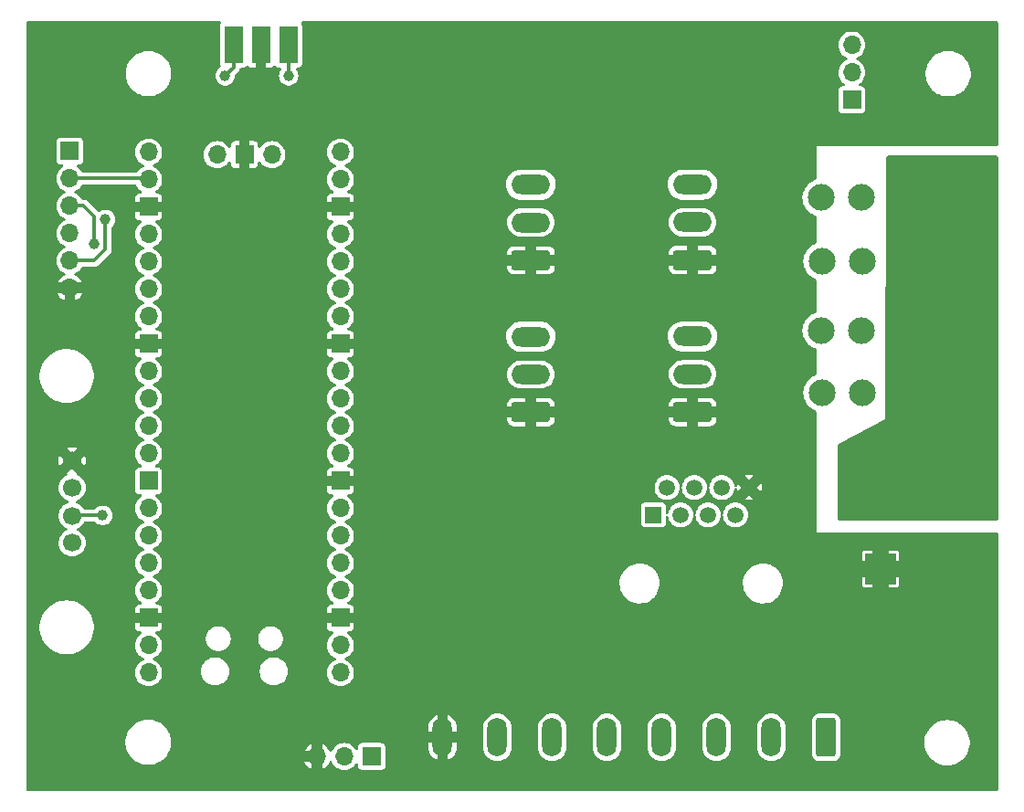
<source format=gbr>
%TF.GenerationSoftware,KiCad,Pcbnew,7.0.7*%
%TF.CreationDate,2023-09-26T23:23:30-04:00*%
%TF.ProjectId,WingsStation,57696e67-7353-4746-9174-696f6e2e6b69,v1*%
%TF.SameCoordinates,Original*%
%TF.FileFunction,Copper,L2,Bot*%
%TF.FilePolarity,Positive*%
%FSLAX46Y46*%
G04 Gerber Fmt 4.6, Leading zero omitted, Abs format (unit mm)*
G04 Created by KiCad (PCBNEW 7.0.7) date 2023-09-26 23:23:30*
%MOMM*%
%LPD*%
G01*
G04 APERTURE LIST*
G04 Aperture macros list*
%AMRoundRect*
0 Rectangle with rounded corners*
0 $1 Rounding radius*
0 $2 $3 $4 $5 $6 $7 $8 $9 X,Y pos of 4 corners*
0 Add a 4 corners polygon primitive as box body*
4,1,4,$2,$3,$4,$5,$6,$7,$8,$9,$2,$3,0*
0 Add four circle primitives for the rounded corners*
1,1,$1+$1,$2,$3*
1,1,$1+$1,$4,$5*
1,1,$1+$1,$6,$7*
1,1,$1+$1,$8,$9*
0 Add four rect primitives between the rounded corners*
20,1,$1+$1,$2,$3,$4,$5,0*
20,1,$1+$1,$4,$5,$6,$7,0*
20,1,$1+$1,$6,$7,$8,$9,0*
20,1,$1+$1,$8,$9,$2,$3,0*%
G04 Aperture macros list end*
%TA.AperFunction,ComponentPad*%
%ADD10RoundRect,0.250000X1.550000X-0.650000X1.550000X0.650000X-1.550000X0.650000X-1.550000X-0.650000X0*%
%TD*%
%TA.AperFunction,ComponentPad*%
%ADD11O,3.600000X1.800000*%
%TD*%
%TA.AperFunction,ComponentPad*%
%ADD12R,3.000000X3.000000*%
%TD*%
%TA.AperFunction,ComponentPad*%
%ADD13C,3.000000*%
%TD*%
%TA.AperFunction,ComponentPad*%
%ADD14C,2.475000*%
%TD*%
%TA.AperFunction,ComponentPad*%
%ADD15R,1.700000X1.700000*%
%TD*%
%TA.AperFunction,ComponentPad*%
%ADD16O,1.700000X1.700000*%
%TD*%
%TA.AperFunction,ComponentPad*%
%ADD17R,1.500000X1.500000*%
%TD*%
%TA.AperFunction,ComponentPad*%
%ADD18C,1.500000*%
%TD*%
%TA.AperFunction,ComponentPad*%
%ADD19C,1.700000*%
%TD*%
%TA.AperFunction,ComponentPad*%
%ADD20RoundRect,0.250000X0.650000X1.550000X-0.650000X1.550000X-0.650000X-1.550000X0.650000X-1.550000X0*%
%TD*%
%TA.AperFunction,ComponentPad*%
%ADD21O,1.800000X3.600000*%
%TD*%
%TA.AperFunction,SMDPad,CuDef*%
%ADD22R,1.700000X3.500000*%
%TD*%
%TA.AperFunction,ViaPad*%
%ADD23C,1.000000*%
%TD*%
%TA.AperFunction,Conductor*%
%ADD24C,0.350000*%
%TD*%
G04 APERTURE END LIST*
D10*
%TO.P,J2,1,Pin_1*%
%TO.N,GND*%
X-116373700Y25585700D03*
D11*
%TO.P,J2,2,Pin_2*%
%TO.N,/Outputs/DOUT2*%
X-116373700Y29085700D03*
%TO.P,J2,3,Pin_3*%
%TO.N,/Outputs/VOUT2*%
X-116373700Y32585700D03*
%TD*%
D10*
%TO.P,J4,1,Pin_1*%
%TO.N,GND*%
X-101373700Y25603200D03*
D11*
%TO.P,J4,2,Pin_2*%
%TO.N,/Outputs/DOUT4*%
X-101373700Y29103200D03*
%TO.P,J4,3,Pin_3*%
%TO.N,/Outputs/VOUT4*%
X-101373700Y32603200D03*
%TD*%
D10*
%TO.P,J3,1,Pin_1*%
%TO.N,GND*%
X-101373700Y11520700D03*
D11*
%TO.P,J3,2,Pin_2*%
%TO.N,/Outputs/DOUT3*%
X-101373700Y15020700D03*
%TO.P,J3,3,Pin_3*%
%TO.N,/Outputs/VOUT3*%
X-101373700Y18520700D03*
%TD*%
D10*
%TO.P,J1,1,Pin_1*%
%TO.N,GND*%
X-116373700Y11503200D03*
D11*
%TO.P,J1,2,Pin_2*%
%TO.N,/Outputs/DOUT1*%
X-116373700Y15003200D03*
%TO.P,J1,3,Pin_3*%
%TO.N,/Outputs/VOUT1*%
X-116373700Y18503200D03*
%TD*%
D12*
%TO.P,TB1,1,P1*%
%TO.N,GND*%
X-83952400Y-3012260D03*
D13*
%TO.P,TB1,2,P2*%
%TO.N,VIN1*%
X-83952400Y5237660D03*
%TD*%
D14*
%TO.P,F2,1_1,1*%
%TO.N,VIN1*%
X-77549410Y31385700D03*
%TO.P,F2,1_2,1*%
X-81249410Y31385700D03*
%TO.P,F2,2_1,2*%
%TO.N,/Outputs/VOUT2*%
X-85749410Y31385700D03*
%TO.P,F2,2_2,2*%
X-89449410Y31385700D03*
%TD*%
%TO.P,F4,1_1,1*%
%TO.N,VIN1*%
X-77466200Y25485700D03*
%TO.P,F4,1_2,1*%
X-81166200Y25485700D03*
%TO.P,F4,2_1,2*%
%TO.N,/Outputs/VOUT4*%
X-85666200Y25485700D03*
%TO.P,F4,2_2,2*%
X-89366200Y25485700D03*
%TD*%
%TO.P,F1,1_1,1*%
%TO.N,VIN1*%
X-77549410Y19085700D03*
%TO.P,F1,1_2,1*%
X-81249410Y19085700D03*
%TO.P,F1,2_1,2*%
%TO.N,/Outputs/VOUT1*%
X-85749410Y19085700D03*
%TO.P,F1,2_2,2*%
X-89449410Y19085700D03*
%TD*%
%TO.P,F3,1_1,1*%
%TO.N,VIN1*%
X-77466200Y13285700D03*
%TO.P,F3,1_2,1*%
X-81166200Y13285700D03*
%TO.P,F3,2_1,2*%
%TO.N,/Outputs/VOUT3*%
X-85666200Y13285700D03*
%TO.P,F3,2_2,2*%
X-89366200Y13285700D03*
%TD*%
D15*
%TO.P,J6,1,Pin_1*%
%TO.N,/PWR*%
X-86616200Y40460700D03*
D16*
%TO.P,J6,2,Pin_2*%
%TO.N,/VIN*%
X-86616200Y43000700D03*
%TO.P,J6,3,Pin_3*%
%TO.N,+5V*%
X-86616200Y45540700D03*
%TD*%
D17*
%TO.P,J7,1*%
%TO.N,IN0*%
X-105016200Y1985700D03*
D18*
%TO.P,J7,2*%
%TO.N,IN1*%
X-103746200Y4525700D03*
%TO.P,J7,3*%
%TO.N,IN2*%
X-102476200Y1985700D03*
%TO.P,J7,4*%
%TO.N,IN3*%
X-101206200Y4525700D03*
%TO.P,J7,5*%
%TO.N,IN4*%
X-99936200Y1985700D03*
%TO.P,J7,6*%
%TO.N,IN5*%
X-98666200Y4525700D03*
%TO.P,J7,7*%
%TO.N,B_PWR*%
X-97396200Y1985700D03*
%TO.P,J7,8*%
%TO.N,GND*%
X-96126200Y4525700D03*
%TD*%
D19*
%TO.P,J5,1,Pin_1*%
%TO.N,/Micro/SDA*%
X-158888200Y-596300D03*
%TO.P,J5,2,Pin_2*%
%TO.N,/Micro/SCL*%
X-158888200Y1903700D03*
%TO.P,J5,3,Pin_3*%
%TO.N,+3V3*%
X-158888200Y4503700D03*
%TO.P,J5,4,Pin_4*%
%TO.N,GND*%
X-158888200Y7003700D03*
%TD*%
D16*
%TO.P,U1,1,GPIO0*%
%TO.N,Net-(J9-Pin_2)*%
X-134026200Y-12644300D03*
%TO.P,U1,2,GPIO1*%
%TO.N,Net-(J9-Pin_1)*%
X-134026200Y-10104300D03*
D15*
%TO.P,U1,3,GND*%
%TO.N,GND*%
X-134026200Y-7564300D03*
D16*
%TO.P,U1,4,GPIO2*%
%TO.N,IO2*%
X-134026200Y-5024300D03*
%TO.P,U1,5,GPIO3*%
%TO.N,IO3*%
X-134026200Y-2484300D03*
%TO.P,U1,6,GPIO4*%
%TO.N,IO4*%
X-134026200Y55700D03*
%TO.P,U1,7,GPIO5*%
%TO.N,IO5*%
X-134026200Y2595700D03*
D15*
%TO.P,U1,8,GND*%
%TO.N,GND*%
X-134026200Y5135700D03*
D16*
%TO.P,U1,9,GPIO6*%
%TO.N,IO6*%
X-134026200Y7675700D03*
%TO.P,U1,10,GPIO7*%
%TO.N,IO7*%
X-134026200Y10215700D03*
%TO.P,U1,11,GPIO8*%
%TO.N,Net-(D4-A)*%
X-134026200Y12755700D03*
%TO.P,U1,12,GPIO9*%
%TO.N,OUT17*%
X-134026200Y15295700D03*
D15*
%TO.P,U1,13,GND*%
%TO.N,GND*%
X-134026200Y17835700D03*
D16*
%TO.P,U1,14,GPIO10*%
%TO.N,OUT19*%
X-134026200Y20375700D03*
%TO.P,U1,15,GPIO11*%
%TO.N,unconnected-(U1-GPIO11-Pad15)*%
X-134026200Y22915700D03*
%TO.P,U1,16,GPIO12*%
%TO.N,OUT18*%
X-134026200Y25455700D03*
%TO.P,U1,17,GPIO13*%
%TO.N,OUT20*%
X-134026200Y27995700D03*
D15*
%TO.P,U1,18,GND*%
%TO.N,GND*%
X-134026200Y30535700D03*
D16*
%TO.P,U1,19,GPIO14*%
%TO.N,unconnected-(U1-GPIO14-Pad19)*%
X-134026200Y33075700D03*
%TO.P,U1,20,GPIO15*%
%TO.N,unconnected-(U1-GPIO15-Pad20)*%
X-134026200Y35615700D03*
%TO.P,U1,21,GPIO16*%
%TO.N,SD_MISO*%
X-151806200Y35615700D03*
%TO.P,U1,22,GPIO17*%
%TO.N,SD_CS*%
X-151806200Y33075700D03*
D15*
%TO.P,U1,23,GND*%
%TO.N,GND*%
X-151806200Y30535700D03*
D16*
%TO.P,U1,24,GPIO18*%
%TO.N,SD_CLK*%
X-151806200Y27995700D03*
%TO.P,U1,25,GPIO19*%
%TO.N,SD_MOSI*%
X-151806200Y25455700D03*
%TO.P,U1,26,GPIO20*%
%TO.N,unconnected-(U1-GPIO20-Pad26)*%
X-151806200Y22915700D03*
%TO.P,U1,27,GPIO21*%
%TO.N,unconnected-(U1-GPIO21-Pad27)*%
X-151806200Y20375700D03*
D15*
%TO.P,U1,28,GND*%
%TO.N,GND*%
X-151806200Y17835700D03*
D16*
%TO.P,U1,29,GPIO22*%
%TO.N,unconnected-(U1-GPIO22-Pad29)*%
X-151806200Y15295700D03*
%TO.P,U1,30,RUN*%
%TO.N,Net-(U1-RUN)*%
X-151806200Y12755700D03*
%TO.P,U1,31,GPIO26_ADC0*%
%TO.N,/Micro/SDA*%
X-151806200Y10215700D03*
%TO.P,U1,32,GPIO27_ADC1*%
%TO.N,/Micro/SCL*%
X-151806200Y7675700D03*
D15*
%TO.P,U1,33,AGND*%
%TO.N,unconnected-(U1-AGND-Pad33)*%
X-151806200Y5135700D03*
D16*
%TO.P,U1,34,GPIO28_ADC2*%
%TO.N,unconnected-(U1-GPIO28_ADC2-Pad34)*%
X-151806200Y2595700D03*
%TO.P,U1,35,ADC_VREF*%
%TO.N,unconnected-(U1-ADC_VREF-Pad35)*%
X-151806200Y55700D03*
%TO.P,U1,36,3V3*%
%TO.N,+3V3*%
X-151806200Y-2484300D03*
%TO.P,U1,37,3V3_EN*%
%TO.N,unconnected-(U1-3V3_EN-Pad37)*%
X-151806200Y-5024300D03*
D15*
%TO.P,U1,38,GND*%
%TO.N,GND*%
X-151806200Y-7564300D03*
D16*
%TO.P,U1,39,VSYS*%
%TO.N,+5V*%
X-151806200Y-10104300D03*
%TO.P,U1,40,VBUS*%
%TO.N,unconnected-(U1-VBUS-Pad40)*%
X-151806200Y-12644300D03*
%TO.P,U1,41,SWCLK*%
%TO.N,/Micro/SWDCLK*%
X-140376200Y35385700D03*
D15*
%TO.P,U1,42,GND*%
%TO.N,GND*%
X-142916200Y35385700D03*
D16*
%TO.P,U1,43,SWDIO*%
%TO.N,/Micro/SWDIO*%
X-145456200Y35385700D03*
%TD*%
D20*
%TO.P,J8,1,Pin_1*%
%TO.N,B_PWR*%
X-88992200Y-18640300D03*
D21*
%TO.P,J8,2,Pin_2*%
%TO.N,IN0*%
X-94072200Y-18640300D03*
%TO.P,J8,3,Pin_3*%
%TO.N,IN1*%
X-99152200Y-18640300D03*
%TO.P,J8,4,Pin_4*%
%TO.N,IN2*%
X-104232200Y-18640300D03*
%TO.P,J8,5,Pin_5*%
%TO.N,IN3*%
X-109312200Y-18640300D03*
%TO.P,J8,6,Pin_6*%
%TO.N,IN4*%
X-114392200Y-18640300D03*
%TO.P,J8,7,Pin_7*%
%TO.N,IN5*%
X-119472200Y-18640300D03*
%TO.P,J8,8,Pin_8*%
%TO.N,GND*%
X-124552200Y-18640300D03*
%TD*%
D15*
%TO.P,J9,1,Pin_1*%
%TO.N,Net-(J9-Pin_1)*%
X-131116200Y-20414300D03*
D16*
%TO.P,J9,2,Pin_2*%
%TO.N,Net-(J9-Pin_2)*%
X-133656200Y-20414300D03*
%TO.P,J9,3,Pin_3*%
%TO.N,GND*%
X-136196200Y-20414300D03*
%TD*%
D15*
%TO.P,J11,1,Pin_1*%
%TO.N,+3V3*%
X-159096200Y35715700D03*
D16*
%TO.P,J11,2,Pin_2*%
%TO.N,SD_CS*%
X-159096200Y33175700D03*
%TO.P,J11,3,Pin_3*%
%TO.N,SD_MOSI*%
X-159096200Y30635700D03*
%TO.P,J11,4,Pin_4*%
%TO.N,SD_CLK*%
X-159096200Y28095700D03*
%TO.P,J11,5,Pin_5*%
%TO.N,SD_MISO*%
X-159096200Y25555700D03*
%TO.P,J11,6,Pin_6*%
%TO.N,GND*%
X-159096200Y23015700D03*
%TD*%
D22*
%TO.P,J10,1,Pin_1*%
%TO.N,/Micro/SWDCLK*%
X-138836200Y45585700D03*
%TO.P,J10,2,Pin_2*%
%TO.N,GND*%
X-141391200Y45585700D03*
%TO.P,J10,3,Pin_3*%
%TO.N,/Micro/SWDIO*%
X-143916200Y45585700D03*
%TD*%
D23*
%TO.N,GND*%
X-126716200Y12335700D03*
X-96916200Y46070700D03*
X-95416200Y46170700D03*
X-123282200Y-8648300D03*
X-155366200Y-13364300D03*
X-123866200Y39385700D03*
X-128866200Y33685700D03*
X-127116200Y17835700D03*
X-101366200Y45935704D03*
X-105516200Y45970700D03*
X-127616200Y39485700D03*
X-130516200Y-15264300D03*
X-156866200Y-11814300D03*
X-90916200Y44085700D03*
X-127016200Y28035700D03*
X-109634949Y-8283051D03*
X-116166200Y-8814298D03*
X-131716200Y39335700D03*
X-127066200Y23085700D03*
X-82216200Y-12164300D03*
X-89416200Y44085700D03*
%TO.N,/Micro/SWDCLK*%
X-138816200Y42685700D03*
%TO.N,/Micro/SWDIO*%
X-144716200Y42685700D03*
%TO.N,/Micro/SCL*%
X-156048200Y1933700D03*
%TO.N,SD_MOSI*%
X-156810200Y27079700D03*
%TO.N,SD_MISO*%
X-155794200Y29365700D03*
%TD*%
D24*
%TO.N,/Micro/SWDCLK*%
X-138836200Y42705700D02*
X-138836200Y46485700D01*
X-138816200Y42685700D02*
X-138836200Y42705700D01*
%TO.N,/Micro/SWDIO*%
X-144716200Y42685700D02*
X-143916200Y43485700D01*
X-143916200Y43485700D02*
X-143916200Y46485700D01*
%TO.N,/Micro/SCL*%
X-158858200Y1933700D02*
X-158888200Y1903700D01*
X-156048200Y1933700D02*
X-158858200Y1933700D01*
%TO.N,SD_CS*%
X-151906200Y33175700D02*
X-151806200Y33075700D01*
X-159096200Y33175700D02*
X-151906200Y33175700D01*
%TO.N,SD_MOSI*%
X-157826200Y30635700D02*
X-156810200Y29619700D01*
X-156810200Y29619700D02*
X-156810200Y27079700D01*
X-159096200Y30635700D02*
X-157826200Y30635700D01*
%TO.N,SD_MISO*%
X-159096200Y25555700D02*
X-156810200Y25555700D01*
X-156810200Y25555700D02*
X-155794200Y26571700D01*
X-155794200Y26571700D02*
X-155794200Y29365700D01*
%TD*%
%TA.AperFunction,Conductor*%
%TO.N,GND*%
G36*
X-145136891Y47740198D02*
G01*
X-145090398Y47686542D01*
X-145080294Y47616268D01*
X-145092745Y47576998D01*
X-145151845Y47461008D01*
X-145166700Y47367216D01*
X-145166700Y43804184D01*
X-145151847Y43710397D01*
X-145115309Y43638688D01*
X-145102205Y43568911D01*
X-145128905Y43503126D01*
X-145164573Y43472367D01*
X-145168934Y43469850D01*
X-145322074Y43358587D01*
X-145448734Y43217917D01*
X-145448735Y43217915D01*
X-145543378Y43053987D01*
X-145543382Y43053979D01*
X-145601875Y42873957D01*
X-145621660Y42685701D01*
X-145601875Y42497444D01*
X-145543382Y42317422D01*
X-145543378Y42317414D01*
X-145448735Y42153486D01*
X-145448734Y42153484D01*
X-145322074Y42012814D01*
X-145168933Y41901551D01*
X-145168933Y41901550D01*
X-145131662Y41884956D01*
X-144996003Y41824556D01*
X-144810846Y41785200D01*
X-144621554Y41785200D01*
X-144436397Y41824556D01*
X-144263470Y41901549D01*
X-144263470Y41901550D01*
X-144263468Y41901550D01*
X-144263468Y41901551D01*
X-144110329Y42012812D01*
X-144086654Y42039105D01*
X-143983667Y42153484D01*
X-143983666Y42153486D01*
X-143967989Y42180640D01*
X-143889021Y42317416D01*
X-143830526Y42497444D01*
X-143810740Y42685700D01*
X-143813169Y42708804D01*
X-143800398Y42778639D01*
X-143776957Y42811065D01*
X-143538841Y43049181D01*
X-143532668Y43054595D01*
X-143505749Y43075249D01*
X-143488902Y43097207D01*
X-143488892Y43097216D01*
X-143413500Y43195468D01*
X-143394922Y43240322D01*
X-143355513Y43335465D01*
X-143355513Y43335471D01*
X-143353812Y43341813D01*
X-143316860Y43402436D01*
X-143252999Y43433457D01*
X-143232106Y43435201D01*
X-143034684Y43435201D01*
X-143034682Y43435201D01*
X-142940896Y43450054D01*
X-142827858Y43507650D01*
X-142748098Y43587411D01*
X-142685788Y43621434D01*
X-142614972Y43616370D01*
X-142569909Y43587409D01*
X-142484006Y43501506D01*
X-142368853Y43442834D01*
X-142273309Y43427700D01*
X-141891200Y43427700D01*
X-141891200Y45959700D01*
X-141871198Y46027821D01*
X-141817542Y46074314D01*
X-141765200Y46085700D01*
X-141017200Y46085700D01*
X-140949079Y46065698D01*
X-140902586Y46012042D01*
X-140891200Y45959700D01*
X-140891200Y43427700D01*
X-140509091Y43427700D01*
X-140413548Y43442834D01*
X-140298395Y43501506D01*
X-140298393Y43501508D01*
X-140199994Y43599906D01*
X-140197816Y43597728D01*
X-140154513Y43631122D01*
X-140083777Y43637202D01*
X-140020984Y43604074D01*
X-140019698Y43602805D01*
X-139924543Y43507650D01*
X-139912488Y43501508D01*
X-139811504Y43450054D01*
X-139717719Y43435200D01*
X-139636090Y43435201D01*
X-139567971Y43415200D01*
X-139521478Y43361545D01*
X-139511373Y43291271D01*
X-139540866Y43226690D01*
X-139542448Y43224898D01*
X-139548734Y43217917D01*
X-139548735Y43217915D01*
X-139643378Y43053987D01*
X-139643382Y43053979D01*
X-139701875Y42873957D01*
X-139721660Y42685700D01*
X-139701875Y42497444D01*
X-139643382Y42317422D01*
X-139643378Y42317414D01*
X-139548735Y42153486D01*
X-139548734Y42153484D01*
X-139422074Y42012814D01*
X-139268933Y41901551D01*
X-139268933Y41901550D01*
X-139231662Y41884956D01*
X-139096003Y41824556D01*
X-138910846Y41785200D01*
X-138721554Y41785200D01*
X-138536397Y41824556D01*
X-138363470Y41901549D01*
X-138363470Y41901550D01*
X-138363468Y41901550D01*
X-138363468Y41901551D01*
X-138210329Y42012812D01*
X-138186654Y42039105D01*
X-138083667Y42153484D01*
X-138083666Y42153486D01*
X-138067989Y42180640D01*
X-137989021Y42317416D01*
X-137930526Y42497444D01*
X-137910740Y42685700D01*
X-137930526Y42873956D01*
X-137971708Y43000700D01*
X-87871477Y43000700D01*
X-87852407Y42782723D01*
X-87826409Y42685698D01*
X-87795776Y42571372D01*
X-87795774Y42571367D01*
X-87703302Y42373061D01*
X-87664338Y42317414D01*
X-87577798Y42193823D01*
X-87423077Y42039102D01*
X-87423073Y42039099D01*
X-87423069Y42039096D01*
X-87282135Y41940413D01*
X-87237806Y41884956D01*
X-87230497Y41814337D01*
X-87262527Y41750976D01*
X-87323729Y41714991D01*
X-87354404Y41711200D01*
X-87497717Y41711200D01*
X-87591503Y41696347D01*
X-87704543Y41638751D01*
X-87794251Y41549043D01*
X-87845404Y41448647D01*
X-87851846Y41436004D01*
X-87866700Y41342219D01*
X-87866700Y41342216D01*
X-87866700Y39579184D01*
X-87851847Y39485398D01*
X-87794251Y39372358D01*
X-87704543Y39282650D01*
X-87665901Y39262962D01*
X-87591504Y39225054D01*
X-87497719Y39210200D01*
X-85734682Y39210201D01*
X-85640896Y39225054D01*
X-85527858Y39282650D01*
X-85438150Y39372358D01*
X-85380554Y39485396D01*
X-85365700Y39579181D01*
X-85365701Y41342218D01*
X-85380554Y41436004D01*
X-85409352Y41492523D01*
X-85438150Y41549043D01*
X-85527858Y41638751D01*
X-85603698Y41677393D01*
X-85640896Y41696346D01*
X-85734681Y41711200D01*
X-85734684Y41711200D01*
X-85877995Y41711200D01*
X-85946116Y41731202D01*
X-85992609Y41784858D01*
X-86002713Y41855132D01*
X-85973219Y41919712D01*
X-85950265Y41940413D01*
X-85809332Y42039096D01*
X-85809323Y42039102D01*
X-85654602Y42193823D01*
X-85529098Y42373061D01*
X-85436625Y42571370D01*
X-85390902Y42742012D01*
X-79786700Y42742012D01*
X-79747572Y42457343D01*
X-79699440Y42285559D01*
X-79670044Y42180642D01*
X-79555561Y41917075D01*
X-79406255Y41671553D01*
X-79224908Y41448647D01*
X-79014898Y41252511D01*
X-78780136Y41086799D01*
X-78674170Y41031892D01*
X-78525004Y40954599D01*
X-78525001Y40954598D01*
X-78524997Y40954596D01*
X-78254232Y40858366D01*
X-77972886Y40799902D01*
X-77972875Y40799902D01*
X-77972873Y40799901D01*
X-77840002Y40790813D01*
X-77757952Y40785200D01*
X-77757951Y40785200D01*
X-77614449Y40785200D01*
X-77614448Y40785200D01*
X-77481731Y40794279D01*
X-77399528Y40799901D01*
X-77399528Y40799902D01*
X-77399514Y40799902D01*
X-77118168Y40858366D01*
X-76847403Y40954596D01*
X-76592264Y41086799D01*
X-76357502Y41252511D01*
X-76147492Y41448647D01*
X-75966145Y41671553D01*
X-75816839Y41917075D01*
X-75702356Y42180642D01*
X-75624829Y42457342D01*
X-75609156Y42571372D01*
X-75585701Y42742012D01*
X-75585700Y42742022D01*
X-75585700Y43029379D01*
X-75585701Y43029389D01*
X-75624829Y43314058D01*
X-75632606Y43341813D01*
X-75702356Y43590758D01*
X-75816839Y43854325D01*
X-75966145Y44099847D01*
X-76147492Y44322753D01*
X-76357502Y44518889D01*
X-76505774Y44623550D01*
X-76592262Y44684600D01*
X-76847397Y44816802D01*
X-77118167Y44913034D01*
X-77118175Y44913036D01*
X-77245220Y44939436D01*
X-77399514Y44971498D01*
X-77399519Y44971499D01*
X-77399522Y44971499D01*
X-77399528Y44971500D01*
X-77601214Y44985295D01*
X-77614448Y44986200D01*
X-77757952Y44986200D01*
X-77770419Y44985348D01*
X-77972873Y44971500D01*
X-77972879Y44971499D01*
X-77972883Y44971499D01*
X-77972886Y44971498D01*
X-78078776Y44949494D01*
X-78254226Y44913036D01*
X-78254234Y44913034D01*
X-78525004Y44816802D01*
X-78780139Y44684600D01*
X-79014898Y44518889D01*
X-79224906Y44322756D01*
X-79360160Y44156505D01*
X-79406255Y44099847D01*
X-79489899Y43962301D01*
X-79555561Y43854325D01*
X-79670043Y43590761D01*
X-79747572Y43314058D01*
X-79786700Y43029389D01*
X-79786700Y42742012D01*
X-85390902Y42742012D01*
X-85379993Y42782723D01*
X-85360923Y43000700D01*
X-85379993Y43218677D01*
X-85436625Y43430030D01*
X-85529098Y43628338D01*
X-85529099Y43628339D01*
X-85529100Y43628342D01*
X-85654596Y43807569D01*
X-85654599Y43807573D01*
X-85654602Y43807577D01*
X-85809323Y43962298D01*
X-85988561Y44087802D01*
X-86135898Y44156506D01*
X-86189181Y44203422D01*
X-86208642Y44271699D01*
X-86188100Y44339659D01*
X-86135898Y44384895D01*
X-85988561Y44453598D01*
X-85809323Y44579102D01*
X-85654602Y44733823D01*
X-85529098Y44913061D01*
X-85436625Y45111370D01*
X-85379993Y45322723D01*
X-85360923Y45540700D01*
X-85379993Y45758677D01*
X-85436625Y45970030D01*
X-85529098Y46168338D01*
X-85529099Y46168339D01*
X-85529100Y46168342D01*
X-85654596Y46347569D01*
X-85654599Y46347573D01*
X-85654602Y46347577D01*
X-85809323Y46502298D01*
X-85988561Y46627802D01*
X-86186867Y46720274D01*
X-86186872Y46720276D01*
X-86264233Y46741005D01*
X-86398223Y46776907D01*
X-86616200Y46795977D01*
X-86616201Y46795977D01*
X-86688859Y46789621D01*
X-86834177Y46776907D01*
X-86923504Y46752972D01*
X-87045529Y46720276D01*
X-87045533Y46720274D01*
X-87243842Y46627801D01*
X-87423069Y46502305D01*
X-87423080Y46502296D01*
X-87577796Y46347580D01*
X-87577805Y46347569D01*
X-87703301Y46168342D01*
X-87795774Y45970033D01*
X-87795776Y45970029D01*
X-87828472Y45848004D01*
X-87852407Y45758677D01*
X-87871477Y45540700D01*
X-87852407Y45322723D01*
X-87795775Y45111370D01*
X-87703302Y44913061D01*
X-87577798Y44733823D01*
X-87423077Y44579102D01*
X-87243839Y44453598D01*
X-87104715Y44388724D01*
X-87096505Y44384895D01*
X-87043220Y44337978D01*
X-87023759Y44269700D01*
X-87044301Y44201740D01*
X-87096505Y44156505D01*
X-87243842Y44087801D01*
X-87423069Y43962305D01*
X-87423080Y43962296D01*
X-87577796Y43807580D01*
X-87577805Y43807569D01*
X-87703301Y43628342D01*
X-87795774Y43430033D01*
X-87795776Y43430029D01*
X-87803169Y43402436D01*
X-87852407Y43218677D01*
X-87871477Y43000700D01*
X-137971708Y43000700D01*
X-137981026Y43029379D01*
X-137989019Y43053979D01*
X-137989023Y43053987D01*
X-138001299Y43075249D01*
X-138070706Y43195467D01*
X-138083665Y43217913D01*
X-138083666Y43217914D01*
X-138083667Y43217916D01*
X-138089947Y43224891D01*
X-138120664Y43288896D01*
X-138111901Y43359350D01*
X-138066439Y43413881D01*
X-137998712Y43435178D01*
X-137996311Y43435201D01*
X-137954684Y43435201D01*
X-137954682Y43435201D01*
X-137860896Y43450054D01*
X-137747858Y43507650D01*
X-137658150Y43597358D01*
X-137600554Y43710396D01*
X-137585700Y43804181D01*
X-137585701Y47367218D01*
X-137600554Y47461004D01*
X-137600554Y47461005D01*
X-137659655Y47576998D01*
X-137672759Y47646774D01*
X-137646059Y47712559D01*
X-137588031Y47753465D01*
X-137547388Y47760200D01*
X-73192700Y47760200D01*
X-73124579Y47740198D01*
X-73078086Y47686542D01*
X-73066700Y47634200D01*
X-73066700Y36311700D01*
X-73086702Y36243579D01*
X-73140358Y36197086D01*
X-73192700Y36185700D01*
X-89916200Y36185700D01*
X-89916200Y33153511D01*
X-89936202Y33085390D01*
X-89989858Y33038897D01*
X-90005060Y33033109D01*
X-90086157Y33008094D01*
X-90320848Y32895071D01*
X-90320856Y32895067D01*
X-90536068Y32748338D01*
X-90536073Y32748334D01*
X-90538187Y32746372D01*
X-90727026Y32571155D01*
X-90749037Y32543554D01*
X-90889442Y32367492D01*
X-91019686Y32141902D01*
X-91019688Y32141898D01*
X-91086991Y31970410D01*
X-91111995Y31906699D01*
X-91114853Y31899418D01*
X-91172817Y31645466D01*
X-91192283Y31385701D01*
X-91172817Y31125935D01*
X-91123462Y30909700D01*
X-91114852Y30871979D01*
X-91107669Y30853677D01*
X-91019688Y30629503D01*
X-91019686Y30629499D01*
X-90889442Y30403909D01*
X-90889440Y30403906D01*
X-90889439Y30403905D01*
X-90727026Y30200245D01*
X-90536074Y30023067D01*
X-90536068Y30023063D01*
X-90320856Y29876334D01*
X-90320852Y29876332D01*
X-90320846Y29876328D01*
X-90086153Y29763305D01*
X-90005059Y29738291D01*
X-89945863Y29699101D01*
X-89917250Y29634125D01*
X-89916200Y29617890D01*
X-89916200Y27227844D01*
X-89936202Y27159723D01*
X-89989858Y27113230D01*
X-89998598Y27109903D01*
X-89998563Y27109814D01*
X-90002942Y27108096D01*
X-90237638Y26995071D01*
X-90237646Y26995067D01*
X-90452858Y26848338D01*
X-90452863Y26848334D01*
X-90548332Y26759751D01*
X-90643816Y26671155D01*
X-90666904Y26642204D01*
X-90806232Y26467492D01*
X-90936476Y26241902D01*
X-90936478Y26241898D01*
X-91031643Y25999418D01*
X-91089607Y25745466D01*
X-91109073Y25485700D01*
X-91089607Y25225935D01*
X-91033395Y24979660D01*
X-91031642Y24971979D01*
X-91025990Y24957578D01*
X-90936478Y24729503D01*
X-90936476Y24729499D01*
X-90806232Y24503909D01*
X-90806230Y24503906D01*
X-90806229Y24503905D01*
X-90643816Y24300245D01*
X-90452864Y24123067D01*
X-90452858Y24123063D01*
X-90237646Y23976334D01*
X-90237642Y23976332D01*
X-90237636Y23976328D01*
X-90002943Y23863305D01*
X-90002938Y23863304D01*
X-89998555Y23861583D01*
X-89999159Y23860047D01*
X-89945871Y23824777D01*
X-89917252Y23759804D01*
X-89916200Y23743556D01*
X-89916200Y20853511D01*
X-89936202Y20785390D01*
X-89989858Y20738897D01*
X-90005060Y20733109D01*
X-90086157Y20708094D01*
X-90320848Y20595071D01*
X-90320856Y20595067D01*
X-90536068Y20448338D01*
X-90536073Y20448334D01*
X-90727025Y20271156D01*
X-90889442Y20067492D01*
X-91019686Y19841902D01*
X-91019688Y19841898D01*
X-91114853Y19599418D01*
X-91172817Y19345466D01*
X-91192283Y19085700D01*
X-91172817Y18825935D01*
X-91143897Y18699232D01*
X-91114852Y18571979D01*
X-91085097Y18496164D01*
X-91019688Y18329503D01*
X-91019686Y18329499D01*
X-90889442Y18103909D01*
X-90889440Y18103906D01*
X-90889439Y18103905D01*
X-90727026Y17900245D01*
X-90536074Y17723067D01*
X-90536068Y17723063D01*
X-90320856Y17576334D01*
X-90320852Y17576332D01*
X-90320846Y17576328D01*
X-90086153Y17463305D01*
X-90005059Y17438291D01*
X-89945863Y17399101D01*
X-89917250Y17334125D01*
X-89916200Y17317890D01*
X-89916200Y15027844D01*
X-89936202Y14959723D01*
X-89989858Y14913230D01*
X-89998598Y14909903D01*
X-89998563Y14909814D01*
X-90002942Y14908096D01*
X-90237638Y14795071D01*
X-90237646Y14795067D01*
X-90452858Y14648338D01*
X-90452863Y14648334D01*
X-90643815Y14471156D01*
X-90806232Y14267492D01*
X-90936476Y14041902D01*
X-90936478Y14041898D01*
X-91031643Y13799418D01*
X-91089607Y13545466D01*
X-91109073Y13285701D01*
X-91089607Y13025935D01*
X-91033332Y12779382D01*
X-91031642Y12771979D01*
X-91001887Y12696164D01*
X-90936478Y12529503D01*
X-90936476Y12529499D01*
X-90806232Y12303909D01*
X-90806230Y12303906D01*
X-90806229Y12303905D01*
X-90643816Y12100245D01*
X-90452864Y11923067D01*
X-90452858Y11923063D01*
X-90237646Y11776334D01*
X-90237642Y11776332D01*
X-90237636Y11776328D01*
X-90002943Y11663305D01*
X-90002938Y11663304D01*
X-89998555Y11661583D01*
X-89999159Y11660047D01*
X-89945871Y11624777D01*
X-89917252Y11559804D01*
X-89916200Y11543557D01*
X-89916200Y385700D01*
X-73192700Y385700D01*
X-73124579Y365698D01*
X-73078086Y312042D01*
X-73066700Y259700D01*
X-73066700Y-23462800D01*
X-73086702Y-23530921D01*
X-73140358Y-23577414D01*
X-73192700Y-23588800D01*
X-163008700Y-23588800D01*
X-163076821Y-23568798D01*
X-163123314Y-23515142D01*
X-163134700Y-23462800D01*
X-163134700Y-19229988D01*
X-153936700Y-19229988D01*
X-153897572Y-19514657D01*
X-153852339Y-19676094D01*
X-153820044Y-19791358D01*
X-153705561Y-20054925D01*
X-153556255Y-20300447D01*
X-153374908Y-20523353D01*
X-153164898Y-20719489D01*
X-152930136Y-20885201D01*
X-152865789Y-20918543D01*
X-152675004Y-21017401D01*
X-152675001Y-21017402D01*
X-152674997Y-21017404D01*
X-152404232Y-21113634D01*
X-152122886Y-21172098D01*
X-152122875Y-21172098D01*
X-152122873Y-21172099D01*
X-151990002Y-21181187D01*
X-151907952Y-21186800D01*
X-151907951Y-21186800D01*
X-151764449Y-21186800D01*
X-151764448Y-21186800D01*
X-151631731Y-21177721D01*
X-151549528Y-21172099D01*
X-151549528Y-21172098D01*
X-151549514Y-21172098D01*
X-151268168Y-21113634D01*
X-150997403Y-21017404D01*
X-150798422Y-20914300D01*
X-137351096Y-20914300D01*
X-137289823Y-21045700D01*
X-137289821Y-21045703D01*
X-137163572Y-21226006D01*
X-137163563Y-21226017D01*
X-137007918Y-21381662D01*
X-137007912Y-21381667D01*
X-136827604Y-21507920D01*
X-136696200Y-21569194D01*
X-136696200Y-20918543D01*
X-136694612Y-20913133D01*
X-136699973Y-20914300D01*
X-137351096Y-20914300D01*
X-150798422Y-20914300D01*
X-150742264Y-20885201D01*
X-150507502Y-20719489D01*
X-150297492Y-20523353D01*
X-150267257Y-20486189D01*
X-136696200Y-20486189D01*
X-136655693Y-20624144D01*
X-136593975Y-20720180D01*
X-136573973Y-20788301D01*
X-136576624Y-20797326D01*
X-136552268Y-20793825D01*
X-136487691Y-20823316D01*
X-136469300Y-20839252D01*
X-136338515Y-20898980D01*
X-136338510Y-20898980D01*
X-136338509Y-20898981D01*
X-136307238Y-20903477D01*
X-136231963Y-20914300D01*
X-136160437Y-20914300D01*
X-136053885Y-20898980D01*
X-135923100Y-20839252D01*
X-135904710Y-20823316D01*
X-135840132Y-20793825D01*
X-135769858Y-20803929D01*
X-135716202Y-20850422D01*
X-135696200Y-20918543D01*
X-135696200Y-21569194D01*
X-135564797Y-21507920D01*
X-135384489Y-21381667D01*
X-135384483Y-21381662D01*
X-135228838Y-21226017D01*
X-135228829Y-21226006D01*
X-135102580Y-21045703D01*
X-135102579Y-21045701D01*
X-135036258Y-20903477D01*
X-134989341Y-20850192D01*
X-134921063Y-20830731D01*
X-134853104Y-20851273D01*
X-134807868Y-20903477D01*
X-134743302Y-21041939D01*
X-134658090Y-21163635D01*
X-134617798Y-21221177D01*
X-134463077Y-21375898D01*
X-134283839Y-21501402D01*
X-134085530Y-21593875D01*
X-133874177Y-21650507D01*
X-133656200Y-21669577D01*
X-133438223Y-21650507D01*
X-133226870Y-21593875D01*
X-133028561Y-21501402D01*
X-132849323Y-21375898D01*
X-132694602Y-21221177D01*
X-132595911Y-21080231D01*
X-132540457Y-21035905D01*
X-132469837Y-21028596D01*
X-132406477Y-21060626D01*
X-132370491Y-21121827D01*
X-132366700Y-21152503D01*
X-132366700Y-21295816D01*
X-132351847Y-21389602D01*
X-132294251Y-21502642D01*
X-132204543Y-21592350D01*
X-132165901Y-21612038D01*
X-132091504Y-21649946D01*
X-131997719Y-21664800D01*
X-130234682Y-21664799D01*
X-130140896Y-21649946D01*
X-130027858Y-21592350D01*
X-129938150Y-21502642D01*
X-129880554Y-21389604D01*
X-129865700Y-21295819D01*
X-129865701Y-19597404D01*
X-125860200Y-19597404D01*
X-125845249Y-19768302D01*
X-125786014Y-19989368D01*
X-125786012Y-19989373D01*
X-125689288Y-20196798D01*
X-125558016Y-20384274D01*
X-125558011Y-20384280D01*
X-125396181Y-20546110D01*
X-125396175Y-20546115D01*
X-125208699Y-20677387D01*
X-125052200Y-20750363D01*
X-125052200Y-19268422D01*
X-125032198Y-19200301D01*
X-124978542Y-19153808D01*
X-124908268Y-19143704D01*
X-124863307Y-19162644D01*
X-124861937Y-19160272D01*
X-124854789Y-19164398D01*
X-124854788Y-19164399D01*
X-124708831Y-19224856D01*
X-124591523Y-19240300D01*
X-124591516Y-19240300D01*
X-124512884Y-19240300D01*
X-124512877Y-19240300D01*
X-124395569Y-19224856D01*
X-124249612Y-19164399D01*
X-124249609Y-19164396D01*
X-124242463Y-19160272D01*
X-124240868Y-19163035D01*
X-124188694Y-19142860D01*
X-124119144Y-19157119D01*
X-124068344Y-19206716D01*
X-124052200Y-19268422D01*
X-124052200Y-20750363D01*
X-123895702Y-20677387D01*
X-123708226Y-20546115D01*
X-123708220Y-20546110D01*
X-123546390Y-20384280D01*
X-123546385Y-20384274D01*
X-123415113Y-20196798D01*
X-123318389Y-19989373D01*
X-123318387Y-19989368D01*
X-123259152Y-19768302D01*
X-123244200Y-19597404D01*
X-123244200Y-19597083D01*
X-120772700Y-19597083D01*
X-120757835Y-19766995D01*
X-120701187Y-19978407D01*
X-120698939Y-19986796D01*
X-120697740Y-19989368D01*
X-120602767Y-20193037D01*
X-120472252Y-20379434D01*
X-120472243Y-20379444D01*
X-120311345Y-20540342D01*
X-120311335Y-20540351D01*
X-120124938Y-20670866D01*
X-120124939Y-20670866D01*
X-120051620Y-20705055D01*
X-119918696Y-20767039D01*
X-119698892Y-20825935D01*
X-119472200Y-20845768D01*
X-119245508Y-20825935D01*
X-119025704Y-20767039D01*
X-118819466Y-20670868D01*
X-118764352Y-20632277D01*
X-118633066Y-20540351D01*
X-118633064Y-20540348D01*
X-118633061Y-20540347D01*
X-118472153Y-20379439D01*
X-118451852Y-20350447D01*
X-118341634Y-20193037D01*
X-118341634Y-20193036D01*
X-118341632Y-20193034D01*
X-118245461Y-19986796D01*
X-118186565Y-19766992D01*
X-118171700Y-19597084D01*
X-118171700Y-19597083D01*
X-115692700Y-19597083D01*
X-115677835Y-19766995D01*
X-115621187Y-19978407D01*
X-115618939Y-19986796D01*
X-115617740Y-19989368D01*
X-115522767Y-20193037D01*
X-115392252Y-20379434D01*
X-115392243Y-20379444D01*
X-115231345Y-20540342D01*
X-115231335Y-20540351D01*
X-115044938Y-20670866D01*
X-115044939Y-20670866D01*
X-114971620Y-20705055D01*
X-114838696Y-20767039D01*
X-114618892Y-20825935D01*
X-114392200Y-20845768D01*
X-114165508Y-20825935D01*
X-113945704Y-20767039D01*
X-113739466Y-20670868D01*
X-113684352Y-20632277D01*
X-113553066Y-20540351D01*
X-113553064Y-20540348D01*
X-113553061Y-20540347D01*
X-113392153Y-20379439D01*
X-113371852Y-20350447D01*
X-113261634Y-20193037D01*
X-113261634Y-20193036D01*
X-113261632Y-20193034D01*
X-113165461Y-19986796D01*
X-113106565Y-19766992D01*
X-113091700Y-19597084D01*
X-113091700Y-19597083D01*
X-110612700Y-19597083D01*
X-110597835Y-19766995D01*
X-110541187Y-19978407D01*
X-110538939Y-19986796D01*
X-110537740Y-19989368D01*
X-110442767Y-20193037D01*
X-110312252Y-20379434D01*
X-110312243Y-20379444D01*
X-110151345Y-20540342D01*
X-110151335Y-20540351D01*
X-109964938Y-20670866D01*
X-109964939Y-20670866D01*
X-109891620Y-20705055D01*
X-109758696Y-20767039D01*
X-109538892Y-20825935D01*
X-109312200Y-20845768D01*
X-109085508Y-20825935D01*
X-108865704Y-20767039D01*
X-108659466Y-20670868D01*
X-108604352Y-20632277D01*
X-108473066Y-20540351D01*
X-108473064Y-20540348D01*
X-108473061Y-20540347D01*
X-108312153Y-20379439D01*
X-108291852Y-20350447D01*
X-108181634Y-20193037D01*
X-108181634Y-20193036D01*
X-108181632Y-20193034D01*
X-108085461Y-19986796D01*
X-108026565Y-19766992D01*
X-108011700Y-19597084D01*
X-108011700Y-19597083D01*
X-105532700Y-19597083D01*
X-105517835Y-19766995D01*
X-105461187Y-19978407D01*
X-105458939Y-19986796D01*
X-105457740Y-19989368D01*
X-105362767Y-20193037D01*
X-105232252Y-20379434D01*
X-105232243Y-20379444D01*
X-105071345Y-20540342D01*
X-105071335Y-20540351D01*
X-104884938Y-20670866D01*
X-104884939Y-20670866D01*
X-104811620Y-20705055D01*
X-104678696Y-20767039D01*
X-104458892Y-20825935D01*
X-104232200Y-20845768D01*
X-104005508Y-20825935D01*
X-103785704Y-20767039D01*
X-103579466Y-20670868D01*
X-103524352Y-20632277D01*
X-103393066Y-20540351D01*
X-103393064Y-20540348D01*
X-103393061Y-20540347D01*
X-103232153Y-20379439D01*
X-103211852Y-20350447D01*
X-103101634Y-20193037D01*
X-103101634Y-20193036D01*
X-103101632Y-20193034D01*
X-103005461Y-19986796D01*
X-102946565Y-19766992D01*
X-102931700Y-19597084D01*
X-102931700Y-19597083D01*
X-100452700Y-19597083D01*
X-100437835Y-19766995D01*
X-100381187Y-19978407D01*
X-100378939Y-19986796D01*
X-100377740Y-19989368D01*
X-100282767Y-20193037D01*
X-100152252Y-20379434D01*
X-100152243Y-20379444D01*
X-99991345Y-20540342D01*
X-99991335Y-20540351D01*
X-99804938Y-20670866D01*
X-99804939Y-20670866D01*
X-99731620Y-20705055D01*
X-99598696Y-20767039D01*
X-99378892Y-20825935D01*
X-99152200Y-20845768D01*
X-98925508Y-20825935D01*
X-98705704Y-20767039D01*
X-98499466Y-20670868D01*
X-98444352Y-20632277D01*
X-98313066Y-20540351D01*
X-98313064Y-20540348D01*
X-98313061Y-20540347D01*
X-98152153Y-20379439D01*
X-98131852Y-20350447D01*
X-98021634Y-20193037D01*
X-98021634Y-20193036D01*
X-98021632Y-20193034D01*
X-97925461Y-19986796D01*
X-97866565Y-19766992D01*
X-97851700Y-19597084D01*
X-97851700Y-19597083D01*
X-95372700Y-19597083D01*
X-95357835Y-19766995D01*
X-95301187Y-19978407D01*
X-95298939Y-19986796D01*
X-95297740Y-19989368D01*
X-95202767Y-20193037D01*
X-95072252Y-20379434D01*
X-95072243Y-20379444D01*
X-94911345Y-20540342D01*
X-94911335Y-20540351D01*
X-94724938Y-20670866D01*
X-94724939Y-20670866D01*
X-94651620Y-20705055D01*
X-94518696Y-20767039D01*
X-94298892Y-20825935D01*
X-94072200Y-20845768D01*
X-93845508Y-20825935D01*
X-93625704Y-20767039D01*
X-93419466Y-20670868D01*
X-93364352Y-20632277D01*
X-93233066Y-20540351D01*
X-93233064Y-20540348D01*
X-93233061Y-20540347D01*
X-93072153Y-20379439D01*
X-93051852Y-20350447D01*
X-92985719Y-20255998D01*
X-90292700Y-20255998D01*
X-90289799Y-20292867D01*
X-90289799Y-20292868D01*
X-90243943Y-20450701D01*
X-90160283Y-20592163D01*
X-90160277Y-20592170D01*
X-90044071Y-20708376D01*
X-90044064Y-20708382D01*
X-89902602Y-20792042D01*
X-89902601Y-20792042D01*
X-89902598Y-20792044D01*
X-89744769Y-20837898D01*
X-89737394Y-20838478D01*
X-89707898Y-20840800D01*
X-89707894Y-20840800D01*
X-88276502Y-20840800D01*
X-88251923Y-20838865D01*
X-88239631Y-20837898D01*
X-88081802Y-20792044D01*
X-87940335Y-20708381D01*
X-87824119Y-20592165D01*
X-87740456Y-20450698D01*
X-87694602Y-20292869D01*
X-87691700Y-20255994D01*
X-87691700Y-19279988D01*
X-79886700Y-19279988D01*
X-79847572Y-19564657D01*
X-79799440Y-19736441D01*
X-79770044Y-19841358D01*
X-79655561Y-20104925D01*
X-79506255Y-20350447D01*
X-79324908Y-20573353D01*
X-79114898Y-20769489D01*
X-78880136Y-20935201D01*
X-78774170Y-20990108D01*
X-78625004Y-21067401D01*
X-78625001Y-21067402D01*
X-78624997Y-21067404D01*
X-78354232Y-21163634D01*
X-78072886Y-21222098D01*
X-78072875Y-21222098D01*
X-78072873Y-21222099D01*
X-77940002Y-21231187D01*
X-77857952Y-21236800D01*
X-77857951Y-21236800D01*
X-77714449Y-21236800D01*
X-77714448Y-21236800D01*
X-77556807Y-21226017D01*
X-77499528Y-21222099D01*
X-77499528Y-21222098D01*
X-77499514Y-21222098D01*
X-77218168Y-21163634D01*
X-76947403Y-21067404D01*
X-76692264Y-20935201D01*
X-76457502Y-20769489D01*
X-76247492Y-20573353D01*
X-76066145Y-20350447D01*
X-75916839Y-20104925D01*
X-75802356Y-19841358D01*
X-75724829Y-19564658D01*
X-75692020Y-19325958D01*
X-75685701Y-19279988D01*
X-75685700Y-19279978D01*
X-75685700Y-18992621D01*
X-75685701Y-18992611D01*
X-75724829Y-18707942D01*
X-75738838Y-18657942D01*
X-75802356Y-18431242D01*
X-75916839Y-18167675D01*
X-76066145Y-17922153D01*
X-76247492Y-17699247D01*
X-76457502Y-17503111D01*
X-76605774Y-17398450D01*
X-76692262Y-17337400D01*
X-76947397Y-17205198D01*
X-77218167Y-17108966D01*
X-77218175Y-17108964D01*
X-77345220Y-17082564D01*
X-77499514Y-17050502D01*
X-77499519Y-17050501D01*
X-77499522Y-17050501D01*
X-77499528Y-17050500D01*
X-77701214Y-17036705D01*
X-77714448Y-17035800D01*
X-77857952Y-17035800D01*
X-77870419Y-17036652D01*
X-78072873Y-17050500D01*
X-78072879Y-17050501D01*
X-78072883Y-17050501D01*
X-78072886Y-17050502D01*
X-78178776Y-17072506D01*
X-78354226Y-17108964D01*
X-78354234Y-17108966D01*
X-78625004Y-17205198D01*
X-78880139Y-17337400D01*
X-79114898Y-17503111D01*
X-79324906Y-17699244D01*
X-79465577Y-17872153D01*
X-79506255Y-17922153D01*
X-79628668Y-18123451D01*
X-79655561Y-18167675D01*
X-79770043Y-18431239D01*
X-79847572Y-18707942D01*
X-79886700Y-18992611D01*
X-79886700Y-19279988D01*
X-87691700Y-19279988D01*
X-87691700Y-17024606D01*
X-87694602Y-16987731D01*
X-87740456Y-16829902D01*
X-87740458Y-16829898D01*
X-87824118Y-16688436D01*
X-87824124Y-16688429D01*
X-87940330Y-16572223D01*
X-87940337Y-16572217D01*
X-88081799Y-16488557D01*
X-88239633Y-16442701D01*
X-88276502Y-16439800D01*
X-88276506Y-16439800D01*
X-89707894Y-16439800D01*
X-89707898Y-16439800D01*
X-89744768Y-16442701D01*
X-89744769Y-16442701D01*
X-89902602Y-16488557D01*
X-90044064Y-16572217D01*
X-90044071Y-16572223D01*
X-90160277Y-16688429D01*
X-90160283Y-16688436D01*
X-90243943Y-16829898D01*
X-90289799Y-16987731D01*
X-90289799Y-16987732D01*
X-90292700Y-17024602D01*
X-90292700Y-20255998D01*
X-92985719Y-20255998D01*
X-92941634Y-20193037D01*
X-92941634Y-20193036D01*
X-92941632Y-20193034D01*
X-92845461Y-19986796D01*
X-92786565Y-19766992D01*
X-92771700Y-19597084D01*
X-92771700Y-17683516D01*
X-92786565Y-17513608D01*
X-92845461Y-17293804D01*
X-92941632Y-17087566D01*
X-92941633Y-17087565D01*
X-92941634Y-17087562D01*
X-93072149Y-16901165D01*
X-93072158Y-16901155D01*
X-93233056Y-16740257D01*
X-93233066Y-16740248D01*
X-93419463Y-16609733D01*
X-93419462Y-16609733D01*
X-93625702Y-16513562D01*
X-93625707Y-16513560D01*
X-93845505Y-16454665D01*
X-94072200Y-16434832D01*
X-94298896Y-16454665D01*
X-94518694Y-16513560D01*
X-94518699Y-16513562D01*
X-94724938Y-16609733D01*
X-94911335Y-16740248D01*
X-94911345Y-16740257D01*
X-95072243Y-16901155D01*
X-95072252Y-16901165D01*
X-95202767Y-17087562D01*
X-95298938Y-17293801D01*
X-95298940Y-17293806D01*
X-95357835Y-17513604D01*
X-95372700Y-17683517D01*
X-95372700Y-19597083D01*
X-97851700Y-19597083D01*
X-97851700Y-17683516D01*
X-97866565Y-17513608D01*
X-97925461Y-17293804D01*
X-98021632Y-17087566D01*
X-98021633Y-17087565D01*
X-98021634Y-17087562D01*
X-98152149Y-16901165D01*
X-98152158Y-16901155D01*
X-98313056Y-16740257D01*
X-98313066Y-16740248D01*
X-98499463Y-16609733D01*
X-98499462Y-16609733D01*
X-98705702Y-16513562D01*
X-98705707Y-16513560D01*
X-98925505Y-16454665D01*
X-99095528Y-16439790D01*
X-99152200Y-16434832D01*
X-99152201Y-16434832D01*
X-99378896Y-16454665D01*
X-99598694Y-16513560D01*
X-99598699Y-16513562D01*
X-99804938Y-16609733D01*
X-99991335Y-16740248D01*
X-99991345Y-16740257D01*
X-100152243Y-16901155D01*
X-100152252Y-16901165D01*
X-100282767Y-17087562D01*
X-100378938Y-17293801D01*
X-100378940Y-17293806D01*
X-100437835Y-17513604D01*
X-100452700Y-17683517D01*
X-100452700Y-19597083D01*
X-102931700Y-19597083D01*
X-102931700Y-17683516D01*
X-102946565Y-17513608D01*
X-103005461Y-17293804D01*
X-103101632Y-17087566D01*
X-103101633Y-17087565D01*
X-103101634Y-17087562D01*
X-103232149Y-16901165D01*
X-103232158Y-16901155D01*
X-103393056Y-16740257D01*
X-103393066Y-16740248D01*
X-103579463Y-16609733D01*
X-103579462Y-16609733D01*
X-103785702Y-16513562D01*
X-103785707Y-16513560D01*
X-104005505Y-16454665D01*
X-104232200Y-16434832D01*
X-104458896Y-16454665D01*
X-104678694Y-16513560D01*
X-104678699Y-16513562D01*
X-104884938Y-16609733D01*
X-105071335Y-16740248D01*
X-105071345Y-16740257D01*
X-105232243Y-16901155D01*
X-105232252Y-16901165D01*
X-105362767Y-17087562D01*
X-105458938Y-17293801D01*
X-105458940Y-17293806D01*
X-105517835Y-17513604D01*
X-105532700Y-17683517D01*
X-105532700Y-19597083D01*
X-108011700Y-19597083D01*
X-108011700Y-17683516D01*
X-108026565Y-17513608D01*
X-108085461Y-17293804D01*
X-108181632Y-17087566D01*
X-108181633Y-17087565D01*
X-108181634Y-17087562D01*
X-108312149Y-16901165D01*
X-108312158Y-16901155D01*
X-108473056Y-16740257D01*
X-108473066Y-16740248D01*
X-108659463Y-16609733D01*
X-108659462Y-16609733D01*
X-108865702Y-16513562D01*
X-108865707Y-16513560D01*
X-109085505Y-16454665D01*
X-109255527Y-16439790D01*
X-109312200Y-16434832D01*
X-109312201Y-16434832D01*
X-109538896Y-16454665D01*
X-109758694Y-16513560D01*
X-109758699Y-16513562D01*
X-109964938Y-16609733D01*
X-110151335Y-16740248D01*
X-110151345Y-16740257D01*
X-110312243Y-16901155D01*
X-110312252Y-16901165D01*
X-110442767Y-17087562D01*
X-110538938Y-17293801D01*
X-110538940Y-17293806D01*
X-110597835Y-17513604D01*
X-110612700Y-17683517D01*
X-110612700Y-19597083D01*
X-113091700Y-19597083D01*
X-113091700Y-17683516D01*
X-113106565Y-17513608D01*
X-113165461Y-17293804D01*
X-113261632Y-17087566D01*
X-113261633Y-17087565D01*
X-113261634Y-17087562D01*
X-113392149Y-16901165D01*
X-113392158Y-16901155D01*
X-113553056Y-16740257D01*
X-113553066Y-16740248D01*
X-113739463Y-16609733D01*
X-113739462Y-16609733D01*
X-113945702Y-16513562D01*
X-113945707Y-16513560D01*
X-114165505Y-16454665D01*
X-114392200Y-16434832D01*
X-114618896Y-16454665D01*
X-114838694Y-16513560D01*
X-114838699Y-16513562D01*
X-115044938Y-16609733D01*
X-115231335Y-16740248D01*
X-115231345Y-16740257D01*
X-115392243Y-16901155D01*
X-115392252Y-16901165D01*
X-115522767Y-17087562D01*
X-115618938Y-17293801D01*
X-115618940Y-17293806D01*
X-115677835Y-17513604D01*
X-115692700Y-17683517D01*
X-115692700Y-19597083D01*
X-118171700Y-19597083D01*
X-118171700Y-17683516D01*
X-118186565Y-17513608D01*
X-118245461Y-17293804D01*
X-118341632Y-17087566D01*
X-118341633Y-17087565D01*
X-118341634Y-17087562D01*
X-118472149Y-16901165D01*
X-118472158Y-16901155D01*
X-118633056Y-16740257D01*
X-118633066Y-16740248D01*
X-118819463Y-16609733D01*
X-118819462Y-16609733D01*
X-119025702Y-16513562D01*
X-119025707Y-16513560D01*
X-119245505Y-16454665D01*
X-119415528Y-16439790D01*
X-119472200Y-16434832D01*
X-119472201Y-16434832D01*
X-119698896Y-16454665D01*
X-119918694Y-16513560D01*
X-119918699Y-16513562D01*
X-120124938Y-16609733D01*
X-120311335Y-16740248D01*
X-120311345Y-16740257D01*
X-120472243Y-16901155D01*
X-120472252Y-16901165D01*
X-120602767Y-17087562D01*
X-120698938Y-17293801D01*
X-120698940Y-17293806D01*
X-120757835Y-17513604D01*
X-120772700Y-17683517D01*
X-120772700Y-19597083D01*
X-123244200Y-19597083D01*
X-123244200Y-19140300D01*
X-123924077Y-19140300D01*
X-123992198Y-19120298D01*
X-124038691Y-19066642D01*
X-124048795Y-18996368D01*
X-124029858Y-18951406D01*
X-124032228Y-18950038D01*
X-124028104Y-18942892D01*
X-124028101Y-18942889D01*
X-123967644Y-18796931D01*
X-123947023Y-18640300D01*
X-123967644Y-18483669D01*
X-124028101Y-18337712D01*
X-124028102Y-18337711D01*
X-124032228Y-18330563D01*
X-124029465Y-18328967D01*
X-124049640Y-18276794D01*
X-124035381Y-18207244D01*
X-123985784Y-18156444D01*
X-123924078Y-18140300D01*
X-123244200Y-18140300D01*
X-123244200Y-17683196D01*
X-123259152Y-17512297D01*
X-123318387Y-17291231D01*
X-123318389Y-17291226D01*
X-123415113Y-17083801D01*
X-123546385Y-16896325D01*
X-123546390Y-16896319D01*
X-123708220Y-16734489D01*
X-123708231Y-16734480D01*
X-123895702Y-16603212D01*
X-123895705Y-16603210D01*
X-124052200Y-16530235D01*
X-124052200Y-18012177D01*
X-124072202Y-18080298D01*
X-124125858Y-18126791D01*
X-124196132Y-18136895D01*
X-124241099Y-18117965D01*
X-124242463Y-18120328D01*
X-124249613Y-18116200D01*
X-124395569Y-18055744D01*
X-124512875Y-18040300D01*
X-124512877Y-18040300D01*
X-124591523Y-18040300D01*
X-124591526Y-18040300D01*
X-124708832Y-18055744D01*
X-124854788Y-18116200D01*
X-124861937Y-18120328D01*
X-124863528Y-18117572D01*
X-124915769Y-18137744D01*
X-124985311Y-18123451D01*
X-125036087Y-18073828D01*
X-125052200Y-18012177D01*
X-125052200Y-16530235D01*
X-125208696Y-16603210D01*
X-125208699Y-16603212D01*
X-125396170Y-16734480D01*
X-125396181Y-16734489D01*
X-125558011Y-16896319D01*
X-125558016Y-16896325D01*
X-125689288Y-17083801D01*
X-125786012Y-17291226D01*
X-125786014Y-17291231D01*
X-125845249Y-17512297D01*
X-125860200Y-17683196D01*
X-125860200Y-18140300D01*
X-125180323Y-18140300D01*
X-125112202Y-18160302D01*
X-125065709Y-18213958D01*
X-125055605Y-18284232D01*
X-125074543Y-18329193D01*
X-125072172Y-18330562D01*
X-125076300Y-18337711D01*
X-125136756Y-18483668D01*
X-125157377Y-18640299D01*
X-125157377Y-18640300D01*
X-125136756Y-18796931D01*
X-125076300Y-18942887D01*
X-125072172Y-18950037D01*
X-125074936Y-18951632D01*
X-125054760Y-19003806D01*
X-125069019Y-19073356D01*
X-125118616Y-19124156D01*
X-125180322Y-19140300D01*
X-125860200Y-19140300D01*
X-125860200Y-19597404D01*
X-129865701Y-19597404D01*
X-129865701Y-19532782D01*
X-129880554Y-19438996D01*
X-129909352Y-19382477D01*
X-129938150Y-19325957D01*
X-130027858Y-19236249D01*
X-130103698Y-19197607D01*
X-130140896Y-19178654D01*
X-130234681Y-19163800D01*
X-130234685Y-19163800D01*
X-131997717Y-19163800D01*
X-132091503Y-19178653D01*
X-132204543Y-19236249D01*
X-132294251Y-19325957D01*
X-132351845Y-19438994D01*
X-132351846Y-19438996D01*
X-132366700Y-19532781D01*
X-132366700Y-19532784D01*
X-132366700Y-19676094D01*
X-132386702Y-19744215D01*
X-132440358Y-19790708D01*
X-132510632Y-19800812D01*
X-132575212Y-19771318D01*
X-132595913Y-19748365D01*
X-132694600Y-19607426D01*
X-132694605Y-19607420D01*
X-132849321Y-19452704D01*
X-132849327Y-19452699D01*
X-133028561Y-19327198D01*
X-133226867Y-19234726D01*
X-133226872Y-19234724D01*
X-133331401Y-19206716D01*
X-133438223Y-19178093D01*
X-133656200Y-19159023D01*
X-133874177Y-19178093D01*
X-133957058Y-19200301D01*
X-134085529Y-19234724D01*
X-134085533Y-19234726D01*
X-134283842Y-19327199D01*
X-134463069Y-19452695D01*
X-134463080Y-19452704D01*
X-134617796Y-19607420D01*
X-134617805Y-19607431D01*
X-134743301Y-19786658D01*
X-134743303Y-19786662D01*
X-134807869Y-19925123D01*
X-134854786Y-19978407D01*
X-134923063Y-19997868D01*
X-134991023Y-19977326D01*
X-135036258Y-19925122D01*
X-135102581Y-19782894D01*
X-135228829Y-19602593D01*
X-135228838Y-19602582D01*
X-135384483Y-19446937D01*
X-135384494Y-19446928D01*
X-135564797Y-19320679D01*
X-135564800Y-19320677D01*
X-135696201Y-19259404D01*
X-135696200Y-19910056D01*
X-135716202Y-19978177D01*
X-135769858Y-20024670D01*
X-135840132Y-20034774D01*
X-135904710Y-20005282D01*
X-135923098Y-19989349D01*
X-135923101Y-19989347D01*
X-135994159Y-19956896D01*
X-136053885Y-19929620D01*
X-136053887Y-19929619D01*
X-136053892Y-19929618D01*
X-136160432Y-19914300D01*
X-136160437Y-19914300D01*
X-136231963Y-19914300D01*
X-136231969Y-19914300D01*
X-136338509Y-19929618D01*
X-136338515Y-19929620D01*
X-136469300Y-19989347D01*
X-136469303Y-19989349D01*
X-136487690Y-20005282D01*
X-136552271Y-20034774D01*
X-136579185Y-20030903D01*
X-136575255Y-20058232D01*
X-136593975Y-20108420D01*
X-136655693Y-20204455D01*
X-136696200Y-20342410D01*
X-136696200Y-20486189D01*
X-150267257Y-20486189D01*
X-150116145Y-20300447D01*
X-149966839Y-20054925D01*
X-149905757Y-19914300D01*
X-137351096Y-19914300D01*
X-136699973Y-19914300D01*
X-136694481Y-19915912D01*
X-136696200Y-19910056D01*
X-136696201Y-19259403D01*
X-136827602Y-19320678D01*
X-136827606Y-19320680D01*
X-137007907Y-19446928D01*
X-137007918Y-19446937D01*
X-137163563Y-19602582D01*
X-137163572Y-19602593D01*
X-137289820Y-19782894D01*
X-137351096Y-19914300D01*
X-149905757Y-19914300D01*
X-149852356Y-19791358D01*
X-149774829Y-19514658D01*
X-149748167Y-19320679D01*
X-149735701Y-19229988D01*
X-149735700Y-19229978D01*
X-149735700Y-18942621D01*
X-149735701Y-18942611D01*
X-149774829Y-18657942D01*
X-149823658Y-18483669D01*
X-149852356Y-18381242D01*
X-149966839Y-18117675D01*
X-150116145Y-17872153D01*
X-150297492Y-17649247D01*
X-150507502Y-17453111D01*
X-150736842Y-17291226D01*
X-150742262Y-17287400D01*
X-150997397Y-17155198D01*
X-151268167Y-17058966D01*
X-151268175Y-17058964D01*
X-151395220Y-17032564D01*
X-151549514Y-17000502D01*
X-151549519Y-17000501D01*
X-151549522Y-17000501D01*
X-151549528Y-17000500D01*
X-151751214Y-16986705D01*
X-151764448Y-16985800D01*
X-151907952Y-16985800D01*
X-151920419Y-16986652D01*
X-152122873Y-17000500D01*
X-152122879Y-17000501D01*
X-152122883Y-17000501D01*
X-152122886Y-17000502D01*
X-152228776Y-17022506D01*
X-152404226Y-17058964D01*
X-152404234Y-17058966D01*
X-152675004Y-17155198D01*
X-152930139Y-17287400D01*
X-153164898Y-17453111D01*
X-153374906Y-17649244D01*
X-153556253Y-17872150D01*
X-153705561Y-18117675D01*
X-153820043Y-18381239D01*
X-153897572Y-18657942D01*
X-153936700Y-18942611D01*
X-153936700Y-19229988D01*
X-163134700Y-19229988D01*
X-163134700Y-8603613D01*
X-161888700Y-8603613D01*
X-161888699Y-8603632D01*
X-161854285Y-8876042D01*
X-161849266Y-8915773D01*
X-161836310Y-8966232D01*
X-161771019Y-9220527D01*
X-161771018Y-9220530D01*
X-161708793Y-9377690D01*
X-161655194Y-9513066D01*
X-161527585Y-9745184D01*
X-161503615Y-9788786D01*
X-161318676Y-10043333D01*
X-161103291Y-10272693D01*
X-160860861Y-10473249D01*
X-160595217Y-10641831D01*
X-160595212Y-10641834D01*
X-160595207Y-10641837D01*
X-160310515Y-10775803D01*
X-160011279Y-10873031D01*
X-159702215Y-10931988D01*
X-159702199Y-10931989D01*
X-159466788Y-10946800D01*
X-159466783Y-10946800D01*
X-159309612Y-10946800D01*
X-159116822Y-10934670D01*
X-159074185Y-10931988D01*
X-158765121Y-10873031D01*
X-158465885Y-10775803D01*
X-158181193Y-10641837D01*
X-157915537Y-10473247D01*
X-157673106Y-10272690D01*
X-157457722Y-10043330D01*
X-157272784Y-9788784D01*
X-157121206Y-9513066D01*
X-157005381Y-9220525D01*
X-156927134Y-8915773D01*
X-156887700Y-8603618D01*
X-156887700Y-8288982D01*
X-156927134Y-7976827D01*
X-157005381Y-7672075D01*
X-157121206Y-7379534D01*
X-157272784Y-7103816D01*
X-157293222Y-7075686D01*
X-157457725Y-6849266D01*
X-157673110Y-6619906D01*
X-157915540Y-6419350D01*
X-158181184Y-6250768D01*
X-158181198Y-6250760D01*
X-158465879Y-6116800D01*
X-158465883Y-6116798D01*
X-158465885Y-6116797D01*
X-158765121Y-6019569D01*
X-158941620Y-5985900D01*
X-159074179Y-5960613D01*
X-159074182Y-5960612D01*
X-159074185Y-5960612D01*
X-159074189Y-5960611D01*
X-159074202Y-5960610D01*
X-159309612Y-5945800D01*
X-159309617Y-5945800D01*
X-159466783Y-5945800D01*
X-159466788Y-5945800D01*
X-159702199Y-5960610D01*
X-159702214Y-5960611D01*
X-159702215Y-5960612D01*
X-159702217Y-5960612D01*
X-159702222Y-5960613D01*
X-160011275Y-6019568D01*
X-160011283Y-6019570D01*
X-160310518Y-6116798D01*
X-160310522Y-6116800D01*
X-160595203Y-6250760D01*
X-160595217Y-6250768D01*
X-160860861Y-6419350D01*
X-161103291Y-6619906D01*
X-161318676Y-6849266D01*
X-161503615Y-7103813D01*
X-161655194Y-7379534D01*
X-161771018Y-7672069D01*
X-161771019Y-7672072D01*
X-161849266Y-7976827D01*
X-161849268Y-7976840D01*
X-161888699Y-8288967D01*
X-161888700Y-8288986D01*
X-161888700Y-8603613D01*
X-163134700Y-8603613D01*
X-163134700Y-596300D01*
X-160143477Y-596300D01*
X-160124407Y-814277D01*
X-160088505Y-948267D01*
X-160067776Y-1025628D01*
X-160067774Y-1025633D01*
X-160033047Y-1100105D01*
X-159975302Y-1223939D01*
X-159849798Y-1403177D01*
X-159695077Y-1557898D01*
X-159515839Y-1683402D01*
X-159317530Y-1775875D01*
X-159106177Y-1832507D01*
X-158888200Y-1851577D01*
X-158670223Y-1832507D01*
X-158458870Y-1775875D01*
X-158260561Y-1683402D01*
X-158081323Y-1557898D01*
X-157926602Y-1403177D01*
X-157801098Y-1223939D01*
X-157708625Y-1025630D01*
X-157651993Y-814277D01*
X-157632923Y-596300D01*
X-157651993Y-378323D01*
X-157708625Y-166970D01*
X-157801098Y31338D01*
X-157801099Y31339D01*
X-157801100Y31342D01*
X-157926596Y210569D01*
X-157926599Y210573D01*
X-157926602Y210577D01*
X-158081323Y365298D01*
X-158110460Y385700D01*
X-158260563Y490804D01*
X-158365006Y539507D01*
X-158418291Y586424D01*
X-158437751Y654701D01*
X-158417209Y722661D01*
X-158365006Y767895D01*
X-158260561Y816598D01*
X-158081323Y942102D01*
X-157926602Y1096823D01*
X-157801098Y1276061D01*
X-157796721Y1285449D01*
X-157749804Y1338734D01*
X-157682525Y1358200D01*
X-156797859Y1358200D01*
X-156729738Y1338198D01*
X-156704223Y1316511D01*
X-156682069Y1291907D01*
X-156654071Y1260812D01*
X-156621464Y1237122D01*
X-156500933Y1149551D01*
X-156500933Y1149550D01*
X-156485774Y1142801D01*
X-156328003Y1072556D01*
X-156142846Y1033200D01*
X-155953554Y1033200D01*
X-155768397Y1072556D01*
X-155595470Y1149549D01*
X-155595470Y1149550D01*
X-155595468Y1149550D01*
X-155595468Y1149551D01*
X-155442329Y1260812D01*
X-155372167Y1338734D01*
X-155315667Y1401484D01*
X-155315666Y1401486D01*
X-155299586Y1429337D01*
X-155221021Y1565416D01*
X-155162526Y1745444D01*
X-155142740Y1933700D01*
X-155162526Y2121956D01*
X-155176957Y2166370D01*
X-155221019Y2301979D01*
X-155221023Y2301987D01*
X-155238946Y2333030D01*
X-155264751Y2377726D01*
X-155315666Y2465915D01*
X-155315667Y2465917D01*
X-155442327Y2606587D01*
X-155595468Y2717850D01*
X-155595468Y2717851D01*
X-155721055Y2773766D01*
X-155768397Y2794844D01*
X-155768399Y2794845D01*
X-155768400Y2794845D01*
X-155953554Y2834200D01*
X-156142846Y2834200D01*
X-156328001Y2794845D01*
X-156500933Y2717851D01*
X-156500933Y2717850D01*
X-156654072Y2606588D01*
X-156704223Y2550889D01*
X-156764669Y2513650D01*
X-156797859Y2509200D01*
X-157720005Y2509200D01*
X-157788126Y2529202D01*
X-157823218Y2562930D01*
X-157926596Y2710569D01*
X-157926599Y2710573D01*
X-157926602Y2710577D01*
X-158081323Y2865298D01*
X-158260561Y2990802D01*
X-158260562Y2990803D01*
X-158458867Y3083274D01*
X-158464039Y3085156D01*
X-158463174Y3087534D01*
X-158514707Y3118943D01*
X-158545730Y3182803D01*
X-158537303Y3253297D01*
X-158492101Y3308045D01*
X-158463608Y3321058D01*
X-158464039Y3322244D01*
X-158458880Y3324123D01*
X-158458870Y3324125D01*
X-158260561Y3416598D01*
X-158081323Y3542102D01*
X-157926602Y3696823D01*
X-157801098Y3876061D01*
X-157708625Y4074370D01*
X-157651993Y4285723D01*
X-157632923Y4503700D01*
X-157651993Y4721677D01*
X-157708625Y4933030D01*
X-157801098Y5131338D01*
X-157801099Y5131339D01*
X-157801100Y5131342D01*
X-157926596Y5310569D01*
X-157926599Y5310573D01*
X-157926602Y5310577D01*
X-158081323Y5465298D01*
X-158144736Y5509700D01*
X-158260561Y5590802D01*
X-158313951Y5615698D01*
X-158363113Y5638623D01*
X-158416397Y5685539D01*
X-158435858Y5753816D01*
X-158433948Y5774696D01*
X-158423809Y5832203D01*
X-158886787Y6295181D01*
X-158888142Y6297663D01*
X-158889614Y6295181D01*
X-159352594Y5832202D01*
X-159342454Y5774695D01*
X-159350324Y5704136D01*
X-159395092Y5649033D01*
X-159413289Y5638623D01*
X-159515838Y5590803D01*
X-159515842Y5590801D01*
X-159695069Y5465305D01*
X-159695080Y5465296D01*
X-159849796Y5310580D01*
X-159849805Y5310569D01*
X-159975301Y5131342D01*
X-160067774Y4933033D01*
X-160067776Y4933029D01*
X-160086132Y4864522D01*
X-160124407Y4721677D01*
X-160143477Y4503700D01*
X-160124407Y4285723D01*
X-160088505Y4151733D01*
X-160067776Y4074372D01*
X-160067774Y4074367D01*
X-159975302Y3876061D01*
X-159860037Y3711445D01*
X-159849798Y3696823D01*
X-159695077Y3542102D01*
X-159515839Y3416598D01*
X-159317530Y3324125D01*
X-159317525Y3324124D01*
X-159312361Y3322244D01*
X-159313223Y3319878D01*
X-159261654Y3288413D01*
X-159230661Y3224539D01*
X-159239122Y3154048D01*
X-159284349Y3099321D01*
X-159312790Y3086333D01*
X-159312361Y3085156D01*
X-159317533Y3083274D01*
X-159515842Y2990801D01*
X-159695069Y2865305D01*
X-159695080Y2865296D01*
X-159849796Y2710580D01*
X-159849805Y2710569D01*
X-159975301Y2531342D01*
X-160067774Y2333033D01*
X-160067776Y2333029D01*
X-160100472Y2211004D01*
X-160124407Y2121677D01*
X-160124408Y2121675D01*
X-160124407Y2121675D01*
X-160140813Y1934145D01*
X-160143477Y1903700D01*
X-160124407Y1685723D01*
X-160092948Y1568316D01*
X-160067776Y1474372D01*
X-160067774Y1474367D01*
X-159975302Y1276061D01*
X-159850711Y1098126D01*
X-159849798Y1096823D01*
X-159695077Y942102D01*
X-159515839Y816598D01*
X-159411397Y767896D01*
X-159411395Y767895D01*
X-159358110Y720978D01*
X-159338649Y652700D01*
X-159359191Y584741D01*
X-159411395Y539505D01*
X-159515842Y490801D01*
X-159695069Y365305D01*
X-159695080Y365296D01*
X-159849796Y210580D01*
X-159849805Y210569D01*
X-159975301Y31342D01*
X-160067774Y-166967D01*
X-160067776Y-166971D01*
X-160100472Y-288996D01*
X-160124407Y-378323D01*
X-160143477Y-596300D01*
X-163134700Y-596300D01*
X-163134700Y7003701D01*
X-160151005Y7003701D01*
X-160131820Y6784413D01*
X-160074850Y6571797D01*
X-160074846Y6571788D01*
X-160059701Y6539309D01*
X-159601262Y6997748D01*
X-159590964Y7003372D01*
X-159436960Y7003372D01*
X-159411298Y6984162D01*
X-159392929Y6939816D01*
X-159390739Y6940458D01*
X-159347693Y6793856D01*
X-159347694Y6793856D01*
X-159269963Y6672904D01*
X-159269962Y6672903D01*
X-159269961Y6672902D01*
X-159161300Y6578748D01*
X-159030515Y6519020D01*
X-158960776Y6508993D01*
X-158896197Y6479501D01*
X-158887526Y6466009D01*
X-158873201Y6485144D01*
X-158815627Y6508993D01*
X-158745885Y6519020D01*
X-158615100Y6578748D01*
X-158506439Y6672902D01*
X-158428707Y6793856D01*
X-158388200Y6931811D01*
X-158388200Y6931812D01*
X-158385661Y6940458D01*
X-158382973Y6939669D01*
X-158359474Y6991146D01*
X-158339564Y7003948D01*
X-158185594Y7003948D01*
X-158175140Y6997746D01*
X-157716702Y6539308D01*
X-157716701Y6539309D01*
X-157701552Y6571794D01*
X-157644581Y6784413D01*
X-157625396Y7003700D01*
X-157644581Y7222988D01*
X-157701552Y7435606D01*
X-157716702Y7468094D01*
X-158175140Y7009655D01*
X-158185594Y7003948D01*
X-158339564Y7003948D01*
X-158339438Y7004029D01*
X-158365103Y7023241D01*
X-158383468Y7067586D01*
X-158385661Y7066942D01*
X-158388200Y7075589D01*
X-158428707Y7213544D01*
X-158428708Y7213545D01*
X-158428707Y7213545D01*
X-158506438Y7334497D01*
X-158506439Y7334498D01*
X-158615100Y7428652D01*
X-158615102Y7428653D01*
X-158615101Y7428653D01*
X-158701465Y7468094D01*
X-158745885Y7488380D01*
X-158745887Y7488381D01*
X-158745892Y7488382D01*
X-158815625Y7498408D01*
X-158880206Y7527901D01*
X-158888877Y7541393D01*
X-158903201Y7522257D01*
X-158960777Y7498408D01*
X-159030510Y7488382D01*
X-159030515Y7488380D01*
X-159161299Y7428653D01*
X-159269963Y7334497D01*
X-159347693Y7213545D01*
X-159390739Y7066942D01*
X-159393424Y7067731D01*
X-159416952Y7016226D01*
X-159436960Y7003372D01*
X-159590964Y7003372D01*
X-159590812Y7003455D01*
X-159601261Y7009655D01*
X-160059699Y7468093D01*
X-160059702Y7468093D01*
X-160074844Y7435617D01*
X-160074850Y7435602D01*
X-160131820Y7222988D01*
X-160151005Y7003701D01*
X-163134700Y7003701D01*
X-163134700Y8175200D01*
X-159352593Y8175200D01*
X-158889614Y7712220D01*
X-158888260Y7709741D01*
X-158886788Y7712221D01*
X-158423809Y8175201D01*
X-158456288Y8190346D01*
X-158456297Y8190350D01*
X-158668913Y8247320D01*
X-158888200Y8266505D01*
X-159107488Y8247320D01*
X-159320102Y8190350D01*
X-159320117Y8190344D01*
X-159352593Y8175202D01*
X-159352593Y8175200D01*
X-163134700Y8175200D01*
X-163134700Y14696387D01*
X-161888700Y14696387D01*
X-161888699Y14696368D01*
X-161849268Y14384241D01*
X-161849266Y14384227D01*
X-161823184Y14282643D01*
X-161771019Y14079473D01*
X-161771018Y14079470D01*
X-161704515Y13911505D01*
X-161655194Y13786934D01*
X-161531854Y13562580D01*
X-161503615Y13511214D01*
X-161318676Y13256667D01*
X-161103291Y13027307D01*
X-160860861Y12826751D01*
X-160595217Y12658169D01*
X-160595212Y12658166D01*
X-160595207Y12658163D01*
X-160310515Y12524197D01*
X-160011279Y12426969D01*
X-159702215Y12368012D01*
X-159702199Y12368011D01*
X-159466788Y12353200D01*
X-159466783Y12353200D01*
X-159309612Y12353200D01*
X-159116822Y12365330D01*
X-159074185Y12368012D01*
X-158765121Y12426969D01*
X-158465885Y12524197D01*
X-158181193Y12658163D01*
X-157915537Y12826753D01*
X-157673106Y13027310D01*
X-157457722Y13256670D01*
X-157272784Y13511216D01*
X-157121206Y13786934D01*
X-157005381Y14079475D01*
X-156927134Y14384227D01*
X-156887700Y14696382D01*
X-156887700Y15011018D01*
X-156927134Y15323173D01*
X-157005381Y15627925D01*
X-157016471Y15655934D01*
X-157090272Y15842335D01*
X-157121206Y15920466D01*
X-157272784Y16196184D01*
X-157310024Y16247440D01*
X-157457725Y16450734D01*
X-157673110Y16680094D01*
X-157915540Y16880650D01*
X-158181184Y17049232D01*
X-158181198Y17049240D01*
X-158465879Y17183200D01*
X-158465883Y17183202D01*
X-158465885Y17183203D01*
X-158765121Y17280431D01*
X-158961488Y17317890D01*
X-159074179Y17339387D01*
X-159074182Y17339388D01*
X-159074185Y17339388D01*
X-159074189Y17339389D01*
X-159074202Y17339390D01*
X-159309612Y17354200D01*
X-159309617Y17354200D01*
X-159466783Y17354200D01*
X-159466788Y17354200D01*
X-159702199Y17339390D01*
X-159702214Y17339389D01*
X-159702215Y17339388D01*
X-159702217Y17339388D01*
X-159702222Y17339387D01*
X-160011275Y17280432D01*
X-160011283Y17280430D01*
X-160310518Y17183202D01*
X-160310522Y17183200D01*
X-160595203Y17049240D01*
X-160595217Y17049232D01*
X-160860861Y16880650D01*
X-161103291Y16680094D01*
X-161318676Y16450734D01*
X-161503615Y16196187D01*
X-161655194Y15920466D01*
X-161771018Y15627931D01*
X-161771019Y15627928D01*
X-161849266Y15323173D01*
X-161849268Y15323160D01*
X-161888699Y15011033D01*
X-161888700Y15011014D01*
X-161888700Y14696387D01*
X-163134700Y14696387D01*
X-163134700Y22515700D01*
X-160251096Y22515700D01*
X-160189823Y22384300D01*
X-160189821Y22384297D01*
X-160063572Y22203994D01*
X-160063563Y22203983D01*
X-159907918Y22048338D01*
X-159907912Y22048333D01*
X-159727604Y21922080D01*
X-159596200Y21860806D01*
X-159596200Y22511457D01*
X-159594612Y22516867D01*
X-159599973Y22515700D01*
X-160251096Y22515700D01*
X-163134700Y22515700D01*
X-163134700Y25555700D01*
X-160351477Y25555700D01*
X-160332407Y25337723D01*
X-160315431Y25274368D01*
X-160275776Y25126372D01*
X-160275774Y25126367D01*
X-160183302Y24928061D01*
X-160057805Y24748832D01*
X-160057798Y24748823D01*
X-159903077Y24594102D01*
X-159723839Y24468598D01*
X-159585377Y24404033D01*
X-159532093Y24357116D01*
X-159512632Y24288839D01*
X-159533174Y24220879D01*
X-159585377Y24175644D01*
X-159727602Y24109323D01*
X-159727606Y24109320D01*
X-159907907Y23983072D01*
X-159907918Y23983063D01*
X-160063563Y23827418D01*
X-160063572Y23827407D01*
X-160189820Y23647106D01*
X-160251096Y23515700D01*
X-159599973Y23515700D01*
X-159531852Y23495698D01*
X-159485359Y23442042D01*
X-159475255Y23371768D01*
X-159493975Y23321580D01*
X-159555693Y23225545D01*
X-159596200Y23087590D01*
X-159596200Y22943811D01*
X-159555693Y22805856D01*
X-159493975Y22709820D01*
X-159473973Y22641699D01*
X-159476624Y22632674D01*
X-159452268Y22636175D01*
X-159387691Y22606684D01*
X-159369300Y22590748D01*
X-159238515Y22531020D01*
X-159238510Y22531020D01*
X-159238509Y22531019D01*
X-159185240Y22523360D01*
X-159131963Y22515700D01*
X-159060437Y22515700D01*
X-159049218Y22517313D01*
X-158597920Y22517313D01*
X-158596200Y22511457D01*
X-158596200Y21860806D01*
X-158464797Y21922080D01*
X-158284489Y22048333D01*
X-158284483Y22048338D01*
X-158128838Y22203983D01*
X-158128829Y22203994D01*
X-158002580Y22384297D01*
X-158002578Y22384300D01*
X-157941304Y22515700D01*
X-158592427Y22515700D01*
X-158597920Y22517313D01*
X-159049218Y22517313D01*
X-158953885Y22531020D01*
X-158823100Y22590748D01*
X-158804710Y22606684D01*
X-158740132Y22636175D01*
X-158713216Y22632306D01*
X-158717145Y22659632D01*
X-158698425Y22709820D01*
X-158685712Y22729603D01*
X-158636707Y22805856D01*
X-158596200Y22943811D01*
X-158596200Y23087589D01*
X-158636707Y23225544D01*
X-158698425Y23321580D01*
X-158718427Y23389701D01*
X-158698425Y23457821D01*
X-158644769Y23504314D01*
X-158592427Y23515700D01*
X-157941305Y23515700D01*
X-158002581Y23647106D01*
X-158128829Y23827407D01*
X-158128838Y23827418D01*
X-158284483Y23983063D01*
X-158284494Y23983072D01*
X-158464797Y24109321D01*
X-158464800Y24109323D01*
X-158607023Y24175643D01*
X-158660308Y24222561D01*
X-158679769Y24290838D01*
X-158659227Y24358798D01*
X-158607024Y24404033D01*
X-158468561Y24468598D01*
X-158289323Y24594102D01*
X-158134602Y24748823D01*
X-158010213Y24926470D01*
X-157954755Y24970799D01*
X-157906999Y24980200D01*
X-156852047Y24980200D01*
X-156843816Y24979660D01*
X-156830169Y24977864D01*
X-156810200Y24975235D01*
X-156772486Y24980200D01*
X-156772480Y24980200D01*
X-156659964Y24995013D01*
X-156519967Y25053002D01*
X-156429932Y25122088D01*
X-156429932Y25122089D01*
X-156421709Y25128398D01*
X-156421705Y25128403D01*
X-156399749Y25145249D01*
X-156379095Y25172168D01*
X-156373681Y25178341D01*
X-155416841Y26135181D01*
X-155410668Y26140595D01*
X-155383749Y26161249D01*
X-155366800Y26183338D01*
X-155360590Y26191431D01*
X-155360588Y26191432D01*
X-155291502Y26281467D01*
X-155256404Y26366200D01*
X-155233513Y26421464D01*
X-155218700Y26533980D01*
X-155218700Y26533986D01*
X-155213735Y26571700D01*
X-155218160Y26605316D01*
X-155218700Y26613547D01*
X-155218700Y28610716D01*
X-155198698Y28678837D01*
X-155186344Y28695017D01*
X-155061667Y28833484D01*
X-154967021Y28997416D01*
X-154908526Y29177444D01*
X-154888740Y29365700D01*
X-154908526Y29553956D01*
X-154908526Y29553957D01*
X-154967019Y29733979D01*
X-154967023Y29733987D01*
X-154983950Y29763305D01*
X-155021776Y29828823D01*
X-155061666Y29897915D01*
X-155061667Y29897917D01*
X-155188327Y30038587D01*
X-155341468Y30149850D01*
X-155341468Y30149851D01*
X-155490641Y30216267D01*
X-155514397Y30226844D01*
X-155514399Y30226845D01*
X-155514400Y30226845D01*
X-155699554Y30266200D01*
X-155888846Y30266200D01*
X-156074001Y30226845D01*
X-156246932Y30149851D01*
X-156321779Y30095472D01*
X-156388647Y30071614D01*
X-156457799Y30087696D01*
X-156484934Y30108314D01*
X-156838997Y30462377D01*
X-157389675Y31013055D01*
X-157395102Y31019243D01*
X-157415749Y31046151D01*
X-157415750Y31046152D01*
X-157442107Y31066377D01*
X-157442110Y31066380D01*
X-157535971Y31138401D01*
X-157575203Y31154650D01*
X-157675964Y31196387D01*
X-157788480Y31211200D01*
X-157788484Y31211200D01*
X-157792160Y31211684D01*
X-157792168Y31211685D01*
X-157826198Y31216165D01*
X-157826201Y31216165D01*
X-157859816Y31211740D01*
X-157868047Y31211200D01*
X-157906999Y31211200D01*
X-157975120Y31231202D01*
X-158010212Y31264930D01*
X-158134596Y31442569D01*
X-158134599Y31442573D01*
X-158134602Y31442577D01*
X-158289323Y31597298D01*
X-158333893Y31628506D01*
X-158468561Y31722802D01*
X-158468562Y31722803D01*
X-158615898Y31791506D01*
X-158669181Y31838422D01*
X-158688642Y31906699D01*
X-158668100Y31974659D01*
X-158615898Y32019895D01*
X-158468561Y32088598D01*
X-158289323Y32214102D01*
X-158134602Y32368823D01*
X-158010213Y32546470D01*
X-157954755Y32590799D01*
X-157906999Y32600200D01*
X-153044517Y32600200D01*
X-152976396Y32580198D01*
X-152930322Y32527450D01*
X-152893303Y32448064D01*
X-152893302Y32448061D01*
X-152767805Y32268832D01*
X-152767801Y32268827D01*
X-152767798Y32268823D01*
X-152613077Y32114102D01*
X-152613074Y32114100D01*
X-152482846Y32022913D01*
X-152438518Y31967456D01*
X-152431209Y31896837D01*
X-152463240Y31833476D01*
X-152524441Y31797491D01*
X-152555117Y31793700D01*
X-152688309Y31793700D01*
X-152783853Y31778567D01*
X-152899006Y31719895D01*
X-152990395Y31628506D01*
X-153049067Y31513353D01*
X-153064200Y31417809D01*
X-153064200Y31035700D01*
X-152321859Y31035700D01*
X-152253738Y31015698D01*
X-152207245Y30962042D01*
X-152197141Y30891768D01*
X-152215861Y30841580D01*
X-152274880Y30749746D01*
X-152274882Y30749740D01*
X-152316200Y30609030D01*
X-152316200Y30462371D01*
X-152299033Y30403909D01*
X-152277313Y30329938D01*
X-152274882Y30321661D01*
X-152274880Y30321655D01*
X-152215861Y30229820D01*
X-152195859Y30161700D01*
X-152215861Y30093579D01*
X-152269517Y30047086D01*
X-152321859Y30035700D01*
X-153064200Y30035700D01*
X-153064200Y29653592D01*
X-153049067Y29558048D01*
X-152990395Y29442895D01*
X-152899006Y29351506D01*
X-152783853Y29292834D01*
X-152688309Y29277700D01*
X-152555116Y29277700D01*
X-152486995Y29257698D01*
X-152440502Y29204042D01*
X-152430398Y29133768D01*
X-152459892Y29069188D01*
X-152482846Y29048487D01*
X-152613069Y28957305D01*
X-152613080Y28957296D01*
X-152767796Y28802580D01*
X-152767805Y28802569D01*
X-152893301Y28623342D01*
X-152985774Y28425033D01*
X-152985776Y28425029D01*
X-153015612Y28313677D01*
X-153042407Y28213677D01*
X-153061477Y27995700D01*
X-153042407Y27777723D01*
X-153012570Y27666370D01*
X-152985776Y27566372D01*
X-152985774Y27566367D01*
X-152893302Y27368061D01*
X-152837818Y27288821D01*
X-152767798Y27188823D01*
X-152613077Y27034102D01*
X-152433839Y26908598D01*
X-152333656Y26861882D01*
X-152286505Y26839895D01*
X-152233220Y26792978D01*
X-152213759Y26724700D01*
X-152234301Y26656740D01*
X-152286505Y26611505D01*
X-152433842Y26542801D01*
X-152613069Y26417305D01*
X-152613080Y26417296D01*
X-152767796Y26262580D01*
X-152767805Y26262569D01*
X-152893301Y26083342D01*
X-152985774Y25885033D01*
X-152985776Y25885029D01*
X-153015612Y25773677D01*
X-153042407Y25673677D01*
X-153061477Y25455700D01*
X-153042407Y25237723D01*
X-153012570Y25126370D01*
X-152985776Y25026372D01*
X-152985774Y25026367D01*
X-152893302Y24828061D01*
X-152796491Y24689800D01*
X-152767798Y24648823D01*
X-152613077Y24494102D01*
X-152433839Y24368598D01*
X-152328533Y24319493D01*
X-152286505Y24299895D01*
X-152233220Y24252978D01*
X-152213759Y24184700D01*
X-152234301Y24116740D01*
X-152286505Y24071505D01*
X-152433842Y24002801D01*
X-152613069Y23877305D01*
X-152613080Y23877296D01*
X-152767796Y23722580D01*
X-152767805Y23722569D01*
X-152893301Y23543342D01*
X-152985774Y23345033D01*
X-152985776Y23345029D01*
X-153017791Y23225545D01*
X-153042407Y23133677D01*
X-153061477Y22915700D01*
X-153042407Y22697723D01*
X-153013743Y22590748D01*
X-152993635Y22515701D01*
X-152985775Y22486370D01*
X-152893302Y22288061D01*
X-152767798Y22108823D01*
X-152613077Y21954102D01*
X-152433839Y21828598D01*
X-152294715Y21763724D01*
X-152286505Y21759895D01*
X-152233220Y21712978D01*
X-152213759Y21644700D01*
X-152234301Y21576740D01*
X-152286505Y21531505D01*
X-152433842Y21462801D01*
X-152613069Y21337305D01*
X-152613080Y21337296D01*
X-152767796Y21182580D01*
X-152767805Y21182569D01*
X-152893301Y21003342D01*
X-152985774Y20805033D01*
X-152985776Y20805029D01*
X-153011749Y20708095D01*
X-153042407Y20593677D01*
X-153061477Y20375700D01*
X-153042407Y20157723D01*
X-153006505Y20023733D01*
X-152985776Y19946372D01*
X-152985774Y19946367D01*
X-152893302Y19748061D01*
X-152799628Y19614280D01*
X-152767798Y19568823D01*
X-152613077Y19414102D01*
X-152613074Y19414100D01*
X-152482846Y19322913D01*
X-152438518Y19267456D01*
X-152431209Y19196837D01*
X-152463240Y19133476D01*
X-152524441Y19097491D01*
X-152555117Y19093700D01*
X-152688309Y19093700D01*
X-152783853Y19078567D01*
X-152899006Y19019895D01*
X-152990395Y18928506D01*
X-153049067Y18813353D01*
X-153064200Y18717809D01*
X-153064200Y18335700D01*
X-152321859Y18335700D01*
X-152253738Y18315698D01*
X-152207245Y18262042D01*
X-152197141Y18191768D01*
X-152215861Y18141580D01*
X-152274880Y18049746D01*
X-152274882Y18049740D01*
X-152316200Y17909030D01*
X-152316200Y17762371D01*
X-152274882Y17621661D01*
X-152274880Y17621655D01*
X-152215861Y17529820D01*
X-152195859Y17461700D01*
X-152215861Y17393579D01*
X-152269517Y17347086D01*
X-152321859Y17335700D01*
X-153064200Y17335700D01*
X-153064200Y16953592D01*
X-153049067Y16858048D01*
X-152990395Y16742895D01*
X-152899006Y16651506D01*
X-152783853Y16592834D01*
X-152688309Y16577700D01*
X-152555116Y16577700D01*
X-152486995Y16557698D01*
X-152440502Y16504042D01*
X-152430398Y16433768D01*
X-152459892Y16369188D01*
X-152482846Y16348487D01*
X-152613069Y16257305D01*
X-152613080Y16257296D01*
X-152767796Y16102580D01*
X-152767805Y16102569D01*
X-152893301Y15923342D01*
X-152985774Y15725033D01*
X-152985776Y15725029D01*
X-153011794Y15627925D01*
X-153042407Y15513677D01*
X-153042408Y15513675D01*
X-153042407Y15513675D01*
X-153059073Y15323173D01*
X-153061477Y15295700D01*
X-153042407Y15077723D01*
X-153010789Y14959723D01*
X-152985776Y14866372D01*
X-152985774Y14866367D01*
X-152893302Y14668061D01*
X-152815328Y14556702D01*
X-152767798Y14488823D01*
X-152613077Y14334102D01*
X-152433839Y14208598D01*
X-152338329Y14164061D01*
X-152286505Y14139895D01*
X-152233220Y14092978D01*
X-152213759Y14024700D01*
X-152234301Y13956740D01*
X-152286505Y13911505D01*
X-152433842Y13842801D01*
X-152613069Y13717305D01*
X-152613080Y13717296D01*
X-152767796Y13562580D01*
X-152767805Y13562569D01*
X-152893301Y13383342D01*
X-152985774Y13185033D01*
X-152985776Y13185029D01*
X-153018472Y13063004D01*
X-153042407Y12973677D01*
X-153061477Y12755700D01*
X-153042407Y12537723D01*
X-153012731Y12426971D01*
X-152985776Y12326372D01*
X-152985774Y12326367D01*
X-152893302Y12128061D01*
X-152808258Y12006605D01*
X-152767798Y11948823D01*
X-152613077Y11794102D01*
X-152433839Y11668598D01*
X-152294715Y11603724D01*
X-152286505Y11599895D01*
X-152233220Y11552978D01*
X-152213759Y11484700D01*
X-152234301Y11416740D01*
X-152286505Y11371505D01*
X-152433842Y11302801D01*
X-152613069Y11177305D01*
X-152613080Y11177296D01*
X-152767796Y11022580D01*
X-152767805Y11022569D01*
X-152893301Y10843342D01*
X-152985774Y10645033D01*
X-152985776Y10645029D01*
X-153018472Y10523004D01*
X-153042407Y10433677D01*
X-153061477Y10215700D01*
X-153042407Y9997723D01*
X-152985775Y9786370D01*
X-152893302Y9588061D01*
X-152767798Y9408823D01*
X-152613077Y9254102D01*
X-152433839Y9128598D01*
X-152294715Y9063724D01*
X-152286505Y9059895D01*
X-152233220Y9012978D01*
X-152213759Y8944700D01*
X-152234301Y8876740D01*
X-152286505Y8831505D01*
X-152433842Y8762801D01*
X-152613069Y8637305D01*
X-152613080Y8637296D01*
X-152767796Y8482580D01*
X-152767805Y8482569D01*
X-152893301Y8303342D01*
X-152985774Y8105033D01*
X-152985776Y8105029D01*
X-153018472Y7983004D01*
X-153042407Y7893677D01*
X-153061477Y7675700D01*
X-153042407Y7457723D01*
X-153034617Y7428652D01*
X-152985776Y7246372D01*
X-152985774Y7246367D01*
X-152893302Y7048061D01*
X-152817958Y6940458D01*
X-152767798Y6868823D01*
X-152613077Y6714102D01*
X-152613074Y6714100D01*
X-152613069Y6714096D01*
X-152472135Y6615413D01*
X-152427806Y6559956D01*
X-152420497Y6489337D01*
X-152452527Y6425976D01*
X-152513729Y6389991D01*
X-152544404Y6386200D01*
X-152687717Y6386200D01*
X-152781503Y6371347D01*
X-152894543Y6313751D01*
X-152984251Y6224043D01*
X-153040649Y6113353D01*
X-153041846Y6111004D01*
X-153056700Y6017219D01*
X-153056700Y6017216D01*
X-153056700Y4254184D01*
X-153041847Y4160398D01*
X-152984251Y4047358D01*
X-152894543Y3957650D01*
X-152882484Y3951506D01*
X-152781504Y3900054D01*
X-152687719Y3885200D01*
X-152544404Y3885201D01*
X-152476286Y3865199D01*
X-152429793Y3811544D01*
X-152419688Y3741270D01*
X-152449181Y3676689D01*
X-152472135Y3655988D01*
X-152613074Y3557301D01*
X-152613080Y3557296D01*
X-152767796Y3402580D01*
X-152767805Y3402569D01*
X-152893301Y3223342D01*
X-152985774Y3025033D01*
X-152985776Y3025029D01*
X-153017199Y2907755D01*
X-153042407Y2813677D01*
X-153055121Y2668359D01*
X-153060524Y2606588D01*
X-153061477Y2595700D01*
X-153042407Y2377723D01*
X-153022111Y2301979D01*
X-152985776Y2166372D01*
X-152985774Y2166367D01*
X-152893302Y1968061D01*
X-152823351Y1868160D01*
X-152767798Y1788823D01*
X-152613077Y1634102D01*
X-152433839Y1508598D01*
X-152294715Y1443724D01*
X-152286505Y1439895D01*
X-152233220Y1392978D01*
X-152213759Y1324700D01*
X-152234301Y1256740D01*
X-152286505Y1211505D01*
X-152433842Y1142801D01*
X-152613069Y1017305D01*
X-152613080Y1017296D01*
X-152767796Y862580D01*
X-152767805Y862569D01*
X-152893301Y683342D01*
X-152985774Y485033D01*
X-152985776Y485029D01*
X-153017750Y365698D01*
X-153042407Y273677D01*
X-153061477Y55700D01*
X-153042407Y-162277D01*
X-152985775Y-373630D01*
X-152893302Y-571939D01*
X-152767798Y-751177D01*
X-152613077Y-905898D01*
X-152433839Y-1031402D01*
X-152294715Y-1096276D01*
X-152286505Y-1100105D01*
X-152233220Y-1147022D01*
X-152213759Y-1215300D01*
X-152234301Y-1283260D01*
X-152286505Y-1328495D01*
X-152433842Y-1397199D01*
X-152613069Y-1522695D01*
X-152613080Y-1522704D01*
X-152767796Y-1677420D01*
X-152767805Y-1677431D01*
X-152893301Y-1856658D01*
X-152985774Y-2054967D01*
X-152985776Y-2054971D01*
X-153018472Y-2176996D01*
X-153042407Y-2266323D01*
X-153061477Y-2484300D01*
X-153042407Y-2702277D01*
X-153017376Y-2795693D01*
X-152985776Y-2913628D01*
X-152985774Y-2913633D01*
X-152893302Y-3111939D01*
X-152811458Y-3228825D01*
X-152767798Y-3291177D01*
X-152613077Y-3445898D01*
X-152433839Y-3571402D01*
X-152294715Y-3636276D01*
X-152286505Y-3640105D01*
X-152233220Y-3687022D01*
X-152213759Y-3755300D01*
X-152234301Y-3823260D01*
X-152286505Y-3868495D01*
X-152433842Y-3937199D01*
X-152613069Y-4062695D01*
X-152613080Y-4062704D01*
X-152767796Y-4217420D01*
X-152767805Y-4217431D01*
X-152893301Y-4396658D01*
X-152985774Y-4594967D01*
X-152985776Y-4594971D01*
X-153002249Y-4656452D01*
X-153042407Y-4806323D01*
X-153061477Y-5024300D01*
X-153042407Y-5242277D01*
X-153018668Y-5330872D01*
X-152988380Y-5443910D01*
X-152985775Y-5453630D01*
X-152893302Y-5651939D01*
X-152767798Y-5831177D01*
X-152613077Y-5985898D01*
X-152613074Y-5985900D01*
X-152482846Y-6077087D01*
X-152438518Y-6132544D01*
X-152431209Y-6203163D01*
X-152463240Y-6266524D01*
X-152524441Y-6302509D01*
X-152555117Y-6306300D01*
X-152688309Y-6306300D01*
X-152783853Y-6321433D01*
X-152899006Y-6380105D01*
X-152990395Y-6471494D01*
X-153049067Y-6586647D01*
X-153064200Y-6682191D01*
X-153064200Y-7064300D01*
X-152321859Y-7064300D01*
X-152253738Y-7084302D01*
X-152207245Y-7137958D01*
X-152197141Y-7208232D01*
X-152215861Y-7258420D01*
X-152274880Y-7350254D01*
X-152274882Y-7350260D01*
X-152316200Y-7490970D01*
X-152316200Y-7637629D01*
X-152274882Y-7778339D01*
X-152274880Y-7778345D01*
X-152215861Y-7870180D01*
X-152195859Y-7938300D01*
X-152215861Y-8006421D01*
X-152269517Y-8052914D01*
X-152321859Y-8064300D01*
X-153064200Y-8064300D01*
X-153064200Y-8446408D01*
X-153049067Y-8541952D01*
X-152990395Y-8657105D01*
X-152899006Y-8748494D01*
X-152783853Y-8807166D01*
X-152688309Y-8822300D01*
X-152555116Y-8822300D01*
X-152486995Y-8842302D01*
X-152440502Y-8895958D01*
X-152430398Y-8966232D01*
X-152459892Y-9030812D01*
X-152482846Y-9051513D01*
X-152613069Y-9142695D01*
X-152613080Y-9142704D01*
X-152767796Y-9297420D01*
X-152767805Y-9297431D01*
X-152893301Y-9476658D01*
X-152985774Y-9674967D01*
X-152985776Y-9674971D01*
X-152991575Y-9696615D01*
X-153042407Y-9886323D01*
X-153061477Y-10104300D01*
X-153042407Y-10322277D01*
X-153019879Y-10406352D01*
X-152985776Y-10533628D01*
X-152985774Y-10533633D01*
X-152942926Y-10625520D01*
X-152893302Y-10731939D01*
X-152767798Y-10911177D01*
X-152613077Y-11065898D01*
X-152433839Y-11191402D01*
X-152353928Y-11228665D01*
X-152286505Y-11260105D01*
X-152233220Y-11307022D01*
X-152213759Y-11375300D01*
X-152234301Y-11443260D01*
X-152286505Y-11488495D01*
X-152433842Y-11557199D01*
X-152613069Y-11682695D01*
X-152613080Y-11682704D01*
X-152767796Y-11837420D01*
X-152767805Y-11837431D01*
X-152893301Y-12016658D01*
X-152985774Y-12214967D01*
X-152985776Y-12214971D01*
X-153018472Y-12336996D01*
X-153042407Y-12426323D01*
X-153061477Y-12644300D01*
X-153042407Y-12862277D01*
X-153016009Y-12960796D01*
X-152985776Y-13073628D01*
X-152985774Y-13073633D01*
X-152893302Y-13271939D01*
X-152836232Y-13353444D01*
X-152767798Y-13451177D01*
X-152613077Y-13605898D01*
X-152433839Y-13731402D01*
X-152235530Y-13823875D01*
X-152024177Y-13880507D01*
X-151806200Y-13899577D01*
X-151588223Y-13880507D01*
X-151376870Y-13823875D01*
X-151178561Y-13731402D01*
X-150999323Y-13605898D01*
X-150844602Y-13451177D01*
X-150719098Y-13271939D01*
X-150626625Y-13073630D01*
X-150569993Y-12862277D01*
X-150550923Y-12644300D01*
X-150562296Y-12514300D01*
X-146946668Y-12514300D01*
X-146926835Y-12740995D01*
X-146867940Y-12960793D01*
X-146867938Y-12960798D01*
X-146771767Y-13167037D01*
X-146641252Y-13353434D01*
X-146641243Y-13353444D01*
X-146480345Y-13514342D01*
X-146480335Y-13514351D01*
X-146293938Y-13644866D01*
X-146293939Y-13644866D01*
X-146220620Y-13679055D01*
X-146087696Y-13741039D01*
X-145867892Y-13799935D01*
X-145641200Y-13819768D01*
X-145414508Y-13799935D01*
X-145194704Y-13741039D01*
X-144988466Y-13644868D01*
X-144932813Y-13605900D01*
X-144802066Y-13514351D01*
X-144802064Y-13514348D01*
X-144802061Y-13514347D01*
X-144641153Y-13353439D01*
X-144584086Y-13271939D01*
X-144510634Y-13167037D01*
X-144510634Y-13167036D01*
X-144510632Y-13167034D01*
X-144414461Y-12960796D01*
X-144355565Y-12740992D01*
X-144335732Y-12514300D01*
X-144335732Y-12514299D01*
X-141496668Y-12514299D01*
X-141476835Y-12740995D01*
X-141417940Y-12960793D01*
X-141417938Y-12960798D01*
X-141321767Y-13167037D01*
X-141191252Y-13353434D01*
X-141191243Y-13353444D01*
X-141030345Y-13514342D01*
X-141030335Y-13514351D01*
X-140843938Y-13644866D01*
X-140843939Y-13644866D01*
X-140770620Y-13679055D01*
X-140637696Y-13741039D01*
X-140417892Y-13799935D01*
X-140191200Y-13819768D01*
X-139964508Y-13799935D01*
X-139744704Y-13741039D01*
X-139538466Y-13644868D01*
X-139482813Y-13605900D01*
X-139352066Y-13514351D01*
X-139352064Y-13514348D01*
X-139352061Y-13514347D01*
X-139191153Y-13353439D01*
X-139134086Y-13271939D01*
X-139060634Y-13167037D01*
X-139060634Y-13167036D01*
X-139060632Y-13167034D01*
X-138964461Y-12960796D01*
X-138905565Y-12740992D01*
X-138885732Y-12514300D01*
X-138905565Y-12287608D01*
X-138964461Y-12067804D01*
X-139060632Y-11861566D01*
X-139060633Y-11861565D01*
X-139060634Y-11861562D01*
X-139191149Y-11675165D01*
X-139191158Y-11675155D01*
X-139352056Y-11514257D01*
X-139352066Y-11514248D01*
X-139538463Y-11383733D01*
X-139538462Y-11383733D01*
X-139744702Y-11287562D01*
X-139744707Y-11287560D01*
X-139964505Y-11228665D01*
X-140134527Y-11213790D01*
X-140191200Y-11208832D01*
X-140191201Y-11208832D01*
X-140417896Y-11228665D01*
X-140637694Y-11287560D01*
X-140637699Y-11287562D01*
X-140843938Y-11383733D01*
X-141030335Y-11514248D01*
X-141030345Y-11514257D01*
X-141191243Y-11675155D01*
X-141191252Y-11675165D01*
X-141321767Y-11861562D01*
X-141417938Y-12067801D01*
X-141417940Y-12067806D01*
X-141476835Y-12287604D01*
X-141496668Y-12514299D01*
X-144335732Y-12514299D01*
X-144355565Y-12287608D01*
X-144414461Y-12067804D01*
X-144510632Y-11861566D01*
X-144510633Y-11861565D01*
X-144510634Y-11861562D01*
X-144641149Y-11675165D01*
X-144641158Y-11675155D01*
X-144802056Y-11514257D01*
X-144802066Y-11514248D01*
X-144988463Y-11383733D01*
X-144988462Y-11383733D01*
X-145194702Y-11287562D01*
X-145194707Y-11287560D01*
X-145414505Y-11228665D01*
X-145641200Y-11208832D01*
X-145867896Y-11228665D01*
X-146087694Y-11287560D01*
X-146087699Y-11287562D01*
X-146293938Y-11383733D01*
X-146480335Y-11514248D01*
X-146480345Y-11514257D01*
X-146641243Y-11675155D01*
X-146641252Y-11675165D01*
X-146771767Y-11861562D01*
X-146867938Y-12067801D01*
X-146867940Y-12067806D01*
X-146926835Y-12287604D01*
X-146946668Y-12514300D01*
X-150562296Y-12514300D01*
X-150569993Y-12426323D01*
X-150626625Y-12214970D01*
X-150719098Y-12016662D01*
X-150719099Y-12016661D01*
X-150719100Y-12016658D01*
X-150844596Y-11837431D01*
X-150844599Y-11837427D01*
X-150844602Y-11837423D01*
X-150999323Y-11682702D01*
X-151010093Y-11675161D01*
X-151178561Y-11557198D01*
X-151178561Y-11557197D01*
X-151325898Y-11488494D01*
X-151379181Y-11441578D01*
X-151398642Y-11373301D01*
X-151378100Y-11305341D01*
X-151325898Y-11260105D01*
X-151178561Y-11191402D01*
X-150999323Y-11065898D01*
X-150844602Y-10911177D01*
X-150719098Y-10731939D01*
X-150626625Y-10533630D01*
X-150569993Y-10322277D01*
X-150550923Y-10104300D01*
X-150569993Y-9886323D01*
X-150626625Y-9674970D01*
X-150715537Y-9484299D01*
X-146496629Y-9484299D01*
X-146491969Y-9534597D01*
X-146491700Y-9540412D01*
X-146491700Y-9590910D01*
X-146482421Y-9640555D01*
X-146481617Y-9646319D01*
X-146476958Y-9696603D01*
X-146476955Y-9696615D01*
X-146463135Y-9745187D01*
X-146461803Y-9750852D01*
X-146452521Y-9800499D01*
X-146452521Y-9800500D01*
X-146434276Y-9847595D01*
X-146432427Y-9853114D01*
X-146422977Y-9886323D01*
X-146418605Y-9901689D01*
X-146396097Y-9946892D01*
X-146396095Y-9946896D01*
X-146393744Y-9952221D01*
X-146375501Y-9999313D01*
X-146375496Y-9999322D01*
X-146348917Y-10042249D01*
X-146346084Y-10047335D01*
X-146323568Y-10092553D01*
X-146323566Y-10092555D01*
X-146293128Y-10132861D01*
X-146289850Y-10137646D01*
X-146263252Y-10180602D01*
X-146229226Y-10217927D01*
X-146225510Y-10222402D01*
X-146195072Y-10262707D01*
X-146184121Y-10272690D01*
X-146157750Y-10296732D01*
X-146153634Y-10300847D01*
X-146119604Y-10338176D01*
X-146095807Y-10356145D01*
X-146079295Y-10368615D01*
X-146074840Y-10372314D01*
X-146055207Y-10390212D01*
X-146037505Y-10406350D01*
X-146037503Y-10406351D01*
X-146037502Y-10406352D01*
X-145994571Y-10432934D01*
X-145994567Y-10432936D01*
X-145989763Y-10436227D01*
X-145969611Y-10451445D01*
X-145949455Y-10466666D01*
X-145904241Y-10489179D01*
X-145899160Y-10492010D01*
X-145887420Y-10499279D01*
X-145856219Y-10518598D01*
X-145817421Y-10533628D01*
X-145809122Y-10536843D01*
X-145803800Y-10539192D01*
X-145758589Y-10561705D01*
X-145709992Y-10575531D01*
X-145704506Y-10577371D01*
X-145657398Y-10595621D01*
X-145607740Y-10604903D01*
X-145602107Y-10606228D01*
X-145553510Y-10620056D01*
X-145503218Y-10624716D01*
X-145497460Y-10625518D01*
X-145447810Y-10634800D01*
X-145447808Y-10634800D01*
X-145234589Y-10634800D01*
X-145223290Y-10632687D01*
X-145184949Y-10625520D01*
X-145179194Y-10624717D01*
X-145179183Y-10624716D01*
X-145128890Y-10620056D01*
X-145128888Y-10620055D01*
X-145128885Y-10620055D01*
X-145116961Y-10616661D01*
X-145080290Y-10606226D01*
X-145074657Y-10604902D01*
X-145025007Y-10595622D01*
X-145025005Y-10595622D01*
X-145025002Y-10595621D01*
X-144977889Y-10577368D01*
X-144972410Y-10575532D01*
X-144923811Y-10561705D01*
X-144878588Y-10539186D01*
X-144873291Y-10536847D01*
X-144844647Y-10525751D01*
X-144826185Y-10518600D01*
X-144826175Y-10518595D01*
X-144807619Y-10507103D01*
X-144783236Y-10492006D01*
X-144778168Y-10489182D01*
X-144732945Y-10466666D01*
X-144692621Y-10436213D01*
X-144687858Y-10432950D01*
X-144644898Y-10406352D01*
X-144607568Y-10372319D01*
X-144603101Y-10368610D01*
X-144562793Y-10338172D01*
X-144528755Y-10300833D01*
X-144524667Y-10296745D01*
X-144487328Y-10262707D01*
X-144456890Y-10222399D01*
X-144453181Y-10217932D01*
X-144419148Y-10180602D01*
X-144392550Y-10137642D01*
X-144389287Y-10132879D01*
X-144358834Y-10092555D01*
X-144336318Y-10047332D01*
X-144333494Y-10042264D01*
X-144318397Y-10017881D01*
X-144306905Y-9999325D01*
X-144306900Y-9999315D01*
X-144299749Y-9980853D01*
X-144288653Y-9952209D01*
X-144286314Y-9946912D01*
X-144263795Y-9901689D01*
X-144249968Y-9853090D01*
X-144248132Y-9847611D01*
X-144229879Y-9800498D01*
X-144220598Y-9750843D01*
X-144219274Y-9745210D01*
X-144205444Y-9696610D01*
X-144200783Y-9646305D01*
X-144199978Y-9640539D01*
X-144190701Y-9590915D01*
X-144190700Y-9590910D01*
X-144190701Y-9540403D01*
X-144190432Y-9534586D01*
X-144185771Y-9484301D01*
X-144185771Y-9484299D01*
X-141646629Y-9484299D01*
X-141641969Y-9534597D01*
X-141641700Y-9540412D01*
X-141641700Y-9590910D01*
X-141632421Y-9640555D01*
X-141631617Y-9646319D01*
X-141626958Y-9696603D01*
X-141626955Y-9696615D01*
X-141613135Y-9745187D01*
X-141611803Y-9750852D01*
X-141602521Y-9800499D01*
X-141602521Y-9800500D01*
X-141584276Y-9847595D01*
X-141582427Y-9853114D01*
X-141572977Y-9886323D01*
X-141568605Y-9901689D01*
X-141546097Y-9946892D01*
X-141546095Y-9946896D01*
X-141543744Y-9952221D01*
X-141525501Y-9999313D01*
X-141525496Y-9999322D01*
X-141498917Y-10042249D01*
X-141496084Y-10047335D01*
X-141473568Y-10092553D01*
X-141473566Y-10092555D01*
X-141443128Y-10132861D01*
X-141439850Y-10137646D01*
X-141413252Y-10180602D01*
X-141379226Y-10217927D01*
X-141375510Y-10222402D01*
X-141345072Y-10262707D01*
X-141334121Y-10272690D01*
X-141307750Y-10296732D01*
X-141303634Y-10300847D01*
X-141269604Y-10338176D01*
X-141245807Y-10356145D01*
X-141229295Y-10368615D01*
X-141224840Y-10372314D01*
X-141205207Y-10390212D01*
X-141187505Y-10406350D01*
X-141187503Y-10406351D01*
X-141187502Y-10406352D01*
X-141144571Y-10432934D01*
X-141144567Y-10432936D01*
X-141139763Y-10436227D01*
X-141119611Y-10451445D01*
X-141099455Y-10466666D01*
X-141054241Y-10489179D01*
X-141049160Y-10492010D01*
X-141037420Y-10499279D01*
X-141006219Y-10518598D01*
X-140967421Y-10533628D01*
X-140959122Y-10536843D01*
X-140953800Y-10539192D01*
X-140908589Y-10561705D01*
X-140859992Y-10575531D01*
X-140854506Y-10577371D01*
X-140807398Y-10595621D01*
X-140757740Y-10604903D01*
X-140752107Y-10606228D01*
X-140703510Y-10620056D01*
X-140653218Y-10624716D01*
X-140647460Y-10625518D01*
X-140597810Y-10634800D01*
X-140597808Y-10634800D01*
X-140384589Y-10634800D01*
X-140373290Y-10632687D01*
X-140334949Y-10625520D01*
X-140329194Y-10624717D01*
X-140329183Y-10624716D01*
X-140278890Y-10620056D01*
X-140278888Y-10620055D01*
X-140278885Y-10620055D01*
X-140266961Y-10616661D01*
X-140230290Y-10606226D01*
X-140224657Y-10604902D01*
X-140175007Y-10595622D01*
X-140175005Y-10595622D01*
X-140175002Y-10595621D01*
X-140127889Y-10577368D01*
X-140122410Y-10575532D01*
X-140073811Y-10561705D01*
X-140028588Y-10539186D01*
X-140023291Y-10536847D01*
X-139994647Y-10525751D01*
X-139976185Y-10518600D01*
X-139976175Y-10518595D01*
X-139957619Y-10507103D01*
X-139933236Y-10492006D01*
X-139928168Y-10489182D01*
X-139882945Y-10466666D01*
X-139842621Y-10436213D01*
X-139837858Y-10432950D01*
X-139794898Y-10406352D01*
X-139757568Y-10372319D01*
X-139753101Y-10368610D01*
X-139712793Y-10338172D01*
X-139678755Y-10300833D01*
X-139674667Y-10296745D01*
X-139637328Y-10262707D01*
X-139606890Y-10222399D01*
X-139603181Y-10217932D01*
X-139569148Y-10180602D01*
X-139542550Y-10137642D01*
X-139539287Y-10132879D01*
X-139508834Y-10092555D01*
X-139486318Y-10047332D01*
X-139483494Y-10042264D01*
X-139468397Y-10017881D01*
X-139456905Y-9999325D01*
X-139456900Y-9999315D01*
X-139449749Y-9980853D01*
X-139438653Y-9952209D01*
X-139436314Y-9946912D01*
X-139413795Y-9901689D01*
X-139399968Y-9853090D01*
X-139398132Y-9847611D01*
X-139379879Y-9800498D01*
X-139370598Y-9750843D01*
X-139369274Y-9745210D01*
X-139355444Y-9696610D01*
X-139350783Y-9646305D01*
X-139349978Y-9640539D01*
X-139340701Y-9590915D01*
X-139340700Y-9590910D01*
X-139340701Y-9540403D01*
X-139340432Y-9534586D01*
X-139335771Y-9484302D01*
X-139335771Y-9484297D01*
X-139340432Y-9434012D01*
X-139340701Y-9428193D01*
X-139340701Y-9428187D01*
X-139340700Y-9377690D01*
X-139349982Y-9328040D01*
X-139350784Y-9322282D01*
X-139353087Y-9297431D01*
X-139355444Y-9271990D01*
X-139369272Y-9223393D01*
X-139370597Y-9217760D01*
X-139379879Y-9168102D01*
X-139398129Y-9120994D01*
X-139399969Y-9115508D01*
X-139413795Y-9066911D01*
X-139436308Y-9021700D01*
X-139438657Y-9016378D01*
X-139456898Y-8969292D01*
X-139456902Y-8969281D01*
X-139476221Y-8938080D01*
X-139483490Y-8926340D01*
X-139486324Y-8921253D01*
X-139508834Y-8876045D01*
X-139529240Y-8849023D01*
X-139539273Y-8835737D01*
X-139542564Y-8830933D01*
X-139569150Y-8787995D01*
X-139585288Y-8770293D01*
X-139603186Y-8750660D01*
X-139606885Y-8746205D01*
X-139619355Y-8729693D01*
X-139637324Y-8705896D01*
X-139674653Y-8671866D01*
X-139678768Y-8667750D01*
X-139694134Y-8650896D01*
X-139712793Y-8630428D01*
X-139712794Y-8630428D01*
X-139753098Y-8599990D01*
X-139757577Y-8596271D01*
X-139794893Y-8562253D01*
X-139794896Y-8562250D01*
X-139794898Y-8562248D01*
X-139837854Y-8535650D01*
X-139842630Y-8532379D01*
X-139882945Y-8501934D01*
X-139882947Y-8501932D01*
X-139928165Y-8479416D01*
X-139933251Y-8476583D01*
X-139976178Y-8450004D01*
X-139976181Y-8450002D01*
X-139976183Y-8450001D01*
X-139976187Y-8449999D01*
X-139985457Y-8446408D01*
X-135284200Y-8446408D01*
X-135269067Y-8541952D01*
X-135210395Y-8657105D01*
X-135119006Y-8748494D01*
X-135003853Y-8807166D01*
X-134908309Y-8822300D01*
X-134775116Y-8822300D01*
X-134706995Y-8842302D01*
X-134660502Y-8895958D01*
X-134650398Y-8966232D01*
X-134679892Y-9030812D01*
X-134702846Y-9051513D01*
X-134833069Y-9142695D01*
X-134833080Y-9142704D01*
X-134987796Y-9297420D01*
X-134987805Y-9297431D01*
X-135113301Y-9476658D01*
X-135205774Y-9674967D01*
X-135205776Y-9674971D01*
X-135211575Y-9696615D01*
X-135262407Y-9886323D01*
X-135281477Y-10104300D01*
X-135262407Y-10322277D01*
X-135239879Y-10406352D01*
X-135205776Y-10533628D01*
X-135205774Y-10533633D01*
X-135162926Y-10625520D01*
X-135113302Y-10731939D01*
X-134987798Y-10911177D01*
X-134833077Y-11065898D01*
X-134653839Y-11191402D01*
X-134573928Y-11228665D01*
X-134506505Y-11260105D01*
X-134453220Y-11307022D01*
X-134433759Y-11375300D01*
X-134454301Y-11443260D01*
X-134506505Y-11488495D01*
X-134653842Y-11557199D01*
X-134833069Y-11682695D01*
X-134833080Y-11682704D01*
X-134987796Y-11837420D01*
X-134987805Y-11837431D01*
X-135113301Y-12016658D01*
X-135205774Y-12214967D01*
X-135205776Y-12214971D01*
X-135238472Y-12336996D01*
X-135262407Y-12426323D01*
X-135281477Y-12644300D01*
X-135262407Y-12862277D01*
X-135236009Y-12960796D01*
X-135205776Y-13073628D01*
X-135205774Y-13073633D01*
X-135113302Y-13271939D01*
X-135056232Y-13353444D01*
X-134987798Y-13451177D01*
X-134833077Y-13605898D01*
X-134653839Y-13731402D01*
X-134455530Y-13823875D01*
X-134244177Y-13880507D01*
X-134026200Y-13899577D01*
X-133808223Y-13880507D01*
X-133596870Y-13823875D01*
X-133398561Y-13731402D01*
X-133219323Y-13605898D01*
X-133064602Y-13451177D01*
X-132939098Y-13271939D01*
X-132846625Y-13073630D01*
X-132789993Y-12862277D01*
X-132770923Y-12644300D01*
X-132789993Y-12426323D01*
X-132846625Y-12214970D01*
X-132939098Y-12016662D01*
X-132939099Y-12016661D01*
X-132939100Y-12016658D01*
X-133064596Y-11837431D01*
X-133064599Y-11837427D01*
X-133064602Y-11837423D01*
X-133219323Y-11682702D01*
X-133230093Y-11675161D01*
X-133398561Y-11557198D01*
X-133398561Y-11557197D01*
X-133545898Y-11488494D01*
X-133599181Y-11441578D01*
X-133618642Y-11373301D01*
X-133598100Y-11305341D01*
X-133545898Y-11260105D01*
X-133398561Y-11191402D01*
X-133219323Y-11065898D01*
X-133064602Y-10911177D01*
X-132939098Y-10731939D01*
X-132846625Y-10533630D01*
X-132789993Y-10322277D01*
X-132770923Y-10104300D01*
X-132789993Y-9886323D01*
X-132846625Y-9674970D01*
X-132939098Y-9476662D01*
X-132939099Y-9476661D01*
X-132939100Y-9476658D01*
X-133064596Y-9297431D01*
X-133064599Y-9297427D01*
X-133064602Y-9297423D01*
X-133219323Y-9142702D01*
X-133327564Y-9066911D01*
X-133349554Y-9051513D01*
X-133393882Y-8996056D01*
X-133401191Y-8925437D01*
X-133369160Y-8862076D01*
X-133307959Y-8826091D01*
X-133277283Y-8822300D01*
X-133144091Y-8822300D01*
X-133048548Y-8807166D01*
X-132933395Y-8748494D01*
X-132842006Y-8657105D01*
X-132783334Y-8541952D01*
X-132768200Y-8446408D01*
X-132768200Y-8064300D01*
X-133510541Y-8064300D01*
X-133578662Y-8044298D01*
X-133625155Y-7990642D01*
X-133635259Y-7920368D01*
X-133616539Y-7870180D01*
X-133557521Y-7778345D01*
X-133557521Y-7778344D01*
X-133557518Y-7778340D01*
X-133516200Y-7637627D01*
X-133516200Y-7490973D01*
X-133557518Y-7350260D01*
X-133557521Y-7350256D01*
X-133557521Y-7350254D01*
X-133616539Y-7258420D01*
X-133636541Y-7190300D01*
X-133616539Y-7122179D01*
X-133562883Y-7075686D01*
X-133510541Y-7064300D01*
X-132768200Y-7064300D01*
X-132768200Y-6682191D01*
X-132783334Y-6586647D01*
X-132842006Y-6471494D01*
X-132933395Y-6380105D01*
X-133048548Y-6321433D01*
X-133144091Y-6306300D01*
X-133277283Y-6306300D01*
X-133345404Y-6286298D01*
X-133391897Y-6232642D01*
X-133402001Y-6162368D01*
X-133372507Y-6097788D01*
X-133349554Y-6077087D01*
X-133267412Y-6019570D01*
X-133219323Y-5985898D01*
X-133064602Y-5831177D01*
X-132939098Y-5651939D01*
X-132846625Y-5453630D01*
X-132789993Y-5242277D01*
X-132770923Y-5024300D01*
X-132789993Y-4806323D01*
X-132846625Y-4594970D01*
X-132922589Y-4432065D01*
X-108140412Y-4432065D01*
X-108110788Y-4701314D01*
X-108042272Y-4963390D01*
X-107936331Y-5212689D01*
X-107936330Y-5212690D01*
X-107795218Y-5443910D01*
X-107621945Y-5652120D01*
X-107420202Y-5832882D01*
X-107194290Y-5982344D01*
X-106949024Y-6097320D01*
X-106689631Y-6175360D01*
X-106689628Y-6175360D01*
X-106689626Y-6175361D01*
X-106421643Y-6214800D01*
X-106421639Y-6214800D01*
X-106218567Y-6214800D01*
X-106183837Y-6212257D01*
X-106016044Y-6199977D01*
X-106016040Y-6199976D01*
X-106016039Y-6199976D01*
X-105847212Y-6162368D01*
X-105751647Y-6141080D01*
X-105498642Y-6044314D01*
X-105262423Y-5911741D01*
X-105048023Y-5746188D01*
X-104860014Y-5551181D01*
X-104702401Y-5330879D01*
X-104656847Y-5242277D01*
X-104578544Y-5089975D01*
X-104578543Y-5089972D01*
X-104491084Y-4833610D01*
X-104491082Y-4833605D01*
X-104447004Y-4594970D01*
X-104441882Y-4567241D01*
X-104441881Y-4567230D01*
X-104440592Y-4531956D01*
X-104436941Y-4432065D01*
X-96710412Y-4432065D01*
X-96680788Y-4701314D01*
X-96612272Y-4963390D01*
X-96506331Y-5212689D01*
X-96506330Y-5212690D01*
X-96365218Y-5443910D01*
X-96191945Y-5652120D01*
X-95990202Y-5832882D01*
X-95764290Y-5982344D01*
X-95519024Y-6097320D01*
X-95259631Y-6175360D01*
X-95259628Y-6175360D01*
X-95259626Y-6175361D01*
X-94991643Y-6214800D01*
X-94991639Y-6214800D01*
X-94788567Y-6214800D01*
X-94753837Y-6212257D01*
X-94586044Y-6199977D01*
X-94586040Y-6199976D01*
X-94586039Y-6199976D01*
X-94417212Y-6162368D01*
X-94321647Y-6141080D01*
X-94068642Y-6044314D01*
X-93832423Y-5911741D01*
X-93618023Y-5746188D01*
X-93430014Y-5551181D01*
X-93272401Y-5330879D01*
X-93226847Y-5242277D01*
X-93148544Y-5089975D01*
X-93148543Y-5089972D01*
X-93061084Y-4833610D01*
X-93061082Y-4833605D01*
X-93017004Y-4594970D01*
X-93011882Y-4567241D01*
X-93011881Y-4567230D01*
X-93010592Y-4531956D01*
X-93001988Y-4296535D01*
X-93016862Y-4161358D01*
X-93031613Y-4027285D01*
X-93100129Y-3765209D01*
X-93101382Y-3762260D01*
X-85652400Y-3762260D01*
X-85652400Y-4531961D01*
X-85640796Y-4590296D01*
X-85596593Y-4656452D01*
X-85530437Y-4700655D01*
X-85472102Y-4712259D01*
X-85472097Y-4712260D01*
X-84702400Y-4712260D01*
X-84702400Y-3762260D01*
X-85652400Y-3762260D01*
X-93101382Y-3762260D01*
X-93206070Y-3515910D01*
X-93206071Y-3515910D01*
X-93347182Y-3284690D01*
X-93520455Y-3076480D01*
X-93520459Y-3076477D01*
X-93520460Y-3076475D01*
X-93543126Y-3056166D01*
X-84706228Y-3056166D01*
X-84675785Y-3228825D01*
X-84606339Y-3389817D01*
X-84501647Y-3530442D01*
X-84501645Y-3530443D01*
X-84501644Y-3530445D01*
X-84452835Y-3571401D01*
X-84367340Y-3643141D01*
X-84367338Y-3643142D01*
X-84210661Y-3721828D01*
X-84040062Y-3762260D01*
X-84040060Y-3762260D01*
X-83908713Y-3762260D01*
X-83202400Y-3762260D01*
X-83202400Y-4712260D01*
X-82432703Y-4712260D01*
X-82432699Y-4712259D01*
X-82374364Y-4700655D01*
X-82308208Y-4656452D01*
X-82264005Y-4590296D01*
X-82252401Y-4531961D01*
X-82252400Y-4531956D01*
X-82252400Y-3762260D01*
X-83202400Y-3762260D01*
X-83908713Y-3762260D01*
X-83874846Y-3758301D01*
X-83778261Y-3747012D01*
X-83613509Y-3687047D01*
X-83467027Y-3590705D01*
X-83346712Y-3463178D01*
X-83259050Y-3311342D01*
X-83208766Y-3143383D01*
X-83198572Y-2968354D01*
X-83229016Y-2795693D01*
X-83298459Y-2634707D01*
X-83298462Y-2634704D01*
X-83298462Y-2634702D01*
X-83403154Y-2494077D01*
X-83414806Y-2484300D01*
X-83474969Y-2433816D01*
X-83537461Y-2381378D01*
X-83694139Y-2302692D01*
X-83694140Y-2302692D01*
X-83864738Y-2262260D01*
X-83996084Y-2262260D01*
X-83996087Y-2262260D01*
X-84126540Y-2277508D01*
X-84291290Y-2337472D01*
X-84437775Y-2433816D01*
X-84437776Y-2433817D01*
X-84558087Y-2561340D01*
X-84558090Y-2561344D01*
X-84645750Y-2713176D01*
X-84696034Y-2881138D01*
X-84706228Y-3056160D01*
X-84706228Y-3056166D01*
X-93543126Y-3056166D01*
X-93722188Y-2895727D01*
X-93722198Y-2895718D01*
X-93948110Y-2746256D01*
X-94193376Y-2631280D01*
X-94350808Y-2583915D01*
X-94452775Y-2553238D01*
X-94720758Y-2513800D01*
X-94720761Y-2513800D01*
X-94923831Y-2513800D01*
X-94923833Y-2513800D01*
X-95126361Y-2528623D01*
X-95126362Y-2528623D01*
X-95390744Y-2587517D01*
X-95390759Y-2587522D01*
X-95643759Y-2684286D01*
X-95879971Y-2816855D01*
X-95879975Y-2816857D01*
X-96094382Y-2982416D01*
X-96282385Y-3177417D01*
X-96282390Y-3177423D01*
X-96439997Y-3397717D01*
X-96440004Y-3397727D01*
X-96563857Y-3638624D01*
X-96563858Y-3638627D01*
X-96651317Y-3894989D01*
X-96651320Y-3895002D01*
X-96700519Y-4161358D01*
X-96700520Y-4161369D01*
X-96710412Y-4432065D01*
X-104436941Y-4432065D01*
X-104431988Y-4296535D01*
X-104446862Y-4161358D01*
X-104461613Y-4027285D01*
X-104530129Y-3765209D01*
X-104636070Y-3515910D01*
X-104636071Y-3515909D01*
X-104777182Y-3284690D01*
X-104950455Y-3076480D01*
X-104950459Y-3076477D01*
X-104950460Y-3076475D01*
X-105152188Y-2895727D01*
X-105152198Y-2895718D01*
X-105378110Y-2746256D01*
X-105623376Y-2631280D01*
X-105780808Y-2583915D01*
X-105882775Y-2553238D01*
X-106150758Y-2513800D01*
X-106150761Y-2513800D01*
X-106353831Y-2513800D01*
X-106353833Y-2513800D01*
X-106556361Y-2528623D01*
X-106556362Y-2528623D01*
X-106820744Y-2587517D01*
X-106820759Y-2587522D01*
X-107073759Y-2684286D01*
X-107309971Y-2816855D01*
X-107309975Y-2816857D01*
X-107524382Y-2982416D01*
X-107712385Y-3177417D01*
X-107712390Y-3177423D01*
X-107869997Y-3397717D01*
X-107870004Y-3397727D01*
X-107993857Y-3638624D01*
X-107993858Y-3638627D01*
X-108081317Y-3894989D01*
X-108081320Y-3895002D01*
X-108130519Y-4161358D01*
X-108130520Y-4161369D01*
X-108140412Y-4432065D01*
X-132922589Y-4432065D01*
X-132939098Y-4396662D01*
X-132939099Y-4396661D01*
X-132939100Y-4396658D01*
X-133064596Y-4217431D01*
X-133064599Y-4217427D01*
X-133064602Y-4217423D01*
X-133219323Y-4062702D01*
X-133269904Y-4027285D01*
X-133398561Y-3937198D01*
X-133489066Y-3894995D01*
X-133545898Y-3868494D01*
X-133599181Y-3821578D01*
X-133618642Y-3753301D01*
X-133598100Y-3685341D01*
X-133545898Y-3640105D01*
X-133398561Y-3571402D01*
X-133219323Y-3445898D01*
X-133064602Y-3291177D01*
X-132939098Y-3111939D01*
X-132846625Y-2913630D01*
X-132789993Y-2702277D01*
X-132770923Y-2484300D01*
X-132789993Y-2266323D01*
X-132791082Y-2262260D01*
X-85652400Y-2262260D01*
X-84702400Y-2262260D01*
X-84702400Y-1312260D01*
X-83202400Y-1312260D01*
X-83202400Y-2262260D01*
X-82252400Y-2262260D01*
X-82252400Y-1492563D01*
X-82252401Y-1492558D01*
X-82264005Y-1434223D01*
X-82308208Y-1368067D01*
X-82374364Y-1323864D01*
X-82432699Y-1312260D01*
X-83202400Y-1312260D01*
X-84702400Y-1312260D01*
X-85472102Y-1312260D01*
X-85530437Y-1323864D01*
X-85596593Y-1368067D01*
X-85640796Y-1434223D01*
X-85652400Y-1492558D01*
X-85652400Y-2262260D01*
X-132791082Y-2262260D01*
X-132846625Y-2054970D01*
X-132939098Y-1856662D01*
X-132939099Y-1856661D01*
X-132939100Y-1856658D01*
X-133064596Y-1677431D01*
X-133064599Y-1677427D01*
X-133064602Y-1677423D01*
X-133219323Y-1522702D01*
X-133398561Y-1397198D01*
X-133545898Y-1328494D01*
X-133599181Y-1281578D01*
X-133618642Y-1213301D01*
X-133598100Y-1145341D01*
X-133545898Y-1100105D01*
X-133398561Y-1031402D01*
X-133219323Y-905898D01*
X-133064602Y-751177D01*
X-132939098Y-571939D01*
X-132846625Y-373630D01*
X-132789993Y-162277D01*
X-132770923Y55700D01*
X-132789993Y273677D01*
X-132846625Y485030D01*
X-132939098Y683338D01*
X-132939099Y683339D01*
X-132939100Y683342D01*
X-133064596Y862569D01*
X-133064599Y862573D01*
X-133064602Y862577D01*
X-133219323Y1017298D01*
X-133285518Y1063648D01*
X-133398561Y1142802D01*
X-133458974Y1170973D01*
X-133530196Y1204184D01*
X-106166700Y1204184D01*
X-106151847Y1110398D01*
X-106094251Y997358D01*
X-106004543Y907650D01*
X-105965901Y887962D01*
X-105891504Y850054D01*
X-105797719Y835200D01*
X-104234682Y835201D01*
X-104140896Y850054D01*
X-104027858Y907650D01*
X-103938150Y997358D01*
X-103880554Y1110396D01*
X-103865700Y1204181D01*
X-103865701Y1786394D01*
X-103845699Y1854512D01*
X-103792043Y1901005D01*
X-103721770Y1911109D01*
X-103657189Y1881616D01*
X-103618805Y1821890D01*
X-103614239Y1798019D01*
X-103611957Y1773393D01*
X-103553607Y1568316D01*
X-103553606Y1568314D01*
X-103553605Y1568311D01*
X-103458566Y1377445D01*
X-103370488Y1260812D01*
X-103330071Y1207292D01*
X-103172501Y1063647D01*
X-103172499Y1063646D01*
X-102991226Y951406D01*
X-102991225Y951406D01*
X-102991219Y951402D01*
X-102792398Y874379D01*
X-102582810Y835200D01*
X-102582807Y835200D01*
X-102369593Y835200D01*
X-102369590Y835200D01*
X-102160002Y874379D01*
X-101961181Y951402D01*
X-101779898Y1063648D01*
X-101622328Y1207293D01*
X-101493834Y1377445D01*
X-101398795Y1568311D01*
X-101340444Y1773390D01*
X-101331663Y1868162D01*
X-101305461Y1934145D01*
X-101247744Y1975489D01*
X-101176838Y1979066D01*
X-101115254Y1943740D01*
X-101082544Y1880727D01*
X-101080739Y1868171D01*
X-101076450Y1821890D01*
X-101071956Y1773389D01*
X-101013607Y1568316D01*
X-101013606Y1568314D01*
X-101013605Y1568311D01*
X-100918566Y1377445D01*
X-100830488Y1260812D01*
X-100790071Y1207292D01*
X-100632501Y1063647D01*
X-100632499Y1063646D01*
X-100451226Y951406D01*
X-100451225Y951406D01*
X-100451219Y951402D01*
X-100252398Y874379D01*
X-100042810Y835200D01*
X-100042807Y835200D01*
X-99829593Y835200D01*
X-99829590Y835200D01*
X-99620002Y874379D01*
X-99421181Y951402D01*
X-99239898Y1063648D01*
X-99082328Y1207293D01*
X-98953834Y1377445D01*
X-98858795Y1568311D01*
X-98800444Y1773390D01*
X-98791663Y1868162D01*
X-98765461Y1934145D01*
X-98707744Y1975489D01*
X-98636838Y1979066D01*
X-98575254Y1943740D01*
X-98542544Y1880727D01*
X-98540739Y1868171D01*
X-98536450Y1821890D01*
X-98531956Y1773389D01*
X-98473607Y1568316D01*
X-98473606Y1568314D01*
X-98473605Y1568311D01*
X-98378566Y1377445D01*
X-98290488Y1260812D01*
X-98250071Y1207292D01*
X-98092501Y1063647D01*
X-98092499Y1063646D01*
X-97911226Y951406D01*
X-97911225Y951406D01*
X-97911219Y951402D01*
X-97712398Y874379D01*
X-97502810Y835200D01*
X-97502807Y835200D01*
X-97289593Y835200D01*
X-97289590Y835200D01*
X-97080002Y874379D01*
X-96881181Y951402D01*
X-96699898Y1063648D01*
X-96542328Y1207293D01*
X-96413834Y1377445D01*
X-96318795Y1568311D01*
X-96260444Y1773390D01*
X-96240771Y1985700D01*
X-96260444Y2198010D01*
X-96318795Y2403089D01*
X-96413834Y2593955D01*
X-96542328Y2764107D01*
X-96545740Y2767218D01*
X-96699900Y2907754D01*
X-96699902Y2907755D01*
X-96881175Y3019995D01*
X-96881179Y3019997D01*
X-96881181Y3019998D01*
X-97002978Y3067183D01*
X-97080001Y3097021D01*
X-97132399Y3106816D01*
X-97289590Y3136200D01*
X-97502810Y3136200D01*
X-97628563Y3112693D01*
X-97712400Y3097021D01*
X-97866446Y3037344D01*
X-97911219Y3019998D01*
X-97911220Y3019998D01*
X-97911221Y3019997D01*
X-97911226Y3019995D01*
X-98092499Y2907755D01*
X-98092501Y2907754D01*
X-98250071Y2764109D01*
X-98336908Y2649120D01*
X-98378566Y2593955D01*
X-98442321Y2465917D01*
X-98473607Y2403085D01*
X-98531956Y2198012D01*
X-98531957Y2198010D01*
X-98531956Y2198010D01*
X-98540738Y2103239D01*
X-98566939Y2037256D01*
X-98624656Y1995912D01*
X-98695562Y1992335D01*
X-98757147Y2027661D01*
X-98789856Y2090674D01*
X-98791662Y2103230D01*
X-98800444Y2198010D01*
X-98858795Y2403089D01*
X-98953834Y2593955D01*
X-99082328Y2764107D01*
X-99085740Y2767218D01*
X-99239900Y2907754D01*
X-99239902Y2907755D01*
X-99421175Y3019995D01*
X-99421179Y3019997D01*
X-99421181Y3019998D01*
X-99542979Y3067183D01*
X-99620001Y3097021D01*
X-99672400Y3106816D01*
X-99829590Y3136200D01*
X-100042810Y3136200D01*
X-100168563Y3112693D01*
X-100252400Y3097021D01*
X-100406446Y3037344D01*
X-100451219Y3019998D01*
X-100451220Y3019998D01*
X-100451221Y3019997D01*
X-100451226Y3019995D01*
X-100632499Y2907755D01*
X-100632501Y2907754D01*
X-100790071Y2764109D01*
X-100876908Y2649120D01*
X-100918566Y2593955D01*
X-100982321Y2465917D01*
X-101013607Y2403085D01*
X-101071956Y2198012D01*
X-101071957Y2198010D01*
X-101071956Y2198010D01*
X-101080738Y2103239D01*
X-101106939Y2037256D01*
X-101164656Y1995912D01*
X-101235562Y1992335D01*
X-101297147Y2027661D01*
X-101329856Y2090674D01*
X-101331662Y2103230D01*
X-101340444Y2198010D01*
X-101398795Y2403089D01*
X-101493834Y2593955D01*
X-101622328Y2764107D01*
X-101625740Y2767218D01*
X-101779900Y2907754D01*
X-101779902Y2907755D01*
X-101961175Y3019995D01*
X-101961179Y3019997D01*
X-101961181Y3019998D01*
X-102082978Y3067183D01*
X-102160001Y3097021D01*
X-102212399Y3106816D01*
X-102369590Y3136200D01*
X-102582810Y3136200D01*
X-102708563Y3112693D01*
X-102792400Y3097021D01*
X-102946446Y3037344D01*
X-102991219Y3019998D01*
X-102991220Y3019998D01*
X-102991221Y3019997D01*
X-102991226Y3019995D01*
X-103172499Y2907755D01*
X-103172501Y2907754D01*
X-103330071Y2764109D01*
X-103416908Y2649120D01*
X-103458566Y2593955D01*
X-103522321Y2465917D01*
X-103553607Y2403085D01*
X-103611957Y2198007D01*
X-103614239Y2173380D01*
X-103640441Y2107395D01*
X-103698159Y2066052D01*
X-103769065Y2062476D01*
X-103830649Y2097803D01*
X-103863357Y2160816D01*
X-103865701Y2185007D01*
X-103865701Y2767217D01*
X-103873058Y2813675D01*
X-103880554Y2861004D01*
X-103909352Y2917523D01*
X-103938150Y2974043D01*
X-104027858Y3063751D01*
X-104103698Y3102393D01*
X-104140896Y3121346D01*
X-104234681Y3136200D01*
X-104234685Y3136200D01*
X-105797717Y3136200D01*
X-105891503Y3121347D01*
X-106004543Y3063751D01*
X-106094251Y2974043D01*
X-106128026Y2907754D01*
X-106151846Y2861004D01*
X-106166700Y2767219D01*
X-106166700Y2767216D01*
X-106166700Y1204184D01*
X-133530196Y1204184D01*
X-133545898Y1211506D01*
X-133599181Y1258422D01*
X-133618642Y1326699D01*
X-133598100Y1394659D01*
X-133545898Y1439895D01*
X-133398561Y1508598D01*
X-133219323Y1634102D01*
X-133064602Y1788823D01*
X-132939098Y1968061D01*
X-132846625Y2166370D01*
X-132789993Y2377723D01*
X-132770923Y2595700D01*
X-132789993Y2813677D01*
X-132846625Y3025030D01*
X-132939098Y3223338D01*
X-132939099Y3223339D01*
X-132939100Y3223342D01*
X-133064596Y3402569D01*
X-133064599Y3402573D01*
X-133064602Y3402577D01*
X-133219323Y3557298D01*
X-133285515Y3603646D01*
X-133349554Y3648487D01*
X-133393882Y3703944D01*
X-133401191Y3774563D01*
X-133369160Y3837924D01*
X-133307959Y3873909D01*
X-133277283Y3877700D01*
X-133144091Y3877700D01*
X-133048548Y3892834D01*
X-132933395Y3951506D01*
X-132842006Y4042895D01*
X-132783334Y4158048D01*
X-132768200Y4253592D01*
X-132768200Y4525700D01*
X-104901629Y4525700D01*
X-104896917Y4474849D01*
X-104881956Y4313389D01*
X-104823607Y4108316D01*
X-104823606Y4108314D01*
X-104823605Y4108311D01*
X-104728566Y3917445D01*
X-104600072Y3747293D01*
X-104600071Y3747292D01*
X-104442501Y3603647D01*
X-104442499Y3603646D01*
X-104261226Y3491406D01*
X-104261225Y3491406D01*
X-104261219Y3491402D01*
X-104062398Y3414379D01*
X-103852810Y3375200D01*
X-103852807Y3375200D01*
X-103639593Y3375200D01*
X-103639590Y3375200D01*
X-103430002Y3414379D01*
X-103231181Y3491402D01*
X-103049898Y3603648D01*
X-102892328Y3747293D01*
X-102763834Y3917445D01*
X-102668795Y4108311D01*
X-102610444Y4313390D01*
X-102601663Y4408162D01*
X-102575461Y4474145D01*
X-102517744Y4515489D01*
X-102446838Y4519066D01*
X-102385254Y4483740D01*
X-102352544Y4420727D01*
X-102350739Y4408171D01*
X-102346972Y4367521D01*
X-102341956Y4313389D01*
X-102283607Y4108316D01*
X-102283606Y4108314D01*
X-102283605Y4108311D01*
X-102188566Y3917445D01*
X-102060072Y3747293D01*
X-102060071Y3747292D01*
X-101902501Y3603647D01*
X-101902499Y3603646D01*
X-101721226Y3491406D01*
X-101721225Y3491406D01*
X-101721219Y3491402D01*
X-101522398Y3414379D01*
X-101312810Y3375200D01*
X-101312807Y3375200D01*
X-101099593Y3375200D01*
X-101099590Y3375200D01*
X-100890002Y3414379D01*
X-100691181Y3491402D01*
X-100509898Y3603648D01*
X-100352328Y3747293D01*
X-100223834Y3917445D01*
X-100128795Y4108311D01*
X-100070444Y4313390D01*
X-100061663Y4408162D01*
X-100035461Y4474145D01*
X-99977744Y4515489D01*
X-99906838Y4519066D01*
X-99845254Y4483740D01*
X-99812544Y4420727D01*
X-99810739Y4408171D01*
X-99806972Y4367521D01*
X-99801956Y4313389D01*
X-99743607Y4108316D01*
X-99743606Y4108314D01*
X-99743605Y4108311D01*
X-99648566Y3917445D01*
X-99520072Y3747293D01*
X-99520071Y3747292D01*
X-99362501Y3603647D01*
X-99362499Y3603646D01*
X-99181226Y3491406D01*
X-99181225Y3491406D01*
X-99181219Y3491402D01*
X-98982398Y3414379D01*
X-98772810Y3375200D01*
X-98772807Y3375200D01*
X-98559593Y3375200D01*
X-98559590Y3375200D01*
X-98350002Y3414379D01*
X-98301525Y3433159D01*
X-96511636Y3433159D01*
X-96444464Y3407136D01*
X-96444465Y3407136D01*
X-96233503Y3367700D01*
X-96018897Y3367700D01*
X-95807939Y3407135D01*
X-95740765Y3433160D01*
X-96129726Y3822121D01*
X-96143117Y3813173D01*
X-96146202Y3802665D01*
X-96163105Y3781691D01*
X-96511636Y3433161D01*
X-96511636Y3433159D01*
X-98301525Y3433159D01*
X-98151181Y3491402D01*
X-97969898Y3603648D01*
X-97812328Y3747293D01*
X-97683834Y3917445D01*
X-97588795Y4108311D01*
X-97530444Y4313390D01*
X-97525428Y4367523D01*
X-97499227Y4433505D01*
X-97441511Y4474849D01*
X-97370604Y4478426D01*
X-97309020Y4443101D01*
X-97276310Y4380088D01*
X-97274504Y4367521D01*
X-97269361Y4312012D01*
X-97269360Y4312007D01*
X-97220107Y4138900D01*
X-96865121Y4493886D01*
X-96510138Y4493886D01*
X-96479006Y4370946D01*
X-96479003Y4370941D01*
X-96409644Y4264778D01*
X-96409643Y4264777D01*
X-96409642Y4264776D01*
X-96409641Y4264775D01*
X-96309561Y4186879D01*
X-96189611Y4145700D01*
X-96094718Y4145700D01*
X-96094714Y4145700D01*
X-96001108Y4161320D01*
X-95889572Y4221680D01*
X-95803678Y4314986D01*
X-95752735Y4431126D01*
X-95744606Y4529226D01*
X-95422621Y4529226D01*
X-95032295Y4138900D01*
X-95032294Y4138901D01*
X-94983041Y4312008D01*
X-94963239Y4525700D01*
X-94963240Y4525705D01*
X-94983041Y4739393D01*
X-95032294Y4912501D01*
X-95382191Y4562604D01*
X-95410731Y4547021D01*
X-95422621Y4529226D01*
X-95744606Y4529226D01*
X-95742262Y4557514D01*
X-95773395Y4680455D01*
X-95781969Y4693579D01*
X-95842757Y4786623D01*
X-95842758Y4786624D01*
X-95842759Y4786625D01*
X-95942839Y4864521D01*
X-95942841Y4864522D01*
X-96062789Y4905700D01*
X-96157686Y4905700D01*
X-96220091Y4895287D01*
X-96251294Y4890080D01*
X-96362827Y4829722D01*
X-96448721Y4736416D01*
X-96448722Y4736414D01*
X-96490430Y4641327D01*
X-96499665Y4620274D01*
X-96507502Y4525700D01*
X-96510138Y4493886D01*
X-96865121Y4493886D01*
X-96833308Y4525699D01*
X-96833307Y4525701D01*
X-96833308Y4525703D01*
X-97220107Y4912502D01*
X-97269360Y4739394D01*
X-97269360Y4739390D01*
X-97274504Y4683879D01*
X-97300706Y4617895D01*
X-97358423Y4576551D01*
X-97429329Y4572975D01*
X-97490913Y4608302D01*
X-97523622Y4671315D01*
X-97525428Y4683868D01*
X-97530444Y4738010D01*
X-97588795Y4943089D01*
X-97683834Y5133955D01*
X-97812328Y5304107D01*
X-97862384Y5349740D01*
X-97969900Y5447754D01*
X-97969902Y5447755D01*
X-98151175Y5559995D01*
X-98151179Y5559997D01*
X-98151181Y5559998D01*
X-98272979Y5607183D01*
X-98301526Y5618242D01*
X-96511637Y5618242D01*
X-96126203Y5232808D01*
X-96126201Y5232807D01*
X-96126200Y5232807D01*
X-95740765Y5618242D01*
X-95807939Y5644265D01*
X-96018898Y5683700D01*
X-96233502Y5683700D01*
X-96444462Y5644265D01*
X-96511637Y5618242D01*
X-98301526Y5618242D01*
X-98350001Y5637021D01*
X-98414260Y5649033D01*
X-98559590Y5676200D01*
X-98772810Y5676200D01*
X-98898563Y5652693D01*
X-98982400Y5637021D01*
X-99101704Y5590802D01*
X-99181219Y5559998D01*
X-99181220Y5559998D01*
X-99181221Y5559997D01*
X-99181226Y5559995D01*
X-99362499Y5447755D01*
X-99362501Y5447754D01*
X-99520071Y5304109D01*
X-99591874Y5209027D01*
X-99648566Y5133955D01*
X-99649867Y5131342D01*
X-99743607Y4943085D01*
X-99801956Y4738012D01*
X-99803470Y4721675D01*
X-99810738Y4643239D01*
X-99836939Y4577256D01*
X-99894656Y4535912D01*
X-99965562Y4532335D01*
X-100027147Y4567661D01*
X-100059856Y4630674D01*
X-100061662Y4643230D01*
X-100070444Y4738010D01*
X-100128795Y4943089D01*
X-100223834Y5133955D01*
X-100352328Y5304107D01*
X-100402384Y5349740D01*
X-100509900Y5447754D01*
X-100509902Y5447755D01*
X-100691175Y5559995D01*
X-100691179Y5559997D01*
X-100691181Y5559998D01*
X-100812978Y5607183D01*
X-100890001Y5637021D01*
X-100954260Y5649033D01*
X-101099590Y5676200D01*
X-101312810Y5676200D01*
X-101438563Y5652693D01*
X-101522400Y5637021D01*
X-101641704Y5590802D01*
X-101721219Y5559998D01*
X-101721220Y5559998D01*
X-101721221Y5559997D01*
X-101721226Y5559995D01*
X-101902499Y5447755D01*
X-101902501Y5447754D01*
X-102060071Y5304109D01*
X-102131874Y5209027D01*
X-102188566Y5133955D01*
X-102189867Y5131342D01*
X-102283607Y4943085D01*
X-102341956Y4738012D01*
X-102343470Y4721675D01*
X-102350738Y4643239D01*
X-102376939Y4577256D01*
X-102434656Y4535912D01*
X-102505562Y4532335D01*
X-102567147Y4567661D01*
X-102599856Y4630674D01*
X-102601662Y4643230D01*
X-102610444Y4738010D01*
X-102668795Y4943089D01*
X-102763834Y5133955D01*
X-102892328Y5304107D01*
X-102942384Y5349740D01*
X-103049900Y5447754D01*
X-103049902Y5447755D01*
X-103231175Y5559995D01*
X-103231179Y5559997D01*
X-103231181Y5559998D01*
X-103352979Y5607183D01*
X-103430001Y5637021D01*
X-103494260Y5649033D01*
X-103639590Y5676200D01*
X-103852810Y5676200D01*
X-103978563Y5652693D01*
X-104062400Y5637021D01*
X-104181704Y5590802D01*
X-104261219Y5559998D01*
X-104261220Y5559998D01*
X-104261221Y5559997D01*
X-104261226Y5559995D01*
X-104442499Y5447755D01*
X-104442501Y5447754D01*
X-104600071Y5304109D01*
X-104671874Y5209027D01*
X-104728566Y5133955D01*
X-104729867Y5131342D01*
X-104823607Y4943085D01*
X-104881956Y4738012D01*
X-104898681Y4557515D01*
X-104901629Y4525700D01*
X-132768200Y4525700D01*
X-132768200Y4635700D01*
X-133510541Y4635700D01*
X-133578662Y4655702D01*
X-133625155Y4709358D01*
X-133635259Y4779632D01*
X-133616539Y4829820D01*
X-133557521Y4921655D01*
X-133557521Y4921656D01*
X-133557518Y4921660D01*
X-133516200Y5062373D01*
X-133516200Y5209027D01*
X-133557518Y5349740D01*
X-133557521Y5349744D01*
X-133557521Y5349746D01*
X-133616539Y5441580D01*
X-133636541Y5509700D01*
X-133616539Y5577821D01*
X-133562883Y5624314D01*
X-133510541Y5635700D01*
X-132768200Y5635700D01*
X-132768200Y6017809D01*
X-132783334Y6113353D01*
X-132842006Y6228506D01*
X-132933395Y6319895D01*
X-133048548Y6378567D01*
X-133144091Y6393700D01*
X-133277283Y6393700D01*
X-133345404Y6413702D01*
X-133391897Y6467358D01*
X-133402001Y6537632D01*
X-133372507Y6602212D01*
X-133349554Y6622913D01*
X-133278160Y6672904D01*
X-133219323Y6714102D01*
X-133064602Y6868823D01*
X-132939098Y7048061D01*
X-132846625Y7246370D01*
X-132789993Y7457723D01*
X-132770923Y7675700D01*
X-132789993Y7893677D01*
X-132846625Y8105030D01*
X-132939098Y8303338D01*
X-132939099Y8303339D01*
X-132939100Y8303342D01*
X-133064596Y8482569D01*
X-133064599Y8482573D01*
X-133064602Y8482577D01*
X-133219323Y8637298D01*
X-133398561Y8762802D01*
X-133545898Y8831506D01*
X-133599181Y8878422D01*
X-133618642Y8946699D01*
X-133598100Y9014659D01*
X-133545898Y9059895D01*
X-133398561Y9128598D01*
X-133219323Y9254102D01*
X-133064602Y9408823D01*
X-132939098Y9588061D01*
X-132846625Y9786370D01*
X-132789993Y9997723D01*
X-132770923Y10215700D01*
X-132789993Y10433677D01*
X-132846625Y10645030D01*
X-132939098Y10843338D01*
X-132939099Y10843339D01*
X-132939100Y10843342D01*
X-133064596Y11022569D01*
X-133064599Y11022573D01*
X-133064602Y11022577D01*
X-133219323Y11177298D01*
X-133242408Y11193462D01*
X-133398561Y11302802D01*
X-133529949Y11364069D01*
X-133545898Y11371506D01*
X-133599181Y11418422D01*
X-133618642Y11486699D01*
X-133598100Y11554659D01*
X-133545898Y11599895D01*
X-133398561Y11668598D01*
X-133219323Y11794102D01*
X-133064602Y11948823D01*
X-133026527Y12003200D01*
X-118581700Y12003200D01*
X-117001823Y12003200D01*
X-116933702Y11983198D01*
X-116887209Y11929542D01*
X-116877105Y11859268D01*
X-116896043Y11814307D01*
X-116893672Y11812938D01*
X-116897800Y11805789D01*
X-116958256Y11659832D01*
X-116978877Y11503201D01*
X-116978877Y11503200D01*
X-116958256Y11346569D01*
X-116897800Y11200613D01*
X-116893672Y11193463D01*
X-116896436Y11191868D01*
X-116876260Y11139694D01*
X-116890519Y11070144D01*
X-116940116Y11019344D01*
X-117001822Y11003200D01*
X-118581699Y11003200D01*
X-118581699Y10786742D01*
X-118578766Y10749450D01*
X-118532382Y10589800D01*
X-118447752Y10446699D01*
X-118447751Y10446697D01*
X-118330204Y10329150D01*
X-118330202Y10329149D01*
X-118187102Y10244519D01*
X-118027449Y10198135D01*
X-118027451Y10198135D01*
X-117990161Y10195200D01*
X-117990160Y10195200D01*
X-116873700Y10195201D01*
X-116873700Y10875078D01*
X-116853698Y10943199D01*
X-116800042Y10989692D01*
X-116729768Y10999796D01*
X-116684807Y10980856D01*
X-116683437Y10983228D01*
X-116676288Y10979101D01*
X-116530331Y10918644D01*
X-116413023Y10903200D01*
X-116413016Y10903200D01*
X-116334384Y10903200D01*
X-116334377Y10903200D01*
X-116217069Y10918644D01*
X-116071112Y10979101D01*
X-116071109Y10979104D01*
X-116063963Y10983228D01*
X-116062368Y10980465D01*
X-116010194Y11000640D01*
X-115940644Y10986381D01*
X-115889844Y10936784D01*
X-115873700Y10875078D01*
X-115873700Y10195201D01*
X-114757242Y10195201D01*
X-114719950Y10198135D01*
X-114560300Y10244519D01*
X-114417199Y10329149D01*
X-114417197Y10329150D01*
X-114299650Y10446697D01*
X-114299649Y10446699D01*
X-114215019Y10589799D01*
X-114168635Y10749451D01*
X-114165700Y10786739D01*
X-114165700Y11003200D01*
X-115745577Y11003200D01*
X-115813698Y11023202D01*
X-115860191Y11076858D01*
X-115870295Y11147132D01*
X-115851358Y11192094D01*
X-115853728Y11193462D01*
X-115849604Y11200608D01*
X-115849601Y11200611D01*
X-115789144Y11346569D01*
X-115768523Y11503200D01*
X-115789144Y11659831D01*
X-115849601Y11805788D01*
X-115849602Y11805789D01*
X-115853728Y11812937D01*
X-115850965Y11814533D01*
X-115871140Y11866706D01*
X-115856881Y11936256D01*
X-115807284Y11987056D01*
X-115745578Y12003200D01*
X-114165701Y12003200D01*
X-114165701Y12020700D01*
X-103581700Y12020700D01*
X-102001823Y12020700D01*
X-101933702Y12000698D01*
X-101887209Y11947042D01*
X-101877105Y11876768D01*
X-101896043Y11831807D01*
X-101893672Y11830438D01*
X-101897800Y11823289D01*
X-101958256Y11677332D01*
X-101978877Y11520701D01*
X-101978877Y11520700D01*
X-101958256Y11364069D01*
X-101897800Y11218113D01*
X-101893672Y11210963D01*
X-101896436Y11209368D01*
X-101876260Y11157194D01*
X-101890519Y11087644D01*
X-101940116Y11036844D01*
X-102001822Y11020700D01*
X-103581699Y11020700D01*
X-103581699Y10804242D01*
X-103578766Y10766950D01*
X-103532382Y10607300D01*
X-103447752Y10464199D01*
X-103447751Y10464197D01*
X-103330204Y10346650D01*
X-103330202Y10346649D01*
X-103187102Y10262019D01*
X-103027449Y10215635D01*
X-103027451Y10215635D01*
X-102990161Y10212700D01*
X-102990160Y10212700D01*
X-101873700Y10212701D01*
X-101873700Y10892578D01*
X-101853698Y10960699D01*
X-101800042Y11007192D01*
X-101729768Y11017296D01*
X-101684807Y10998356D01*
X-101683437Y11000728D01*
X-101676288Y10996601D01*
X-101530331Y10936144D01*
X-101413023Y10920700D01*
X-101413016Y10920700D01*
X-101334384Y10920700D01*
X-101334377Y10920700D01*
X-101217069Y10936144D01*
X-101071112Y10996601D01*
X-101071109Y10996604D01*
X-101063963Y11000728D01*
X-101062365Y10997959D01*
X-101010243Y11018136D01*
X-100940688Y11003904D01*
X-100889869Y10954326D01*
X-100873701Y10892578D01*
X-100873701Y10212701D01*
X-99757242Y10212701D01*
X-99719950Y10215635D01*
X-99560300Y10262019D01*
X-99417199Y10346649D01*
X-99417197Y10346650D01*
X-99299650Y10464197D01*
X-99299649Y10464199D01*
X-99215019Y10607299D01*
X-99168635Y10766951D01*
X-99165700Y10804239D01*
X-99165700Y11020700D01*
X-100745577Y11020700D01*
X-100813698Y11040702D01*
X-100860191Y11094358D01*
X-100870295Y11164632D01*
X-100851358Y11209594D01*
X-100853728Y11210962D01*
X-100849604Y11218108D01*
X-100849601Y11218111D01*
X-100789144Y11364069D01*
X-100768523Y11520700D01*
X-100789144Y11677331D01*
X-100849601Y11823288D01*
X-100849602Y11823289D01*
X-100853728Y11830437D01*
X-100850965Y11832033D01*
X-100871140Y11884206D01*
X-100856881Y11953756D01*
X-100807284Y12004556D01*
X-100745578Y12020700D01*
X-99165701Y12020700D01*
X-99165701Y12237158D01*
X-99168635Y12274451D01*
X-99215019Y12434101D01*
X-99299649Y12577202D01*
X-99299650Y12577204D01*
X-99417197Y12694751D01*
X-99417199Y12694752D01*
X-99560299Y12779382D01*
X-99719952Y12825766D01*
X-99719950Y12825766D01*
X-99757239Y12828700D01*
X-100873701Y12828700D01*
X-100873701Y12148823D01*
X-100893703Y12080702D01*
X-100947359Y12034209D01*
X-101017633Y12024105D01*
X-101062595Y12043043D01*
X-101063963Y12040672D01*
X-101071113Y12044800D01*
X-101217069Y12105256D01*
X-101334375Y12120700D01*
X-101334377Y12120700D01*
X-101413023Y12120700D01*
X-101413026Y12120700D01*
X-101530332Y12105256D01*
X-101676288Y12044800D01*
X-101683437Y12040672D01*
X-101685028Y12043428D01*
X-101737269Y12023256D01*
X-101806811Y12037549D01*
X-101857587Y12087172D01*
X-101873700Y12148823D01*
X-101873700Y12828700D01*
X-102990157Y12828699D01*
X-102990158Y12828699D01*
X-103027451Y12825766D01*
X-103187101Y12779382D01*
X-103330202Y12694752D01*
X-103330204Y12694751D01*
X-103447751Y12577204D01*
X-103447752Y12577202D01*
X-103532382Y12434102D01*
X-103578766Y12274450D01*
X-103581700Y12237161D01*
X-103581700Y12020700D01*
X-114165701Y12020700D01*
X-114165701Y12219658D01*
X-114168635Y12256951D01*
X-114215019Y12416601D01*
X-114299649Y12559702D01*
X-114299650Y12559704D01*
X-114417197Y12677251D01*
X-114417199Y12677252D01*
X-114560299Y12761882D01*
X-114719952Y12808266D01*
X-114719950Y12808266D01*
X-114757239Y12811200D01*
X-115873700Y12811200D01*
X-115873700Y12131323D01*
X-115893702Y12063202D01*
X-115947358Y12016709D01*
X-116017632Y12006605D01*
X-116062599Y12025535D01*
X-116063963Y12023172D01*
X-116071113Y12027300D01*
X-116217069Y12087756D01*
X-116334375Y12103200D01*
X-116334377Y12103200D01*
X-116413023Y12103200D01*
X-116413026Y12103200D01*
X-116530332Y12087756D01*
X-116676288Y12027300D01*
X-116683437Y12023172D01*
X-116685028Y12025928D01*
X-116737269Y12005756D01*
X-116806811Y12020049D01*
X-116857587Y12069672D01*
X-116873700Y12131323D01*
X-116873700Y12811200D01*
X-117990157Y12811199D01*
X-117990158Y12811199D01*
X-118027451Y12808266D01*
X-118187101Y12761882D01*
X-118330202Y12677252D01*
X-118330204Y12677251D01*
X-118447751Y12559704D01*
X-118447752Y12559702D01*
X-118532382Y12416602D01*
X-118578766Y12256950D01*
X-118581700Y12219661D01*
X-118581700Y12003200D01*
X-133026527Y12003200D01*
X-132939098Y12128061D01*
X-132846625Y12326370D01*
X-132789993Y12537723D01*
X-132770923Y12755700D01*
X-132789993Y12973677D01*
X-132846625Y13185030D01*
X-132939098Y13383338D01*
X-132939099Y13383339D01*
X-132939100Y13383342D01*
X-133064596Y13562569D01*
X-133064599Y13562573D01*
X-133064602Y13562577D01*
X-133219323Y13717298D01*
X-133219706Y13717566D01*
X-133398561Y13842802D01*
X-133500065Y13890134D01*
X-133545898Y13911506D01*
X-133599181Y13958422D01*
X-133618642Y14026699D01*
X-133598100Y14094659D01*
X-133545898Y14139895D01*
X-133398561Y14208598D01*
X-133219323Y14334102D01*
X-133064602Y14488823D01*
X-132939098Y14668061D01*
X-132846625Y14866370D01*
X-132809961Y15003200D01*
X-118579168Y15003200D01*
X-118559335Y14776505D01*
X-118500440Y14556707D01*
X-118500438Y14556702D01*
X-118404267Y14350463D01*
X-118273752Y14164066D01*
X-118273743Y14164056D01*
X-118112845Y14003158D01*
X-118112835Y14003149D01*
X-117926438Y13872634D01*
X-117926439Y13872634D01*
X-117862464Y13842802D01*
X-117720196Y13776461D01*
X-117500392Y13717565D01*
X-117330484Y13702700D01*
X-117330483Y13702700D01*
X-115416917Y13702700D01*
X-115416916Y13702700D01*
X-115247008Y13717565D01*
X-115027204Y13776461D01*
X-114820966Y13872632D01*
X-114765449Y13911505D01*
X-114634566Y14003149D01*
X-114634564Y14003152D01*
X-114634561Y14003153D01*
X-114473653Y14164061D01*
X-114343132Y14350466D01*
X-114246961Y14556704D01*
X-114188065Y14776508D01*
X-114168232Y15003200D01*
X-114169763Y15020700D01*
X-103579168Y15020700D01*
X-103559335Y14794005D01*
X-103500440Y14574207D01*
X-103500438Y14574202D01*
X-103404267Y14367963D01*
X-103273752Y14181566D01*
X-103273743Y14181556D01*
X-103112845Y14020658D01*
X-103112835Y14020649D01*
X-102926438Y13890134D01*
X-102926439Y13890134D01*
X-102853120Y13855945D01*
X-102720196Y13793961D01*
X-102500392Y13735065D01*
X-102330484Y13720200D01*
X-102330483Y13720200D01*
X-100416917Y13720200D01*
X-100416916Y13720200D01*
X-100247008Y13735065D01*
X-100027204Y13793961D01*
X-99820966Y13890132D01*
X-99790442Y13911505D01*
X-99634566Y14020649D01*
X-99634564Y14020652D01*
X-99634561Y14020653D01*
X-99473653Y14181561D01*
X-99454721Y14208598D01*
X-99343134Y14367963D01*
X-99343134Y14367964D01*
X-99343132Y14367966D01*
X-99246961Y14574204D01*
X-99188065Y14794008D01*
X-99168232Y15020700D01*
X-99188065Y15247392D01*
X-99246961Y15467196D01*
X-99343132Y15673434D01*
X-99343133Y15673435D01*
X-99343134Y15673438D01*
X-99473649Y15859835D01*
X-99473658Y15859845D01*
X-99634556Y16020743D01*
X-99634566Y16020752D01*
X-99820963Y16151267D01*
X-99820962Y16151267D01*
X-100027202Y16247438D01*
X-100027207Y16247440D01*
X-100247005Y16306335D01*
X-100374439Y16317484D01*
X-100416916Y16321200D01*
X-102330484Y16321200D01*
X-102364466Y16318228D01*
X-102500396Y16306335D01*
X-102720194Y16247440D01*
X-102720199Y16247438D01*
X-102926438Y16151267D01*
X-103112835Y16020752D01*
X-103112845Y16020743D01*
X-103273743Y15859845D01*
X-103273752Y15859835D01*
X-103404267Y15673438D01*
X-103500438Y15467199D01*
X-103500440Y15467194D01*
X-103559335Y15247396D01*
X-103579168Y15020700D01*
X-114169763Y15020700D01*
X-114188065Y15229892D01*
X-114246961Y15449696D01*
X-114343132Y15655934D01*
X-114343133Y15655935D01*
X-114343134Y15655938D01*
X-114473649Y15842335D01*
X-114473658Y15842345D01*
X-114634556Y16003243D01*
X-114634566Y16003252D01*
X-114820963Y16133767D01*
X-114820962Y16133767D01*
X-115027202Y16229938D01*
X-115027207Y16229940D01*
X-115247005Y16288835D01*
X-115374440Y16299984D01*
X-115416916Y16303700D01*
X-117330484Y16303700D01*
X-117364466Y16300728D01*
X-117500396Y16288835D01*
X-117720194Y16229940D01*
X-117720199Y16229938D01*
X-117926438Y16133767D01*
X-118112835Y16003252D01*
X-118112845Y16003243D01*
X-118273743Y15842345D01*
X-118273752Y15842335D01*
X-118404267Y15655938D01*
X-118500438Y15449699D01*
X-118500440Y15449694D01*
X-118559335Y15229896D01*
X-118579168Y15003200D01*
X-132809961Y15003200D01*
X-132789993Y15077723D01*
X-132770923Y15295700D01*
X-132789993Y15513677D01*
X-132846625Y15725030D01*
X-132939098Y15923338D01*
X-132939099Y15923339D01*
X-132939100Y15923342D01*
X-133064596Y16102569D01*
X-133064599Y16102573D01*
X-133064602Y16102577D01*
X-133219323Y16257298D01*
X-133349554Y16348487D01*
X-133393882Y16403944D01*
X-133401191Y16474563D01*
X-133369160Y16537924D01*
X-133307959Y16573909D01*
X-133277283Y16577700D01*
X-133144091Y16577700D01*
X-133048548Y16592834D01*
X-132933395Y16651506D01*
X-132842006Y16742895D01*
X-132783334Y16858048D01*
X-132768200Y16953592D01*
X-132768200Y17335700D01*
X-133510541Y17335700D01*
X-133578662Y17355702D01*
X-133625155Y17409358D01*
X-133635259Y17479632D01*
X-133616539Y17529820D01*
X-133557521Y17621655D01*
X-133557521Y17621656D01*
X-133557518Y17621660D01*
X-133516200Y17762373D01*
X-133516200Y17909027D01*
X-133557518Y18049740D01*
X-133557521Y18049744D01*
X-133557521Y18049746D01*
X-133616539Y18141580D01*
X-133636541Y18209700D01*
X-133616539Y18277821D01*
X-133562883Y18324314D01*
X-133510541Y18335700D01*
X-132768200Y18335700D01*
X-132768200Y18562847D01*
X-118677999Y18562847D01*
X-118667881Y18324668D01*
X-118617654Y18091617D01*
X-118579482Y17996625D01*
X-118528764Y17870410D01*
X-118403769Y17667405D01*
X-118246264Y17488445D01*
X-118060780Y17338677D01*
X-117852654Y17222410D01*
X-117785345Y17198628D01*
X-117627879Y17142991D01*
X-117627875Y17142991D01*
X-117627871Y17142989D01*
X-117392900Y17102700D01*
X-117392896Y17102700D01*
X-115414203Y17102700D01*
X-115236159Y17117854D01*
X-115005451Y17177925D01*
X-114788214Y17276123D01*
X-114590697Y17409621D01*
X-114418582Y17574579D01*
X-114276821Y17766253D01*
X-114169493Y17979126D01*
X-114099684Y18207077D01*
X-114099684Y18207082D01*
X-114099682Y18207088D01*
X-114069402Y18443546D01*
X-114069402Y18443554D01*
X-114075213Y18580347D01*
X-103677999Y18580347D01*
X-103667881Y18342168D01*
X-103617654Y18109117D01*
X-103572455Y17996637D01*
X-103528764Y17887910D01*
X-103403769Y17684905D01*
X-103246264Y17505945D01*
X-103060780Y17356177D01*
X-102852654Y17239910D01*
X-102803124Y17222410D01*
X-102627879Y17160491D01*
X-102627875Y17160491D01*
X-102627871Y17160489D01*
X-102392900Y17120200D01*
X-102392896Y17120200D01*
X-100414203Y17120200D01*
X-100236159Y17135354D01*
X-100005451Y17195425D01*
X-99788214Y17293623D01*
X-99590697Y17427121D01*
X-99418582Y17592079D01*
X-99276821Y17783753D01*
X-99169493Y17996626D01*
X-99099684Y18224577D01*
X-99099684Y18224582D01*
X-99099682Y18224588D01*
X-99069402Y18461046D01*
X-99069402Y18461054D01*
X-99079520Y18699233D01*
X-99106827Y18825938D01*
X-99129746Y18932281D01*
X-99218636Y19153490D01*
X-99343631Y19356495D01*
X-99501136Y19535455D01*
X-99686620Y19685223D01*
X-99894746Y19801490D01*
X-99894747Y19801491D01*
X-99894748Y19801491D01*
X-100119522Y19880910D01*
X-100172625Y19890015D01*
X-100354500Y19921200D01*
X-102333197Y19921200D01*
X-102511237Y19906047D01*
X-102511239Y19906047D01*
X-102511241Y19906046D01*
X-102673676Y19863752D01*
X-102741946Y19845976D01*
X-102741948Y19845976D01*
X-102741949Y19845975D01*
X-102780663Y19828475D01*
X-102959185Y19747778D01*
X-102959187Y19747777D01*
X-103156702Y19614280D01*
X-103156703Y19614279D01*
X-103328821Y19449319D01*
X-103470581Y19257646D01*
X-103577906Y19044776D01*
X-103577911Y19044764D01*
X-103647717Y18816822D01*
X-103647719Y18816813D01*
X-103677999Y18580355D01*
X-103677999Y18580347D01*
X-114075213Y18580347D01*
X-114079520Y18681733D01*
X-114108634Y18816822D01*
X-114129746Y18914781D01*
X-114218636Y19135990D01*
X-114343631Y19338995D01*
X-114501136Y19517955D01*
X-114686620Y19667723D01*
X-114894746Y19783990D01*
X-114894747Y19783991D01*
X-114894748Y19783991D01*
X-115119522Y19863410D01*
X-115172625Y19872515D01*
X-115354500Y19903700D01*
X-117333197Y19903700D01*
X-117511237Y19888547D01*
X-117511239Y19888547D01*
X-117511241Y19888546D01*
X-117673676Y19846252D01*
X-117741946Y19828476D01*
X-117741948Y19828476D01*
X-117741949Y19828475D01*
X-117801644Y19801491D01*
X-117959185Y19730278D01*
X-117959187Y19730277D01*
X-118156702Y19596780D01*
X-118156703Y19596779D01*
X-118328821Y19431819D01*
X-118470581Y19240146D01*
X-118577906Y19027276D01*
X-118577911Y19027264D01*
X-118647717Y18799322D01*
X-118647719Y18799313D01*
X-118677999Y18562855D01*
X-118677999Y18562847D01*
X-132768200Y18562847D01*
X-132768200Y18717809D01*
X-132783334Y18813353D01*
X-132842006Y18928506D01*
X-132933395Y19019895D01*
X-133048548Y19078567D01*
X-133144091Y19093700D01*
X-133277283Y19093700D01*
X-133345404Y19113702D01*
X-133391897Y19167358D01*
X-133402001Y19237632D01*
X-133372507Y19302212D01*
X-133349554Y19322913D01*
X-133301594Y19356495D01*
X-133219323Y19414102D01*
X-133064602Y19568823D01*
X-132939098Y19748061D01*
X-132846625Y19946370D01*
X-132789993Y20157723D01*
X-132770923Y20375700D01*
X-132789993Y20593677D01*
X-132846625Y20805030D01*
X-132939098Y21003338D01*
X-132939099Y21003339D01*
X-132939100Y21003342D01*
X-133064596Y21182569D01*
X-133064599Y21182573D01*
X-133064602Y21182577D01*
X-133219323Y21337298D01*
X-133398561Y21462802D01*
X-133545898Y21531506D01*
X-133599181Y21578422D01*
X-133618642Y21646699D01*
X-133598100Y21714659D01*
X-133545898Y21759895D01*
X-133398561Y21828598D01*
X-133219323Y21954102D01*
X-133064602Y22108823D01*
X-132939098Y22288061D01*
X-132846625Y22486370D01*
X-132789993Y22697723D01*
X-132770923Y22915700D01*
X-132789993Y23133677D01*
X-132846625Y23345030D01*
X-132939098Y23543338D01*
X-132939099Y23543339D01*
X-132939100Y23543342D01*
X-133064596Y23722569D01*
X-133064599Y23722573D01*
X-133064602Y23722577D01*
X-133219323Y23877298D01*
X-133398561Y24002802D01*
X-133545898Y24071506D01*
X-133599181Y24118422D01*
X-133618642Y24186699D01*
X-133598100Y24254659D01*
X-133545898Y24299895D01*
X-133398561Y24368598D01*
X-133219323Y24494102D01*
X-133064602Y24648823D01*
X-132939098Y24828061D01*
X-132846625Y25026370D01*
X-132789993Y25237723D01*
X-132770923Y25455700D01*
X-132789993Y25673677D01*
X-132846625Y25885030D01*
X-132939098Y26083338D01*
X-132939099Y26083339D01*
X-132939100Y26083342D01*
X-132940751Y26085700D01*
X-118581700Y26085700D01*
X-117001823Y26085700D01*
X-116933702Y26065698D01*
X-116887209Y26012042D01*
X-116877105Y25941768D01*
X-116896043Y25896807D01*
X-116893672Y25895438D01*
X-116897800Y25888289D01*
X-116958256Y25742332D01*
X-116978877Y25585701D01*
X-116978877Y25585700D01*
X-116958256Y25429069D01*
X-116897800Y25283113D01*
X-116893672Y25275963D01*
X-116896436Y25274368D01*
X-116876260Y25222194D01*
X-116890519Y25152644D01*
X-116940116Y25101844D01*
X-117001822Y25085700D01*
X-118581699Y25085700D01*
X-118581699Y24869242D01*
X-118578766Y24831950D01*
X-118532382Y24672300D01*
X-118447752Y24529199D01*
X-118447751Y24529197D01*
X-118330204Y24411650D01*
X-118330202Y24411649D01*
X-118187102Y24327019D01*
X-118027449Y24280635D01*
X-118027451Y24280635D01*
X-117990161Y24277700D01*
X-117990160Y24277700D01*
X-116873700Y24277701D01*
X-116873700Y24957578D01*
X-116853698Y25025699D01*
X-116800042Y25072192D01*
X-116729768Y25082296D01*
X-116684807Y25063356D01*
X-116683437Y25065728D01*
X-116676288Y25061601D01*
X-116530331Y25001144D01*
X-116413023Y24985700D01*
X-116413016Y24985700D01*
X-116334384Y24985700D01*
X-116334377Y24985700D01*
X-116217069Y25001144D01*
X-116071112Y25061601D01*
X-116071109Y25061604D01*
X-116063963Y25065728D01*
X-116062368Y25062965D01*
X-116010194Y25083140D01*
X-115940644Y25068881D01*
X-115889844Y25019284D01*
X-115873700Y24957578D01*
X-115873700Y24277701D01*
X-114757242Y24277701D01*
X-114719950Y24280635D01*
X-114560300Y24327019D01*
X-114417199Y24411649D01*
X-114417197Y24411650D01*
X-114299650Y24529197D01*
X-114299649Y24529199D01*
X-114215019Y24672299D01*
X-114168635Y24831951D01*
X-114165700Y24869239D01*
X-114165700Y25085700D01*
X-115745577Y25085700D01*
X-115813698Y25105702D01*
X-115860191Y25159358D01*
X-115870295Y25229632D01*
X-115851358Y25274594D01*
X-115853728Y25275962D01*
X-115849604Y25283108D01*
X-115849601Y25283111D01*
X-115789144Y25429069D01*
X-115768523Y25585700D01*
X-115789144Y25742331D01*
X-115849601Y25888288D01*
X-115849602Y25888289D01*
X-115853728Y25895437D01*
X-115850965Y25897033D01*
X-115871140Y25949206D01*
X-115856881Y26018756D01*
X-115807284Y26069556D01*
X-115745578Y26085700D01*
X-114165701Y26085700D01*
X-114165701Y26103200D01*
X-103581700Y26103200D01*
X-102001823Y26103200D01*
X-101933702Y26083198D01*
X-101887209Y26029542D01*
X-101877105Y25959268D01*
X-101896043Y25914307D01*
X-101893672Y25912938D01*
X-101897800Y25905789D01*
X-101958256Y25759832D01*
X-101978877Y25603201D01*
X-101978877Y25603200D01*
X-101958256Y25446569D01*
X-101897800Y25300613D01*
X-101893672Y25293463D01*
X-101896436Y25291868D01*
X-101876260Y25239694D01*
X-101890519Y25170144D01*
X-101940116Y25119344D01*
X-102001822Y25103200D01*
X-103581699Y25103200D01*
X-103581699Y24886742D01*
X-103578766Y24849450D01*
X-103532382Y24689800D01*
X-103447752Y24546699D01*
X-103447751Y24546697D01*
X-103330204Y24429150D01*
X-103330202Y24429149D01*
X-103187102Y24344519D01*
X-103027449Y24298135D01*
X-103027451Y24298135D01*
X-102990161Y24295200D01*
X-102990160Y24295200D01*
X-101873700Y24295201D01*
X-101873700Y24975078D01*
X-101853698Y25043199D01*
X-101800042Y25089692D01*
X-101729768Y25099796D01*
X-101684807Y25080856D01*
X-101683437Y25083228D01*
X-101676289Y25079101D01*
X-101676288Y25079101D01*
X-101530331Y25018644D01*
X-101413023Y25003200D01*
X-101413016Y25003200D01*
X-101334384Y25003200D01*
X-101334377Y25003200D01*
X-101217069Y25018644D01*
X-101071112Y25079101D01*
X-101071109Y25079104D01*
X-101063963Y25083228D01*
X-101062365Y25080459D01*
X-101010243Y25100636D01*
X-100940688Y25086404D01*
X-100889869Y25036826D01*
X-100873701Y24975078D01*
X-100873701Y24295201D01*
X-99757242Y24295201D01*
X-99719950Y24298135D01*
X-99560300Y24344519D01*
X-99417199Y24429149D01*
X-99417197Y24429150D01*
X-99299650Y24546697D01*
X-99299649Y24546699D01*
X-99215019Y24689799D01*
X-99168635Y24849451D01*
X-99165700Y24886739D01*
X-99165700Y25103200D01*
X-100745577Y25103200D01*
X-100813698Y25123202D01*
X-100860191Y25176858D01*
X-100870295Y25247132D01*
X-100851358Y25292094D01*
X-100853728Y25293462D01*
X-100849604Y25300608D01*
X-100849601Y25300611D01*
X-100789144Y25446569D01*
X-100768523Y25603200D01*
X-100789144Y25759831D01*
X-100849601Y25905788D01*
X-100849601Y25905789D01*
X-100853728Y25912937D01*
X-100850965Y25914533D01*
X-100871140Y25966706D01*
X-100856881Y26036256D01*
X-100807284Y26087056D01*
X-100745578Y26103200D01*
X-99165701Y26103200D01*
X-99165701Y26319658D01*
X-99168635Y26356951D01*
X-99215019Y26516601D01*
X-99299649Y26659702D01*
X-99299650Y26659704D01*
X-99417197Y26777251D01*
X-99417199Y26777252D01*
X-99560299Y26861882D01*
X-99719952Y26908266D01*
X-99719950Y26908266D01*
X-99757239Y26911200D01*
X-100873701Y26911200D01*
X-100873701Y26231323D01*
X-100893703Y26163202D01*
X-100947359Y26116709D01*
X-101017633Y26106605D01*
X-101062595Y26125543D01*
X-101063963Y26123172D01*
X-101071113Y26127300D01*
X-101217069Y26187756D01*
X-101334375Y26203200D01*
X-101334377Y26203200D01*
X-101413023Y26203200D01*
X-101413026Y26203200D01*
X-101530332Y26187756D01*
X-101676288Y26127300D01*
X-101683437Y26123172D01*
X-101685028Y26125928D01*
X-101737269Y26105756D01*
X-101806811Y26120049D01*
X-101857587Y26169672D01*
X-101873700Y26231323D01*
X-101873700Y26911200D01*
X-102990157Y26911199D01*
X-102990158Y26911199D01*
X-103027451Y26908266D01*
X-103187101Y26861882D01*
X-103330202Y26777252D01*
X-103330204Y26777251D01*
X-103447751Y26659704D01*
X-103447752Y26659702D01*
X-103532382Y26516602D01*
X-103578766Y26356950D01*
X-103581700Y26319661D01*
X-103581700Y26103200D01*
X-114165701Y26103200D01*
X-114165701Y26302158D01*
X-114168635Y26339451D01*
X-114215019Y26499101D01*
X-114299649Y26642202D01*
X-114299650Y26642204D01*
X-114417197Y26759751D01*
X-114417199Y26759752D01*
X-114560299Y26844382D01*
X-114719952Y26890766D01*
X-114719950Y26890766D01*
X-114757239Y26893700D01*
X-115873700Y26893700D01*
X-115873700Y26213823D01*
X-115893702Y26145702D01*
X-115947358Y26099209D01*
X-116017632Y26089105D01*
X-116062599Y26108035D01*
X-116063963Y26105672D01*
X-116071113Y26109800D01*
X-116217069Y26170256D01*
X-116334375Y26185700D01*
X-116334377Y26185700D01*
X-116413023Y26185700D01*
X-116413026Y26185700D01*
X-116530332Y26170256D01*
X-116676288Y26109800D01*
X-116683437Y26105672D01*
X-116685028Y26108428D01*
X-116737269Y26088256D01*
X-116806811Y26102549D01*
X-116857587Y26152172D01*
X-116873700Y26213823D01*
X-116873700Y26893700D01*
X-117990157Y26893699D01*
X-117990158Y26893699D01*
X-118027451Y26890766D01*
X-118187101Y26844382D01*
X-118330202Y26759752D01*
X-118330204Y26759751D01*
X-118447751Y26642204D01*
X-118447752Y26642202D01*
X-118532382Y26499102D01*
X-118578766Y26339450D01*
X-118581700Y26302161D01*
X-118581700Y26085700D01*
X-132940751Y26085700D01*
X-133064596Y26262569D01*
X-133064599Y26262573D01*
X-133064602Y26262577D01*
X-133219323Y26417298D01*
X-133225273Y26421464D01*
X-133398561Y26542802D01*
X-133460533Y26571700D01*
X-133545898Y26611506D01*
X-133599181Y26658422D01*
X-133618642Y26726699D01*
X-133598100Y26794659D01*
X-133545898Y26839895D01*
X-133398561Y26908598D01*
X-133219323Y27034102D01*
X-133064602Y27188823D01*
X-132939098Y27368061D01*
X-132846625Y27566370D01*
X-132789993Y27777723D01*
X-132770923Y27995700D01*
X-132789993Y28213677D01*
X-132846625Y28425030D01*
X-132939098Y28623338D01*
X-132939099Y28623339D01*
X-132939100Y28623342D01*
X-133064596Y28802569D01*
X-133064599Y28802573D01*
X-133064602Y28802577D01*
X-133219323Y28957298D01*
X-133349554Y29048487D01*
X-133379299Y29085700D01*
X-118579168Y29085700D01*
X-118559335Y28859005D01*
X-118522984Y28723342D01*
X-118500439Y28639204D01*
X-118487155Y28610716D01*
X-118404267Y28432963D01*
X-118273752Y28246566D01*
X-118273743Y28246556D01*
X-118112845Y28085658D01*
X-118112835Y28085649D01*
X-117926438Y27955134D01*
X-117926439Y27955134D01*
X-117853120Y27920945D01*
X-117720196Y27858961D01*
X-117500392Y27800065D01*
X-117330484Y27785200D01*
X-117330483Y27785200D01*
X-115416917Y27785200D01*
X-115416916Y27785200D01*
X-115247008Y27800065D01*
X-115027204Y27858961D01*
X-114820966Y27955132D01*
X-114763028Y27995700D01*
X-114634566Y28085649D01*
X-114634564Y28085652D01*
X-114634561Y28085653D01*
X-114473653Y28246561D01*
X-114426659Y28313675D01*
X-114343134Y28432963D01*
X-114343134Y28432964D01*
X-114343132Y28432966D01*
X-114246961Y28639204D01*
X-114188065Y28859008D01*
X-114168232Y29085700D01*
X-114169763Y29103201D01*
X-103579168Y29103201D01*
X-103559335Y28876505D01*
X-103500440Y28656707D01*
X-103500438Y28656702D01*
X-103404267Y28450463D01*
X-103273752Y28264066D01*
X-103273743Y28264056D01*
X-103112845Y28103158D01*
X-103112835Y28103149D01*
X-102926438Y27972634D01*
X-102926439Y27972634D01*
X-102853120Y27938445D01*
X-102720196Y27876461D01*
X-102500392Y27817565D01*
X-102330484Y27802700D01*
X-102330483Y27802700D01*
X-100416917Y27802700D01*
X-100416916Y27802700D01*
X-100247008Y27817565D01*
X-100027204Y27876461D01*
X-99820966Y27972632D01*
X-99788021Y27995700D01*
X-99634566Y28103149D01*
X-99634564Y28103152D01*
X-99634561Y28103153D01*
X-99473653Y28264061D01*
X-99438911Y28313677D01*
X-99343134Y28450463D01*
X-99343134Y28450464D01*
X-99343132Y28450466D01*
X-99246961Y28656704D01*
X-99188065Y28876508D01*
X-99168232Y29103200D01*
X-99188065Y29329892D01*
X-99246961Y29549696D01*
X-99343132Y29755934D01*
X-99343133Y29755935D01*
X-99343134Y29755938D01*
X-99473649Y29942335D01*
X-99473658Y29942345D01*
X-99634556Y30103243D01*
X-99634566Y30103252D01*
X-99820963Y30233767D01*
X-99820962Y30233767D01*
X-100027202Y30329938D01*
X-100027207Y30329940D01*
X-100247005Y30388835D01*
X-100374439Y30399984D01*
X-100416916Y30403700D01*
X-102330484Y30403700D01*
X-102364466Y30400727D01*
X-102500396Y30388835D01*
X-102720194Y30329940D01*
X-102720199Y30329938D01*
X-102926438Y30233767D01*
X-103112835Y30103252D01*
X-103112845Y30103243D01*
X-103273743Y29942345D01*
X-103273752Y29942335D01*
X-103404267Y29755938D01*
X-103500438Y29549699D01*
X-103500440Y29549694D01*
X-103559335Y29329896D01*
X-103579168Y29103201D01*
X-114169763Y29103201D01*
X-114188065Y29312392D01*
X-114246961Y29532196D01*
X-114343132Y29738434D01*
X-114343133Y29738435D01*
X-114343134Y29738438D01*
X-114473649Y29924835D01*
X-114473658Y29924845D01*
X-114634556Y30085743D01*
X-114634566Y30085752D01*
X-114820963Y30216267D01*
X-114820962Y30216267D01*
X-115027202Y30312438D01*
X-115027207Y30312440D01*
X-115247005Y30371335D01*
X-115374439Y30382484D01*
X-115416916Y30386200D01*
X-117330484Y30386200D01*
X-117364466Y30383227D01*
X-117500396Y30371335D01*
X-117720194Y30312440D01*
X-117720199Y30312438D01*
X-117926438Y30216267D01*
X-118112835Y30085752D01*
X-118112845Y30085743D01*
X-118273743Y29924845D01*
X-118273752Y29924835D01*
X-118404267Y29738438D01*
X-118500438Y29532199D01*
X-118500440Y29532194D01*
X-118559335Y29312396D01*
X-118579168Y29085700D01*
X-133379299Y29085700D01*
X-133393882Y29103944D01*
X-133401191Y29174563D01*
X-133369160Y29237924D01*
X-133307959Y29273909D01*
X-133277283Y29277700D01*
X-133144091Y29277700D01*
X-133048548Y29292834D01*
X-132933395Y29351506D01*
X-132842006Y29442895D01*
X-132783334Y29558048D01*
X-132768200Y29653592D01*
X-132768200Y30035700D01*
X-133510541Y30035700D01*
X-133578662Y30055702D01*
X-133625155Y30109358D01*
X-133635259Y30179632D01*
X-133616539Y30229820D01*
X-133557521Y30321655D01*
X-133557521Y30321656D01*
X-133557518Y30321660D01*
X-133516200Y30462373D01*
X-133516200Y30609027D01*
X-133557518Y30749740D01*
X-133557521Y30749744D01*
X-133557521Y30749746D01*
X-133616539Y30841580D01*
X-133636541Y30909700D01*
X-133616539Y30977821D01*
X-133562883Y31024314D01*
X-133510541Y31035700D01*
X-132768200Y31035700D01*
X-132768200Y31417809D01*
X-132783334Y31513353D01*
X-132842006Y31628506D01*
X-132933395Y31719895D01*
X-133048548Y31778567D01*
X-133144091Y31793700D01*
X-133277283Y31793700D01*
X-133345404Y31813702D01*
X-133391897Y31867358D01*
X-133402001Y31937632D01*
X-133372507Y32002212D01*
X-133349554Y32022913D01*
X-133294268Y32061625D01*
X-133219323Y32114102D01*
X-133064602Y32268823D01*
X-132939098Y32448061D01*
X-132847102Y32645347D01*
X-118677999Y32645347D01*
X-118667881Y32407168D01*
X-118617654Y32174117D01*
X-118579482Y32079125D01*
X-118528764Y31952910D01*
X-118403769Y31749905D01*
X-118246264Y31570945D01*
X-118060780Y31421177D01*
X-117852654Y31304910D01*
X-117785345Y31281128D01*
X-117627879Y31225491D01*
X-117627875Y31225491D01*
X-117627871Y31225489D01*
X-117392900Y31185200D01*
X-117392896Y31185200D01*
X-115414203Y31185200D01*
X-115236159Y31200354D01*
X-115005451Y31260425D01*
X-114788214Y31358623D01*
X-114590697Y31492121D01*
X-114418582Y31657079D01*
X-114276821Y31848753D01*
X-114169493Y32061626D01*
X-114099684Y32289577D01*
X-114099684Y32289582D01*
X-114099682Y32289588D01*
X-114069402Y32526046D01*
X-114069402Y32526054D01*
X-114075213Y32662847D01*
X-103677999Y32662847D01*
X-103667881Y32424668D01*
X-103617654Y32191617D01*
X-103572455Y32079137D01*
X-103528764Y31970410D01*
X-103403769Y31767405D01*
X-103246264Y31588445D01*
X-103060780Y31438677D01*
X-102852654Y31322410D01*
X-102803124Y31304910D01*
X-102627879Y31242991D01*
X-102627875Y31242991D01*
X-102627871Y31242989D01*
X-102392900Y31202700D01*
X-102392896Y31202700D01*
X-100414203Y31202700D01*
X-100236159Y31217854D01*
X-100005451Y31277925D01*
X-99788214Y31376123D01*
X-99590697Y31509621D01*
X-99418582Y31674579D01*
X-99276821Y31866253D01*
X-99169493Y32079126D01*
X-99099684Y32307077D01*
X-99099684Y32307082D01*
X-99099682Y32307088D01*
X-99069402Y32543546D01*
X-99069402Y32543554D01*
X-99079520Y32781733D01*
X-99103946Y32895067D01*
X-99129746Y33014781D01*
X-99218636Y33235990D01*
X-99343631Y33438995D01*
X-99501136Y33617955D01*
X-99686620Y33767723D01*
X-99894746Y33883990D01*
X-99894747Y33883991D01*
X-99894748Y33883991D01*
X-100119522Y33963410D01*
X-100172625Y33972515D01*
X-100354500Y34003700D01*
X-102333197Y34003700D01*
X-102511237Y33988547D01*
X-102511239Y33988547D01*
X-102511241Y33988546D01*
X-102673676Y33946252D01*
X-102741946Y33928476D01*
X-102741948Y33928476D01*
X-102741949Y33928475D01*
X-102780663Y33910975D01*
X-102959185Y33830278D01*
X-102959187Y33830277D01*
X-103156702Y33696780D01*
X-103156703Y33696779D01*
X-103328821Y33531819D01*
X-103470581Y33340146D01*
X-103577906Y33127276D01*
X-103577911Y33127264D01*
X-103647717Y32899322D01*
X-103647719Y32899313D01*
X-103677999Y32662855D01*
X-103677999Y32662847D01*
X-114075213Y32662847D01*
X-114079520Y32764233D01*
X-114108634Y32899322D01*
X-114129746Y32997281D01*
X-114218636Y33218490D01*
X-114343631Y33421495D01*
X-114501136Y33600455D01*
X-114686620Y33750223D01*
X-114894746Y33866490D01*
X-114894747Y33866491D01*
X-114894748Y33866491D01*
X-115119522Y33945910D01*
X-115172625Y33955015D01*
X-115354500Y33986200D01*
X-117333197Y33986200D01*
X-117511237Y33971047D01*
X-117511239Y33971047D01*
X-117511241Y33971046D01*
X-117673676Y33928752D01*
X-117741946Y33910976D01*
X-117741948Y33910976D01*
X-117741949Y33910975D01*
X-117804790Y33882569D01*
X-117959185Y33812778D01*
X-117959187Y33812777D01*
X-118156702Y33679280D01*
X-118156703Y33679279D01*
X-118328821Y33514319D01*
X-118470581Y33322646D01*
X-118577906Y33109776D01*
X-118577911Y33109764D01*
X-118647717Y32881822D01*
X-118647719Y32881813D01*
X-118677999Y32645355D01*
X-118677999Y32645347D01*
X-132847102Y32645347D01*
X-132846625Y32646370D01*
X-132789993Y32857723D01*
X-132770923Y33075700D01*
X-132789993Y33293677D01*
X-132846625Y33505030D01*
X-132939098Y33703338D01*
X-132939099Y33703339D01*
X-132939100Y33703342D01*
X-133064596Y33882569D01*
X-133064600Y33882574D01*
X-133064602Y33882577D01*
X-133219323Y34037298D01*
X-133398561Y34162802D01*
X-133545898Y34231506D01*
X-133599181Y34278422D01*
X-133618642Y34346699D01*
X-133598100Y34414659D01*
X-133545898Y34459895D01*
X-133398561Y34528598D01*
X-133219323Y34654102D01*
X-133064602Y34808823D01*
X-132939098Y34988061D01*
X-132846625Y35186370D01*
X-132789993Y35397723D01*
X-132770923Y35615700D01*
X-132789993Y35833677D01*
X-132846625Y36045030D01*
X-132939098Y36243338D01*
X-132939099Y36243339D01*
X-132939100Y36243342D01*
X-133064596Y36422569D01*
X-133064599Y36422573D01*
X-133064602Y36422577D01*
X-133219323Y36577298D01*
X-133247772Y36597218D01*
X-133398561Y36702802D01*
X-133596867Y36795274D01*
X-133596872Y36795276D01*
X-133674233Y36816005D01*
X-133808223Y36851907D01*
X-134026200Y36870977D01*
X-134026201Y36870977D01*
X-134098859Y36864621D01*
X-134244177Y36851907D01*
X-134333504Y36827972D01*
X-134455529Y36795276D01*
X-134455533Y36795274D01*
X-134653842Y36702801D01*
X-134833069Y36577305D01*
X-134833080Y36577296D01*
X-134987796Y36422580D01*
X-134987805Y36422569D01*
X-135113301Y36243342D01*
X-135205774Y36045033D01*
X-135205776Y36045029D01*
X-135238472Y35923004D01*
X-135262407Y35833677D01*
X-135281477Y35615700D01*
X-135262407Y35397723D01*
X-135259185Y35385700D01*
X-135205776Y35186372D01*
X-135205774Y35186367D01*
X-135193339Y35159700D01*
X-135113302Y34988061D01*
X-134987798Y34808823D01*
X-134833077Y34654102D01*
X-134653839Y34528598D01*
X-134600213Y34503592D01*
X-134506505Y34459895D01*
X-134453220Y34412978D01*
X-134433759Y34344700D01*
X-134454301Y34276740D01*
X-134506505Y34231505D01*
X-134653842Y34162801D01*
X-134833069Y34037305D01*
X-134833080Y34037296D01*
X-134987796Y33882580D01*
X-134987805Y33882569D01*
X-135113301Y33703342D01*
X-135205774Y33505033D01*
X-135205776Y33505029D01*
X-135223468Y33438999D01*
X-135262407Y33293677D01*
X-135281477Y33075700D01*
X-135262407Y32857723D01*
X-135232570Y32746370D01*
X-135205776Y32646372D01*
X-135205774Y32646367D01*
X-135113302Y32448061D01*
X-134987805Y32268832D01*
X-134987798Y32268823D01*
X-134833077Y32114102D01*
X-134833074Y32114100D01*
X-134702846Y32022913D01*
X-134658518Y31967456D01*
X-134651209Y31896837D01*
X-134683240Y31833476D01*
X-134744441Y31797491D01*
X-134775117Y31793700D01*
X-134908309Y31793700D01*
X-135003853Y31778567D01*
X-135119006Y31719895D01*
X-135210395Y31628506D01*
X-135269067Y31513353D01*
X-135284200Y31417809D01*
X-135284200Y31035700D01*
X-134541859Y31035700D01*
X-134473738Y31015698D01*
X-134427245Y30962042D01*
X-134417141Y30891768D01*
X-134435861Y30841580D01*
X-134494880Y30749746D01*
X-134494882Y30749740D01*
X-134536200Y30609030D01*
X-134536200Y30462371D01*
X-134519033Y30403909D01*
X-134497313Y30329938D01*
X-134494882Y30321661D01*
X-134494880Y30321655D01*
X-134435861Y30229820D01*
X-134415859Y30161700D01*
X-134435861Y30093579D01*
X-134489517Y30047086D01*
X-134541859Y30035700D01*
X-135284200Y30035700D01*
X-135284200Y29653592D01*
X-135269067Y29558048D01*
X-135210395Y29442895D01*
X-135119006Y29351506D01*
X-135003853Y29292834D01*
X-134908309Y29277700D01*
X-134775116Y29277700D01*
X-134706995Y29257698D01*
X-134660502Y29204042D01*
X-134650398Y29133768D01*
X-134679892Y29069188D01*
X-134702846Y29048487D01*
X-134833069Y28957305D01*
X-134833080Y28957296D01*
X-134987796Y28802580D01*
X-134987805Y28802569D01*
X-135113301Y28623342D01*
X-135205774Y28425033D01*
X-135205776Y28425029D01*
X-135235612Y28313677D01*
X-135262407Y28213677D01*
X-135281477Y27995700D01*
X-135262407Y27777723D01*
X-135232570Y27666370D01*
X-135205776Y27566372D01*
X-135205774Y27566367D01*
X-135113302Y27368061D01*
X-135057818Y27288821D01*
X-134987798Y27188823D01*
X-134833077Y27034102D01*
X-134653839Y26908598D01*
X-134553656Y26861882D01*
X-134506505Y26839895D01*
X-134453220Y26792978D01*
X-134433759Y26724700D01*
X-134454301Y26656740D01*
X-134506505Y26611505D01*
X-134653842Y26542801D01*
X-134833069Y26417305D01*
X-134833080Y26417296D01*
X-134987796Y26262580D01*
X-134987805Y26262569D01*
X-135113301Y26083342D01*
X-135205774Y25885033D01*
X-135205776Y25885029D01*
X-135235612Y25773677D01*
X-135262407Y25673677D01*
X-135281477Y25455700D01*
X-135262407Y25237723D01*
X-135232570Y25126370D01*
X-135205776Y25026372D01*
X-135205774Y25026367D01*
X-135113302Y24828061D01*
X-135016491Y24689800D01*
X-134987798Y24648823D01*
X-134833077Y24494102D01*
X-134653839Y24368598D01*
X-134548533Y24319493D01*
X-134506505Y24299895D01*
X-134453220Y24252978D01*
X-134433759Y24184700D01*
X-134454301Y24116740D01*
X-134506505Y24071505D01*
X-134653842Y24002801D01*
X-134833069Y23877305D01*
X-134833080Y23877296D01*
X-134987796Y23722580D01*
X-134987805Y23722569D01*
X-135113301Y23543342D01*
X-135205774Y23345033D01*
X-135205776Y23345029D01*
X-135237791Y23225545D01*
X-135262407Y23133677D01*
X-135281477Y22915700D01*
X-135262407Y22697723D01*
X-135233743Y22590748D01*
X-135213635Y22515701D01*
X-135205775Y22486370D01*
X-135113302Y22288061D01*
X-134987798Y22108823D01*
X-134833077Y21954102D01*
X-134653839Y21828598D01*
X-134514715Y21763724D01*
X-134506505Y21759895D01*
X-134453220Y21712978D01*
X-134433759Y21644700D01*
X-134454301Y21576740D01*
X-134506505Y21531505D01*
X-134653842Y21462801D01*
X-134833069Y21337305D01*
X-134833080Y21337296D01*
X-134987796Y21182580D01*
X-134987805Y21182569D01*
X-135113301Y21003342D01*
X-135205774Y20805033D01*
X-135205776Y20805029D01*
X-135231749Y20708095D01*
X-135262407Y20593677D01*
X-135281477Y20375700D01*
X-135262407Y20157723D01*
X-135226505Y20023733D01*
X-135205776Y19946372D01*
X-135205774Y19946367D01*
X-135113302Y19748061D01*
X-135019628Y19614280D01*
X-134987798Y19568823D01*
X-134833077Y19414102D01*
X-134833074Y19414100D01*
X-134702846Y19322913D01*
X-134658518Y19267456D01*
X-134651209Y19196837D01*
X-134683240Y19133476D01*
X-134744441Y19097491D01*
X-134775117Y19093700D01*
X-134908309Y19093700D01*
X-135003853Y19078567D01*
X-135119006Y19019895D01*
X-135210395Y18928506D01*
X-135269067Y18813353D01*
X-135284200Y18717809D01*
X-135284200Y18335700D01*
X-134541859Y18335700D01*
X-134473738Y18315698D01*
X-134427245Y18262042D01*
X-134417141Y18191768D01*
X-134435861Y18141580D01*
X-134494880Y18049746D01*
X-134494882Y18049740D01*
X-134536200Y17909030D01*
X-134536200Y17762371D01*
X-134494882Y17621661D01*
X-134494880Y17621655D01*
X-134435861Y17529820D01*
X-134415859Y17461700D01*
X-134435861Y17393579D01*
X-134489517Y17347086D01*
X-134541859Y17335700D01*
X-135284200Y17335700D01*
X-135284200Y16953592D01*
X-135269067Y16858048D01*
X-135210395Y16742895D01*
X-135119006Y16651506D01*
X-135003853Y16592834D01*
X-134908309Y16577700D01*
X-134775116Y16577700D01*
X-134706995Y16557698D01*
X-134660502Y16504042D01*
X-134650398Y16433768D01*
X-134679892Y16369188D01*
X-134702846Y16348487D01*
X-134833069Y16257305D01*
X-134833080Y16257296D01*
X-134987796Y16102580D01*
X-134987805Y16102569D01*
X-135113301Y15923342D01*
X-135205774Y15725033D01*
X-135205776Y15725029D01*
X-135231794Y15627925D01*
X-135262407Y15513677D01*
X-135262408Y15513675D01*
X-135262407Y15513675D01*
X-135279073Y15323173D01*
X-135281477Y15295700D01*
X-135262407Y15077723D01*
X-135230789Y14959723D01*
X-135205776Y14866372D01*
X-135205774Y14866367D01*
X-135113302Y14668061D01*
X-135035328Y14556702D01*
X-134987798Y14488823D01*
X-134833077Y14334102D01*
X-134653839Y14208598D01*
X-134558329Y14164061D01*
X-134506505Y14139895D01*
X-134453220Y14092978D01*
X-134433759Y14024700D01*
X-134454301Y13956740D01*
X-134506505Y13911505D01*
X-134653842Y13842801D01*
X-134833069Y13717305D01*
X-134833080Y13717296D01*
X-134987796Y13562580D01*
X-134987805Y13562569D01*
X-135113301Y13383342D01*
X-135205774Y13185033D01*
X-135205776Y13185029D01*
X-135238472Y13063004D01*
X-135262407Y12973677D01*
X-135262408Y12973675D01*
X-135262407Y12973675D01*
X-135280052Y12771983D01*
X-135281477Y12755700D01*
X-135262407Y12537723D01*
X-135232731Y12426971D01*
X-135205776Y12326372D01*
X-135205774Y12326367D01*
X-135113302Y12128061D01*
X-135028258Y12006605D01*
X-134987798Y11948823D01*
X-134833077Y11794102D01*
X-134653839Y11668598D01*
X-134514715Y11603724D01*
X-134506505Y11599895D01*
X-134453220Y11552978D01*
X-134433759Y11484700D01*
X-134454301Y11416740D01*
X-134506505Y11371505D01*
X-134653842Y11302801D01*
X-134833069Y11177305D01*
X-134833080Y11177296D01*
X-134987796Y11022580D01*
X-134987805Y11022569D01*
X-135113301Y10843342D01*
X-135205774Y10645033D01*
X-135205776Y10645029D01*
X-135238472Y10523004D01*
X-135262407Y10433677D01*
X-135281477Y10215700D01*
X-135262407Y9997723D01*
X-135205775Y9786370D01*
X-135113302Y9588061D01*
X-134987798Y9408823D01*
X-134833077Y9254102D01*
X-134653839Y9128598D01*
X-134514715Y9063724D01*
X-134506505Y9059895D01*
X-134453220Y9012978D01*
X-134433759Y8944700D01*
X-134454301Y8876740D01*
X-134506505Y8831505D01*
X-134653842Y8762801D01*
X-134833069Y8637305D01*
X-134833080Y8637296D01*
X-134987796Y8482580D01*
X-134987805Y8482569D01*
X-135113301Y8303342D01*
X-135205774Y8105033D01*
X-135205776Y8105029D01*
X-135238472Y7983004D01*
X-135262407Y7893677D01*
X-135281477Y7675700D01*
X-135262407Y7457723D01*
X-135254617Y7428652D01*
X-135205776Y7246372D01*
X-135205774Y7246367D01*
X-135113302Y7048061D01*
X-135037958Y6940458D01*
X-134987798Y6868823D01*
X-134833077Y6714102D01*
X-134833074Y6714100D01*
X-134702846Y6622913D01*
X-134658518Y6567456D01*
X-134651209Y6496837D01*
X-134683240Y6433476D01*
X-134744441Y6397491D01*
X-134775117Y6393700D01*
X-134908309Y6393700D01*
X-135003853Y6378567D01*
X-135119006Y6319895D01*
X-135210395Y6228506D01*
X-135269067Y6113353D01*
X-135284200Y6017809D01*
X-135284200Y5635700D01*
X-134541859Y5635700D01*
X-134473738Y5615698D01*
X-134427245Y5562042D01*
X-134417141Y5491768D01*
X-134435861Y5441580D01*
X-134494880Y5349746D01*
X-134494882Y5349740D01*
X-134536200Y5209030D01*
X-134536200Y5062371D01*
X-134508655Y4968565D01*
X-134498221Y4933030D01*
X-134494882Y4921661D01*
X-134494880Y4921655D01*
X-134435861Y4829820D01*
X-134415859Y4761700D01*
X-134435861Y4693579D01*
X-134489517Y4647086D01*
X-134541859Y4635700D01*
X-135284200Y4635700D01*
X-135284200Y4253592D01*
X-135269067Y4158048D01*
X-135210395Y4042895D01*
X-135119006Y3951506D01*
X-135003853Y3892834D01*
X-134908309Y3877700D01*
X-134775116Y3877700D01*
X-134706995Y3857698D01*
X-134660502Y3804042D01*
X-134650398Y3733768D01*
X-134679892Y3669188D01*
X-134702846Y3648487D01*
X-134833069Y3557305D01*
X-134833080Y3557296D01*
X-134987796Y3402580D01*
X-134987805Y3402569D01*
X-135113301Y3223342D01*
X-135205774Y3025033D01*
X-135205776Y3025029D01*
X-135237199Y2907755D01*
X-135262407Y2813677D01*
X-135281477Y2595700D01*
X-135262407Y2377723D01*
X-135242111Y2301979D01*
X-135205776Y2166372D01*
X-135205774Y2166367D01*
X-135113302Y1968061D01*
X-135043351Y1868160D01*
X-134987798Y1788823D01*
X-134833077Y1634102D01*
X-134653839Y1508598D01*
X-134514715Y1443724D01*
X-134506505Y1439895D01*
X-134453220Y1392978D01*
X-134433759Y1324700D01*
X-134454301Y1256740D01*
X-134506505Y1211505D01*
X-134653842Y1142801D01*
X-134833069Y1017305D01*
X-134833080Y1017296D01*
X-134987796Y862580D01*
X-134987805Y862569D01*
X-135113301Y683342D01*
X-135205774Y485033D01*
X-135205776Y485029D01*
X-135237750Y365698D01*
X-135262407Y273677D01*
X-135281477Y55700D01*
X-135262407Y-162277D01*
X-135205775Y-373630D01*
X-135113302Y-571939D01*
X-134987798Y-751177D01*
X-134833077Y-905898D01*
X-134653839Y-1031402D01*
X-134514715Y-1096276D01*
X-134506505Y-1100105D01*
X-134453220Y-1147022D01*
X-134433759Y-1215300D01*
X-134454301Y-1283260D01*
X-134506505Y-1328495D01*
X-134653842Y-1397199D01*
X-134833069Y-1522695D01*
X-134833080Y-1522704D01*
X-134987796Y-1677420D01*
X-134987805Y-1677431D01*
X-135113301Y-1856658D01*
X-135205774Y-2054967D01*
X-135205776Y-2054971D01*
X-135238472Y-2176996D01*
X-135262407Y-2266323D01*
X-135281477Y-2484300D01*
X-135262407Y-2702277D01*
X-135237376Y-2795693D01*
X-135205776Y-2913628D01*
X-135205774Y-2913633D01*
X-135113302Y-3111939D01*
X-135031458Y-3228825D01*
X-134987798Y-3291177D01*
X-134833077Y-3445898D01*
X-134653839Y-3571402D01*
X-134514715Y-3636276D01*
X-134506505Y-3640105D01*
X-134453220Y-3687022D01*
X-134433759Y-3755300D01*
X-134454301Y-3823260D01*
X-134506505Y-3868495D01*
X-134653842Y-3937199D01*
X-134833069Y-4062695D01*
X-134833080Y-4062704D01*
X-134987796Y-4217420D01*
X-134987805Y-4217431D01*
X-135113301Y-4396658D01*
X-135205774Y-4594967D01*
X-135205776Y-4594971D01*
X-135222249Y-4656452D01*
X-135262407Y-4806323D01*
X-135281477Y-5024300D01*
X-135262407Y-5242277D01*
X-135238668Y-5330872D01*
X-135208380Y-5443910D01*
X-135205775Y-5453630D01*
X-135113302Y-5651939D01*
X-134987798Y-5831177D01*
X-134833077Y-5985898D01*
X-134833074Y-5985900D01*
X-134702846Y-6077087D01*
X-134658518Y-6132544D01*
X-134651209Y-6203163D01*
X-134683240Y-6266524D01*
X-134744441Y-6302509D01*
X-134775117Y-6306300D01*
X-134908309Y-6306300D01*
X-135003853Y-6321433D01*
X-135119006Y-6380105D01*
X-135210395Y-6471494D01*
X-135269067Y-6586647D01*
X-135284200Y-6682191D01*
X-135284200Y-7064300D01*
X-134541859Y-7064300D01*
X-134473738Y-7084302D01*
X-134427245Y-7137958D01*
X-134417141Y-7208232D01*
X-134435861Y-7258420D01*
X-134494880Y-7350254D01*
X-134494882Y-7350260D01*
X-134536200Y-7490970D01*
X-134536200Y-7637629D01*
X-134494882Y-7778339D01*
X-134494880Y-7778345D01*
X-134435861Y-7870180D01*
X-134415859Y-7938300D01*
X-134435861Y-8006421D01*
X-134489517Y-8052914D01*
X-134541859Y-8064300D01*
X-135284200Y-8064300D01*
X-135284200Y-8446408D01*
X-139985457Y-8446408D01*
X-140023279Y-8431756D01*
X-140028604Y-8429405D01*
X-140073811Y-8406895D01*
X-140080750Y-8404920D01*
X-140122386Y-8393073D01*
X-140127905Y-8391224D01*
X-140175000Y-8372979D01*
X-140224648Y-8363697D01*
X-140230313Y-8362365D01*
X-140278885Y-8348545D01*
X-140278897Y-8348542D01*
X-140329181Y-8343883D01*
X-140334945Y-8343079D01*
X-140384589Y-8333800D01*
X-140384590Y-8333800D01*
X-140597810Y-8333800D01*
X-140597811Y-8333800D01*
X-140647455Y-8343079D01*
X-140653219Y-8343883D01*
X-140703504Y-8348542D01*
X-140703516Y-8348545D01*
X-140752098Y-8362368D01*
X-140757759Y-8363699D01*
X-140771162Y-8366205D01*
X-140807397Y-8372978D01*
X-140854492Y-8391222D01*
X-140860009Y-8393071D01*
X-140908591Y-8406894D01*
X-140908592Y-8406895D01*
X-140953800Y-8429405D01*
X-140959123Y-8431755D01*
X-141006208Y-8449996D01*
X-141006224Y-8450004D01*
X-141049159Y-8476588D01*
X-141054244Y-8479421D01*
X-141099454Y-8501933D01*
X-141139765Y-8532373D01*
X-141144566Y-8535662D01*
X-141187505Y-8562249D01*
X-141187506Y-8562250D01*
X-141224829Y-8596274D01*
X-141229305Y-8599991D01*
X-141269608Y-8630428D01*
X-141303635Y-8667752D01*
X-141307748Y-8671865D01*
X-141345072Y-8705892D01*
X-141375509Y-8746195D01*
X-141379226Y-8750671D01*
X-141413250Y-8787994D01*
X-141413251Y-8787995D01*
X-141439838Y-8830934D01*
X-141443127Y-8835735D01*
X-141473567Y-8876046D01*
X-141496079Y-8921256D01*
X-141498912Y-8926341D01*
X-141525496Y-8969276D01*
X-141525504Y-8969292D01*
X-141543745Y-9016377D01*
X-141546095Y-9021700D01*
X-141568605Y-9066908D01*
X-141568606Y-9066909D01*
X-141582429Y-9115491D01*
X-141584278Y-9121008D01*
X-141602522Y-9168103D01*
X-141611799Y-9217735D01*
X-141613132Y-9223402D01*
X-141626955Y-9271984D01*
X-141626958Y-9271996D01*
X-141631617Y-9322281D01*
X-141632421Y-9328045D01*
X-141641700Y-9377689D01*
X-141641700Y-9428187D01*
X-141641969Y-9434002D01*
X-141646629Y-9484299D01*
X-144185771Y-9484299D01*
X-144185771Y-9484297D01*
X-144190432Y-9434012D01*
X-144190701Y-9428193D01*
X-144190701Y-9428187D01*
X-144190700Y-9377690D01*
X-144199982Y-9328040D01*
X-144200784Y-9322282D01*
X-144203087Y-9297431D01*
X-144205444Y-9271990D01*
X-144219272Y-9223393D01*
X-144220597Y-9217760D01*
X-144229879Y-9168102D01*
X-144248129Y-9120994D01*
X-144249969Y-9115508D01*
X-144263795Y-9066911D01*
X-144286308Y-9021700D01*
X-144288657Y-9016378D01*
X-144306898Y-8969292D01*
X-144306902Y-8969281D01*
X-144326221Y-8938080D01*
X-144333490Y-8926340D01*
X-144336324Y-8921253D01*
X-144358834Y-8876045D01*
X-144379240Y-8849023D01*
X-144389273Y-8835737D01*
X-144392564Y-8830933D01*
X-144419150Y-8787995D01*
X-144435288Y-8770293D01*
X-144453186Y-8750660D01*
X-144456885Y-8746205D01*
X-144469355Y-8729693D01*
X-144487324Y-8705896D01*
X-144524653Y-8671866D01*
X-144528768Y-8667750D01*
X-144544134Y-8650896D01*
X-144562793Y-8630428D01*
X-144562794Y-8630428D01*
X-144603098Y-8599990D01*
X-144607577Y-8596271D01*
X-144644893Y-8562253D01*
X-144644896Y-8562250D01*
X-144644898Y-8562248D01*
X-144687854Y-8535650D01*
X-144692630Y-8532379D01*
X-144732945Y-8501934D01*
X-144732947Y-8501932D01*
X-144778165Y-8479416D01*
X-144783251Y-8476583D01*
X-144826178Y-8450004D01*
X-144826181Y-8450002D01*
X-144826183Y-8450001D01*
X-144826187Y-8449999D01*
X-144873279Y-8431756D01*
X-144878604Y-8429405D01*
X-144923811Y-8406895D01*
X-144930750Y-8404920D01*
X-144972386Y-8393073D01*
X-144977905Y-8391224D01*
X-145025000Y-8372979D01*
X-145074648Y-8363697D01*
X-145080313Y-8362365D01*
X-145128885Y-8348545D01*
X-145128897Y-8348542D01*
X-145179181Y-8343883D01*
X-145184945Y-8343079D01*
X-145234589Y-8333800D01*
X-145234590Y-8333800D01*
X-145447810Y-8333800D01*
X-145447811Y-8333800D01*
X-145497455Y-8343079D01*
X-145503219Y-8343883D01*
X-145553504Y-8348542D01*
X-145553516Y-8348545D01*
X-145602098Y-8362368D01*
X-145607759Y-8363699D01*
X-145621162Y-8366205D01*
X-145657397Y-8372978D01*
X-145704492Y-8391222D01*
X-145710009Y-8393071D01*
X-145758591Y-8406894D01*
X-145758592Y-8406895D01*
X-145803800Y-8429405D01*
X-145809123Y-8431755D01*
X-145856208Y-8449996D01*
X-145856224Y-8450004D01*
X-145899159Y-8476588D01*
X-145904244Y-8479421D01*
X-145949454Y-8501933D01*
X-145989765Y-8532373D01*
X-145994566Y-8535662D01*
X-146037505Y-8562249D01*
X-146037506Y-8562250D01*
X-146074829Y-8596274D01*
X-146079305Y-8599991D01*
X-146119608Y-8630428D01*
X-146153635Y-8667752D01*
X-146157748Y-8671865D01*
X-146195072Y-8705892D01*
X-146225509Y-8746195D01*
X-146229226Y-8750671D01*
X-146263250Y-8787994D01*
X-146263251Y-8787995D01*
X-146289838Y-8830934D01*
X-146293127Y-8835735D01*
X-146323567Y-8876046D01*
X-146346079Y-8921256D01*
X-146348912Y-8926341D01*
X-146375496Y-8969276D01*
X-146375504Y-8969292D01*
X-146393745Y-9016377D01*
X-146396095Y-9021700D01*
X-146418605Y-9066908D01*
X-146418606Y-9066909D01*
X-146432429Y-9115491D01*
X-146434278Y-9121008D01*
X-146452522Y-9168103D01*
X-146461799Y-9217735D01*
X-146463132Y-9223402D01*
X-146476955Y-9271984D01*
X-146476958Y-9271996D01*
X-146481617Y-9322281D01*
X-146482421Y-9328045D01*
X-146491700Y-9377689D01*
X-146491700Y-9428187D01*
X-146491969Y-9434002D01*
X-146496629Y-9484299D01*
X-150715537Y-9484299D01*
X-150719098Y-9476662D01*
X-150719099Y-9476661D01*
X-150719100Y-9476658D01*
X-150844596Y-9297431D01*
X-150844599Y-9297427D01*
X-150844602Y-9297423D01*
X-150999323Y-9142702D01*
X-151107564Y-9066911D01*
X-151129554Y-9051513D01*
X-151173882Y-8996056D01*
X-151181191Y-8925437D01*
X-151149160Y-8862076D01*
X-151087959Y-8826091D01*
X-151057283Y-8822300D01*
X-150924091Y-8822300D01*
X-150828548Y-8807166D01*
X-150713395Y-8748494D01*
X-150622006Y-8657105D01*
X-150563334Y-8541952D01*
X-150548200Y-8446408D01*
X-150548200Y-8064300D01*
X-151290541Y-8064300D01*
X-151358662Y-8044298D01*
X-151405155Y-7990642D01*
X-151415259Y-7920368D01*
X-151396539Y-7870180D01*
X-151337521Y-7778345D01*
X-151337521Y-7778344D01*
X-151337518Y-7778340D01*
X-151296200Y-7637627D01*
X-151296200Y-7490973D01*
X-151337518Y-7350260D01*
X-151337521Y-7350256D01*
X-151337521Y-7350254D01*
X-151396539Y-7258420D01*
X-151416541Y-7190300D01*
X-151396539Y-7122179D01*
X-151342883Y-7075686D01*
X-151290541Y-7064300D01*
X-150548200Y-7064300D01*
X-150548200Y-6682191D01*
X-150563334Y-6586647D01*
X-150622006Y-6471494D01*
X-150713395Y-6380105D01*
X-150828548Y-6321433D01*
X-150924091Y-6306300D01*
X-151057283Y-6306300D01*
X-151125404Y-6286298D01*
X-151171897Y-6232642D01*
X-151182001Y-6162368D01*
X-151152507Y-6097788D01*
X-151129554Y-6077087D01*
X-151047412Y-6019570D01*
X-150999323Y-5985898D01*
X-150844602Y-5831177D01*
X-150719098Y-5651939D01*
X-150626625Y-5453630D01*
X-150569993Y-5242277D01*
X-150550923Y-5024300D01*
X-150569993Y-4806323D01*
X-150626625Y-4594970D01*
X-150719098Y-4396662D01*
X-150719099Y-4396661D01*
X-150719100Y-4396658D01*
X-150844596Y-4217431D01*
X-150844599Y-4217427D01*
X-150844602Y-4217423D01*
X-150999323Y-4062702D01*
X-151049904Y-4027285D01*
X-151178561Y-3937198D01*
X-151269066Y-3894995D01*
X-151325898Y-3868494D01*
X-151379181Y-3821578D01*
X-151398642Y-3753301D01*
X-151378100Y-3685341D01*
X-151325898Y-3640105D01*
X-151178561Y-3571402D01*
X-150999323Y-3445898D01*
X-150844602Y-3291177D01*
X-150719098Y-3111939D01*
X-150626625Y-2913630D01*
X-150569993Y-2702277D01*
X-150550923Y-2484300D01*
X-150569993Y-2266323D01*
X-150626625Y-2054970D01*
X-150719098Y-1856662D01*
X-150719099Y-1856661D01*
X-150719100Y-1856658D01*
X-150844596Y-1677431D01*
X-150844599Y-1677427D01*
X-150844602Y-1677423D01*
X-150999323Y-1522702D01*
X-151178561Y-1397198D01*
X-151325898Y-1328494D01*
X-151379181Y-1281578D01*
X-151398642Y-1213301D01*
X-151378100Y-1145341D01*
X-151325898Y-1100105D01*
X-151178561Y-1031402D01*
X-150999323Y-905898D01*
X-150844602Y-751177D01*
X-150719098Y-571939D01*
X-150626625Y-373630D01*
X-150569993Y-162277D01*
X-150550923Y55700D01*
X-150569993Y273677D01*
X-150626625Y485030D01*
X-150719098Y683338D01*
X-150719099Y683339D01*
X-150719100Y683342D01*
X-150844596Y862569D01*
X-150844599Y862573D01*
X-150844602Y862577D01*
X-150999323Y1017298D01*
X-151065518Y1063648D01*
X-151178561Y1142802D01*
X-151238974Y1170973D01*
X-151325898Y1211506D01*
X-151379181Y1258422D01*
X-151398642Y1326699D01*
X-151378100Y1394659D01*
X-151325898Y1439895D01*
X-151178561Y1508598D01*
X-150999323Y1634102D01*
X-150844602Y1788823D01*
X-150719098Y1968061D01*
X-150626625Y2166370D01*
X-150569993Y2377723D01*
X-150550923Y2595700D01*
X-150569993Y2813677D01*
X-150626625Y3025030D01*
X-150719098Y3223338D01*
X-150719099Y3223339D01*
X-150719100Y3223342D01*
X-150844596Y3402569D01*
X-150844599Y3402573D01*
X-150844602Y3402577D01*
X-150999323Y3557298D01*
X-151140268Y3655989D01*
X-151184595Y3711445D01*
X-151191904Y3782064D01*
X-151159873Y3845425D01*
X-151098672Y3881410D01*
X-151067997Y3885201D01*
X-150924682Y3885201D01*
X-150830896Y3900054D01*
X-150717858Y3957650D01*
X-150628150Y4047358D01*
X-150570554Y4160396D01*
X-150555700Y4254181D01*
X-150555701Y6017218D01*
X-150570554Y6111004D01*
X-150599352Y6167523D01*
X-150628150Y6224043D01*
X-150717858Y6313751D01*
X-150793698Y6352393D01*
X-150830896Y6371346D01*
X-150924681Y6386200D01*
X-150924684Y6386200D01*
X-151067995Y6386200D01*
X-151136116Y6406202D01*
X-151182609Y6459858D01*
X-151192713Y6530132D01*
X-151163219Y6594712D01*
X-151140265Y6615413D01*
X-150999332Y6714096D01*
X-150999323Y6714102D01*
X-150844602Y6868823D01*
X-150719098Y7048061D01*
X-150626625Y7246370D01*
X-150569993Y7457723D01*
X-150550923Y7675700D01*
X-150569993Y7893677D01*
X-150626625Y8105030D01*
X-150719098Y8303338D01*
X-150719099Y8303339D01*
X-150719100Y8303342D01*
X-150844596Y8482569D01*
X-150844599Y8482573D01*
X-150844602Y8482577D01*
X-150999323Y8637298D01*
X-151178561Y8762802D01*
X-151325898Y8831506D01*
X-151379181Y8878422D01*
X-151398642Y8946699D01*
X-151378100Y9014659D01*
X-151325898Y9059895D01*
X-151178561Y9128598D01*
X-150999323Y9254102D01*
X-150844602Y9408823D01*
X-150719098Y9588061D01*
X-150626625Y9786370D01*
X-150569993Y9997723D01*
X-150550923Y10215700D01*
X-150569993Y10433677D01*
X-150626625Y10645030D01*
X-150719098Y10843338D01*
X-150719099Y10843339D01*
X-150719100Y10843342D01*
X-150844596Y11022569D01*
X-150844599Y11022573D01*
X-150844602Y11022577D01*
X-150999323Y11177298D01*
X-151022408Y11193462D01*
X-151178561Y11302802D01*
X-151309949Y11364069D01*
X-151325898Y11371506D01*
X-151379181Y11418422D01*
X-151398642Y11486699D01*
X-151378100Y11554659D01*
X-151325898Y11599895D01*
X-151178561Y11668598D01*
X-150999323Y11794102D01*
X-150844602Y11948823D01*
X-150719098Y12128061D01*
X-150626625Y12326370D01*
X-150569993Y12537723D01*
X-150550923Y12755700D01*
X-150569993Y12973677D01*
X-150626625Y13185030D01*
X-150719098Y13383338D01*
X-150719099Y13383339D01*
X-150719100Y13383342D01*
X-150844596Y13562569D01*
X-150844599Y13562573D01*
X-150844602Y13562577D01*
X-150999323Y13717298D01*
X-150999706Y13717566D01*
X-151178561Y13842802D01*
X-151280065Y13890134D01*
X-151325898Y13911506D01*
X-151379181Y13958422D01*
X-151398642Y14026699D01*
X-151378100Y14094659D01*
X-151325898Y14139895D01*
X-151178561Y14208598D01*
X-150999323Y14334102D01*
X-150844602Y14488823D01*
X-150719098Y14668061D01*
X-150626625Y14866370D01*
X-150569993Y15077723D01*
X-150550923Y15295700D01*
X-150569993Y15513677D01*
X-150626625Y15725030D01*
X-150719098Y15923338D01*
X-150719099Y15923339D01*
X-150719100Y15923342D01*
X-150844596Y16102569D01*
X-150844599Y16102573D01*
X-150844602Y16102577D01*
X-150999323Y16257298D01*
X-151129554Y16348487D01*
X-151173882Y16403944D01*
X-151181191Y16474563D01*
X-151149160Y16537924D01*
X-151087959Y16573909D01*
X-151057283Y16577700D01*
X-150924091Y16577700D01*
X-150828548Y16592834D01*
X-150713395Y16651506D01*
X-150622006Y16742895D01*
X-150563334Y16858048D01*
X-150548200Y16953592D01*
X-150548200Y17335700D01*
X-151290541Y17335700D01*
X-151358662Y17355702D01*
X-151405155Y17409358D01*
X-151415259Y17479632D01*
X-151396539Y17529820D01*
X-151337521Y17621655D01*
X-151337521Y17621656D01*
X-151337518Y17621660D01*
X-151296200Y17762373D01*
X-151296200Y17909027D01*
X-151337518Y18049740D01*
X-151337521Y18049744D01*
X-151337521Y18049746D01*
X-151396539Y18141580D01*
X-151416541Y18209700D01*
X-151396539Y18277821D01*
X-151342883Y18324314D01*
X-151290541Y18335700D01*
X-150548200Y18335700D01*
X-150548200Y18717809D01*
X-150563334Y18813353D01*
X-150622006Y18928506D01*
X-150713395Y19019895D01*
X-150828548Y19078567D01*
X-150924091Y19093700D01*
X-151057283Y19093700D01*
X-151125404Y19113702D01*
X-151171897Y19167358D01*
X-151182001Y19237632D01*
X-151152507Y19302212D01*
X-151129554Y19322913D01*
X-151081594Y19356495D01*
X-150999323Y19414102D01*
X-150844602Y19568823D01*
X-150719098Y19748061D01*
X-150626625Y19946370D01*
X-150569993Y20157723D01*
X-150550923Y20375700D01*
X-150569993Y20593677D01*
X-150626625Y20805030D01*
X-150719098Y21003338D01*
X-150719099Y21003339D01*
X-150719100Y21003342D01*
X-150844596Y21182569D01*
X-150844599Y21182573D01*
X-150844602Y21182577D01*
X-150999323Y21337298D01*
X-151178561Y21462802D01*
X-151325898Y21531506D01*
X-151379181Y21578422D01*
X-151398642Y21646699D01*
X-151378100Y21714659D01*
X-151325898Y21759895D01*
X-151178561Y21828598D01*
X-150999323Y21954102D01*
X-150844602Y22108823D01*
X-150719098Y22288061D01*
X-150626625Y22486370D01*
X-150569993Y22697723D01*
X-150550923Y22915700D01*
X-150569993Y23133677D01*
X-150626625Y23345030D01*
X-150719098Y23543338D01*
X-150719099Y23543339D01*
X-150719100Y23543342D01*
X-150844596Y23722569D01*
X-150844599Y23722573D01*
X-150844602Y23722577D01*
X-150999323Y23877298D01*
X-151178561Y24002802D01*
X-151325898Y24071506D01*
X-151379181Y24118422D01*
X-151398642Y24186699D01*
X-151378100Y24254659D01*
X-151325898Y24299895D01*
X-151178561Y24368598D01*
X-150999323Y24494102D01*
X-150844602Y24648823D01*
X-150719098Y24828061D01*
X-150626625Y25026370D01*
X-150569993Y25237723D01*
X-150550923Y25455700D01*
X-150569993Y25673677D01*
X-150626625Y25885030D01*
X-150719098Y26083338D01*
X-150719099Y26083339D01*
X-150719100Y26083342D01*
X-150844596Y26262569D01*
X-150844599Y26262573D01*
X-150844602Y26262577D01*
X-150999323Y26417298D01*
X-151005273Y26421464D01*
X-151178561Y26542802D01*
X-151240533Y26571700D01*
X-151325898Y26611506D01*
X-151379181Y26658422D01*
X-151398642Y26726699D01*
X-151378100Y26794659D01*
X-151325898Y26839895D01*
X-151178561Y26908598D01*
X-150999323Y27034102D01*
X-150844602Y27188823D01*
X-150719098Y27368061D01*
X-150626625Y27566370D01*
X-150569993Y27777723D01*
X-150550923Y27995700D01*
X-150569993Y28213677D01*
X-150626625Y28425030D01*
X-150719098Y28623338D01*
X-150719099Y28623339D01*
X-150719100Y28623342D01*
X-150844596Y28802569D01*
X-150844599Y28802573D01*
X-150844602Y28802577D01*
X-150999323Y28957298D01*
X-151129554Y29048487D01*
X-151173882Y29103944D01*
X-151181191Y29174563D01*
X-151149160Y29237924D01*
X-151087959Y29273909D01*
X-151057283Y29277700D01*
X-150924091Y29277700D01*
X-150828548Y29292834D01*
X-150713395Y29351506D01*
X-150622006Y29442895D01*
X-150563334Y29558048D01*
X-150548200Y29653592D01*
X-150548200Y30035700D01*
X-151290541Y30035700D01*
X-151358662Y30055702D01*
X-151405155Y30109358D01*
X-151415259Y30179632D01*
X-151396539Y30229820D01*
X-151337521Y30321655D01*
X-151337521Y30321656D01*
X-151337518Y30321660D01*
X-151296200Y30462373D01*
X-151296200Y30609027D01*
X-151337518Y30749740D01*
X-151337521Y30749744D01*
X-151337521Y30749746D01*
X-151396539Y30841580D01*
X-151416541Y30909700D01*
X-151396539Y30977821D01*
X-151342883Y31024314D01*
X-151290541Y31035700D01*
X-150548200Y31035700D01*
X-150548200Y31417809D01*
X-150563334Y31513353D01*
X-150622006Y31628506D01*
X-150713395Y31719895D01*
X-150828548Y31778567D01*
X-150924091Y31793700D01*
X-151057283Y31793700D01*
X-151125404Y31813702D01*
X-151171897Y31867358D01*
X-151182001Y31937632D01*
X-151152507Y32002212D01*
X-151129554Y32022913D01*
X-151074268Y32061625D01*
X-150999323Y32114102D01*
X-150844602Y32268823D01*
X-150719098Y32448061D01*
X-150626625Y32646370D01*
X-150569993Y32857723D01*
X-150550923Y33075700D01*
X-150569993Y33293677D01*
X-150626625Y33505030D01*
X-150719098Y33703338D01*
X-150719099Y33703339D01*
X-150719100Y33703342D01*
X-150844596Y33882569D01*
X-150844600Y33882574D01*
X-150844602Y33882577D01*
X-150999323Y34037298D01*
X-151178561Y34162802D01*
X-151325898Y34231506D01*
X-151379181Y34278422D01*
X-151398642Y34346699D01*
X-151378100Y34414659D01*
X-151325898Y34459895D01*
X-151178561Y34528598D01*
X-150999323Y34654102D01*
X-150844602Y34808823D01*
X-150719098Y34988061D01*
X-150626625Y35186370D01*
X-150573215Y35385700D01*
X-146711477Y35385700D01*
X-146692407Y35167723D01*
X-146660404Y35048287D01*
X-146635776Y34956372D01*
X-146635774Y34956367D01*
X-146578799Y34834185D01*
X-146543302Y34758061D01*
X-146417798Y34578823D01*
X-146263077Y34424102D01*
X-146083839Y34298598D01*
X-145885530Y34206125D01*
X-145674177Y34149493D01*
X-145456200Y34130423D01*
X-145238223Y34149493D01*
X-145026870Y34206125D01*
X-144828561Y34298598D01*
X-144649323Y34424102D01*
X-144494602Y34578823D01*
X-144403414Y34709054D01*
X-144347956Y34753382D01*
X-144277337Y34760691D01*
X-144213976Y34728660D01*
X-144177991Y34667459D01*
X-144174200Y34636783D01*
X-144174200Y34503592D01*
X-144159067Y34408048D01*
X-144100395Y34292895D01*
X-144009006Y34201506D01*
X-143893853Y34142834D01*
X-143798309Y34127700D01*
X-143416200Y34127700D01*
X-143416201Y34868225D01*
X-143396199Y34936346D01*
X-143342543Y34982839D01*
X-143272269Y34992943D01*
X-143207689Y34963450D01*
X-143199520Y34956372D01*
X-143194762Y34952249D01*
X-143061361Y34891327D01*
X-142952673Y34875700D01*
X-142952669Y34875700D01*
X-142879731Y34875700D01*
X-142879727Y34875700D01*
X-142771039Y34891327D01*
X-142637638Y34952249D01*
X-142624714Y34963449D01*
X-142560134Y34992942D01*
X-142489860Y34982840D01*
X-142436203Y34936348D01*
X-142416200Y34868227D01*
X-142416200Y34127700D01*
X-142034091Y34127700D01*
X-141938548Y34142834D01*
X-141823395Y34201506D01*
X-141732006Y34292895D01*
X-141673334Y34408048D01*
X-141658200Y34503592D01*
X-141658200Y34636783D01*
X-141638198Y34704904D01*
X-141584542Y34751397D01*
X-141514268Y34761501D01*
X-141449688Y34732007D01*
X-141428987Y34709054D01*
X-141337798Y34578823D01*
X-141183077Y34424102D01*
X-141003839Y34298598D01*
X-140805530Y34206125D01*
X-140594177Y34149493D01*
X-140376200Y34130423D01*
X-140158223Y34149493D01*
X-139946870Y34206125D01*
X-139748561Y34298598D01*
X-139569323Y34424102D01*
X-139414602Y34578823D01*
X-139289098Y34758061D01*
X-139196625Y34956370D01*
X-139139993Y35167723D01*
X-139120923Y35385700D01*
X-139139993Y35603677D01*
X-139196625Y35815030D01*
X-139289098Y36013338D01*
X-139289099Y36013339D01*
X-139289100Y36013342D01*
X-139414596Y36192569D01*
X-139414600Y36192574D01*
X-139414602Y36192577D01*
X-139569323Y36347298D01*
X-139748561Y36472802D01*
X-139760793Y36478506D01*
X-139946867Y36565274D01*
X-139946872Y36565276D01*
X-140024233Y36586005D01*
X-140158223Y36621907D01*
X-140376200Y36640977D01*
X-140594177Y36621907D01*
X-140683504Y36597972D01*
X-140805529Y36565276D01*
X-140805533Y36565274D01*
X-141003842Y36472801D01*
X-141183069Y36347305D01*
X-141183080Y36347296D01*
X-141337796Y36192580D01*
X-141337801Y36192574D01*
X-141428987Y36062346D01*
X-141484444Y36018018D01*
X-141555063Y36010709D01*
X-141618424Y36042740D01*
X-141654409Y36103941D01*
X-141658200Y36134617D01*
X-141658200Y36267809D01*
X-141673334Y36363353D01*
X-141732006Y36478506D01*
X-141823395Y36569895D01*
X-141938548Y36628567D01*
X-142034091Y36643700D01*
X-142416200Y36643700D01*
X-142416200Y35903176D01*
X-142436202Y35835055D01*
X-142489858Y35788562D01*
X-142560132Y35778458D01*
X-142624712Y35807951D01*
X-142637638Y35819151D01*
X-142771039Y35880073D01*
X-142771039Y35880074D01*
X-142879727Y35895700D01*
X-142952673Y35895700D01*
X-143039624Y35883199D01*
X-143061362Y35880073D01*
X-143194763Y35819151D01*
X-143207688Y35807951D01*
X-143272270Y35778458D01*
X-143342543Y35788563D01*
X-143396199Y35835056D01*
X-143416200Y35903176D01*
X-143416200Y36643700D01*
X-143798309Y36643700D01*
X-143893853Y36628567D01*
X-144009006Y36569895D01*
X-144100395Y36478506D01*
X-144159067Y36363353D01*
X-144174200Y36267809D01*
X-144174200Y36134617D01*
X-144194202Y36066496D01*
X-144247858Y36020003D01*
X-144318132Y36009899D01*
X-144382712Y36039393D01*
X-144403413Y36062346D01*
X-144494600Y36192574D01*
X-144494605Y36192580D01*
X-144649321Y36347296D01*
X-144649327Y36347301D01*
X-144828561Y36472802D01*
X-145026867Y36565274D01*
X-145026872Y36565276D01*
X-145104233Y36586005D01*
X-145238223Y36621907D01*
X-145456200Y36640977D01*
X-145674177Y36621907D01*
X-145763504Y36597972D01*
X-145885529Y36565276D01*
X-145885533Y36565274D01*
X-146083842Y36472801D01*
X-146263069Y36347305D01*
X-146263080Y36347296D01*
X-146417796Y36192580D01*
X-146417805Y36192569D01*
X-146543301Y36013342D01*
X-146635774Y35815033D01*
X-146635776Y35815029D01*
X-146660404Y35723113D01*
X-146692407Y35603677D01*
X-146711477Y35385700D01*
X-150573215Y35385700D01*
X-150569993Y35397723D01*
X-150550923Y35615700D01*
X-150569993Y35833677D01*
X-150626625Y36045030D01*
X-150719098Y36243338D01*
X-150719099Y36243339D01*
X-150719100Y36243342D01*
X-150844596Y36422569D01*
X-150844599Y36422573D01*
X-150844602Y36422577D01*
X-150999323Y36577298D01*
X-151027772Y36597218D01*
X-151178561Y36702802D01*
X-151376867Y36795274D01*
X-151376872Y36795276D01*
X-151454233Y36816005D01*
X-151588223Y36851907D01*
X-151806200Y36870977D01*
X-152024177Y36851907D01*
X-152113504Y36827972D01*
X-152235529Y36795276D01*
X-152235533Y36795274D01*
X-152433842Y36702801D01*
X-152613069Y36577305D01*
X-152613080Y36577296D01*
X-152767796Y36422580D01*
X-152767805Y36422569D01*
X-152893301Y36243342D01*
X-152985774Y36045033D01*
X-152985776Y36045029D01*
X-153018472Y35923004D01*
X-153042407Y35833677D01*
X-153061477Y35615700D01*
X-153042407Y35397723D01*
X-153039185Y35385700D01*
X-152985776Y35186372D01*
X-152985774Y35186367D01*
X-152973339Y35159700D01*
X-152893302Y34988061D01*
X-152767798Y34808823D01*
X-152613077Y34654102D01*
X-152433839Y34528598D01*
X-152380213Y34503592D01*
X-152286505Y34459895D01*
X-152233220Y34412978D01*
X-152213759Y34344700D01*
X-152234301Y34276740D01*
X-152286505Y34231505D01*
X-152433842Y34162801D01*
X-152613069Y34037305D01*
X-152613080Y34037296D01*
X-152767796Y33882580D01*
X-152767801Y33882574D01*
X-152822168Y33804929D01*
X-152877625Y33760601D01*
X-152925381Y33751200D01*
X-157906999Y33751200D01*
X-157975120Y33771202D01*
X-158010212Y33804930D01*
X-158134596Y33982569D01*
X-158134599Y33982573D01*
X-158134602Y33982577D01*
X-158289323Y34137298D01*
X-158306741Y34149494D01*
X-158387621Y34206127D01*
X-158430268Y34235989D01*
X-158474595Y34291445D01*
X-158481904Y34362064D01*
X-158449873Y34425425D01*
X-158388672Y34461410D01*
X-158357997Y34465201D01*
X-158214682Y34465201D01*
X-158120896Y34480054D01*
X-158007858Y34537650D01*
X-157918150Y34627358D01*
X-157860554Y34740396D01*
X-157845700Y34834181D01*
X-157845701Y36597218D01*
X-157860554Y36691004D01*
X-157913683Y36795276D01*
X-157918150Y36804043D01*
X-158007858Y36893751D01*
X-158083698Y36932393D01*
X-158120896Y36951346D01*
X-158214681Y36966200D01*
X-158214685Y36966200D01*
X-159977717Y36966200D01*
X-160071503Y36951347D01*
X-160184543Y36893751D01*
X-160274251Y36804043D01*
X-160325835Y36702802D01*
X-160331846Y36691004D01*
X-160346700Y36597219D01*
X-160346700Y36597216D01*
X-160346700Y34834184D01*
X-160331847Y34740398D01*
X-160274251Y34627358D01*
X-160184543Y34537650D01*
X-160166777Y34528598D01*
X-160071504Y34480054D01*
X-159977719Y34465200D01*
X-159834404Y34465201D01*
X-159766286Y34445199D01*
X-159719793Y34391544D01*
X-159709688Y34321270D01*
X-159739181Y34256689D01*
X-159762135Y34235988D01*
X-159903074Y34137301D01*
X-159903080Y34137296D01*
X-160057796Y33982580D01*
X-160057805Y33982569D01*
X-160183301Y33803342D01*
X-160275774Y33605033D01*
X-160275776Y33605029D01*
X-160300081Y33514319D01*
X-160332407Y33393677D01*
X-160351477Y33175700D01*
X-160332407Y32957723D01*
X-160312069Y32881822D01*
X-160275776Y32746372D01*
X-160275774Y32746367D01*
X-160183302Y32548061D01*
X-160057805Y32368832D01*
X-160057798Y32368823D01*
X-159903077Y32214102D01*
X-159723839Y32088598D01*
X-159665997Y32061626D01*
X-159576505Y32019895D01*
X-159523220Y31972978D01*
X-159503759Y31904700D01*
X-159524301Y31836740D01*
X-159576505Y31791505D01*
X-159723842Y31722801D01*
X-159903069Y31597305D01*
X-159903080Y31597296D01*
X-160057796Y31442580D01*
X-160057805Y31442569D01*
X-160183301Y31263342D01*
X-160275774Y31065033D01*
X-160275776Y31065029D01*
X-160299143Y30977821D01*
X-160332407Y30853677D01*
X-160351477Y30635700D01*
X-160332407Y30417723D01*
X-160304196Y30312440D01*
X-160275776Y30206372D01*
X-160275774Y30206367D01*
X-160183302Y30008061D01*
X-160091062Y29876328D01*
X-160057798Y29828823D01*
X-159903077Y29674102D01*
X-159723839Y29548598D01*
X-159584715Y29483724D01*
X-159576505Y29479895D01*
X-159523220Y29432978D01*
X-159503759Y29364700D01*
X-159524301Y29296740D01*
X-159576505Y29251505D01*
X-159723842Y29182801D01*
X-159903069Y29057305D01*
X-159903080Y29057296D01*
X-160057796Y28902580D01*
X-160057805Y28902569D01*
X-160183301Y28723342D01*
X-160275774Y28525033D01*
X-160275776Y28525029D01*
X-160302569Y28425033D01*
X-160332407Y28313677D01*
X-160351477Y28095700D01*
X-160332407Y27877723D01*
X-160302622Y27766565D01*
X-160275776Y27666372D01*
X-160275774Y27666367D01*
X-160229145Y27566372D01*
X-160183302Y27468061D01*
X-160057798Y27288823D01*
X-159903077Y27134102D01*
X-159723839Y27008598D01*
X-159584715Y26943724D01*
X-159576505Y26939895D01*
X-159523220Y26892978D01*
X-159503759Y26824700D01*
X-159524301Y26756740D01*
X-159576505Y26711505D01*
X-159723842Y26642801D01*
X-159903069Y26517305D01*
X-159903080Y26517296D01*
X-160057796Y26362580D01*
X-160057805Y26362569D01*
X-160183301Y26183342D01*
X-160275774Y25985033D01*
X-160275776Y25985029D01*
X-160301697Y25888289D01*
X-160332407Y25773677D01*
X-160351477Y25555700D01*
X-163134700Y25555700D01*
X-163134700Y42742012D01*
X-153916700Y42742012D01*
X-153877572Y42457343D01*
X-153829440Y42285559D01*
X-153800044Y42180642D01*
X-153685561Y41917075D01*
X-153536255Y41671553D01*
X-153354908Y41448647D01*
X-153144898Y41252511D01*
X-152910136Y41086799D01*
X-152804170Y41031892D01*
X-152655004Y40954599D01*
X-152655001Y40954598D01*
X-152654997Y40954596D01*
X-152384232Y40858366D01*
X-152102886Y40799902D01*
X-152102875Y40799902D01*
X-152102873Y40799901D01*
X-151970002Y40790813D01*
X-151887952Y40785200D01*
X-151887951Y40785200D01*
X-151744449Y40785200D01*
X-151744448Y40785200D01*
X-151611731Y40794279D01*
X-151529528Y40799901D01*
X-151529528Y40799902D01*
X-151529514Y40799902D01*
X-151248168Y40858366D01*
X-150977403Y40954596D01*
X-150722264Y41086799D01*
X-150487502Y41252511D01*
X-150277492Y41448647D01*
X-150096145Y41671553D01*
X-149946839Y41917075D01*
X-149832356Y42180642D01*
X-149754829Y42457342D01*
X-149739156Y42571372D01*
X-149715701Y42742012D01*
X-149715700Y42742022D01*
X-149715700Y43029379D01*
X-149715701Y43029389D01*
X-149754829Y43314058D01*
X-149762606Y43341813D01*
X-149832356Y43590758D01*
X-149946839Y43854325D01*
X-150096145Y44099847D01*
X-150277492Y44322753D01*
X-150487502Y44518889D01*
X-150635774Y44623550D01*
X-150722262Y44684600D01*
X-150977397Y44816802D01*
X-151248167Y44913034D01*
X-151248175Y44913036D01*
X-151375220Y44939436D01*
X-151529514Y44971498D01*
X-151529519Y44971499D01*
X-151529522Y44971499D01*
X-151529528Y44971500D01*
X-151731214Y44985295D01*
X-151744448Y44986200D01*
X-151887952Y44986200D01*
X-151900419Y44985348D01*
X-152102873Y44971500D01*
X-152102879Y44971499D01*
X-152102883Y44971499D01*
X-152102886Y44971498D01*
X-152208776Y44949494D01*
X-152384226Y44913036D01*
X-152384234Y44913034D01*
X-152655004Y44816802D01*
X-152910139Y44684600D01*
X-153144898Y44518889D01*
X-153354906Y44322756D01*
X-153490160Y44156505D01*
X-153536255Y44099847D01*
X-153619899Y43962301D01*
X-153685561Y43854325D01*
X-153800043Y43590761D01*
X-153877572Y43314058D01*
X-153916700Y43029389D01*
X-153916700Y42742012D01*
X-163134700Y42742012D01*
X-163134700Y47634200D01*
X-163114698Y47702321D01*
X-163061042Y47748814D01*
X-163008700Y47760200D01*
X-145205012Y47760200D01*
X-145136891Y47740198D01*
G37*
%TD.AperFunction*%
%TD*%
%TA.AperFunction,Conductor*%
%TO.N,VIN1*%
G36*
X-73124579Y35265698D02*
G01*
X-73078086Y35212042D01*
X-73066700Y35159700D01*
X-73066700Y1611700D01*
X-73086702Y1543579D01*
X-73140358Y1497086D01*
X-73192700Y1485700D01*
X-87790200Y1485700D01*
X-87858321Y1505702D01*
X-87904814Y1559358D01*
X-87916200Y1611700D01*
X-87916200Y8410903D01*
X-87896198Y8479024D01*
X-87850537Y8521517D01*
X-83516200Y10885700D01*
X-83416715Y35160216D01*
X-83396433Y35228255D01*
X-83342587Y35274527D01*
X-83290715Y35285700D01*
X-73192700Y35285700D01*
X-73124579Y35265698D01*
G37*
%TD.AperFunction*%
%TD*%
M02*

</source>
